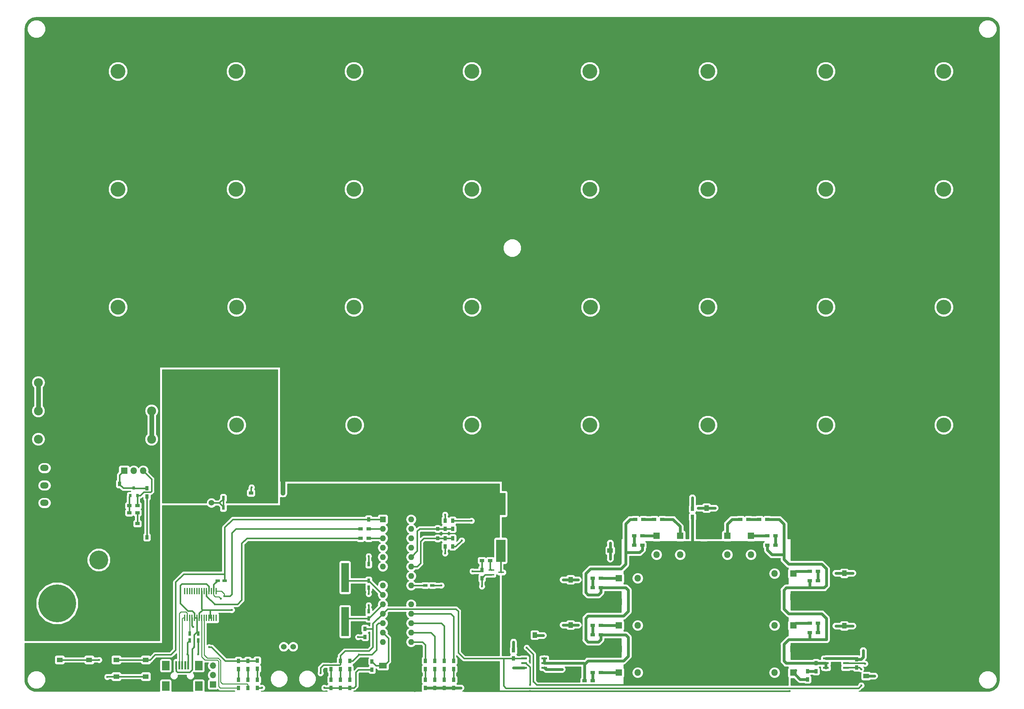
<source format=gbr>
G04 #@! TF.GenerationSoftware,KiCad,Pcbnew,(5.0.2)-1*
G04 #@! TF.CreationDate,2020-05-26T13:11:33-05:00*
G04 #@! TF.ProjectId,Spot_Welder_Hardware,53706f74-5f57-4656-9c64-65725f486172,rev?*
G04 #@! TF.SameCoordinates,Original*
G04 #@! TF.FileFunction,Copper,L1,Top*
G04 #@! TF.FilePolarity,Positive*
%FSLAX46Y46*%
G04 Gerber Fmt 4.6, Leading zero omitted, Abs format (unit mm)*
G04 Created by KiCad (PCBNEW (5.0.2)-1) date 5/26/2020 1:11:33 PM*
%MOMM*%
%LPD*%
G01*
G04 APERTURE LIST*
G04 #@! TA.AperFunction,SMDPad,CuDef*
%ADD10R,1.200000X0.900000*%
G04 #@! TD*
G04 #@! TA.AperFunction,ComponentPad*
%ADD11C,18.288000*%
G04 #@! TD*
G04 #@! TA.AperFunction,SMDPad,CuDef*
%ADD12R,2.500000X6.000000*%
G04 #@! TD*
G04 #@! TA.AperFunction,ComponentPad*
%ADD13R,4.000000X4.000000*%
G04 #@! TD*
G04 #@! TA.AperFunction,ComponentPad*
%ADD14C,4.000000*%
G04 #@! TD*
G04 #@! TA.AperFunction,SMDPad,CuDef*
%ADD15R,1.250000X1.500000*%
G04 #@! TD*
G04 #@! TA.AperFunction,SMDPad,CuDef*
%ADD16R,1.500000X1.250000*%
G04 #@! TD*
G04 #@! TA.AperFunction,SMDPad,CuDef*
%ADD17R,0.750000X1.200000*%
G04 #@! TD*
G04 #@! TA.AperFunction,SMDPad,CuDef*
%ADD18R,1.200000X0.750000*%
G04 #@! TD*
G04 #@! TA.AperFunction,ComponentPad*
%ADD19C,10.160000*%
G04 #@! TD*
G04 #@! TA.AperFunction,ComponentPad*
%ADD20C,5.080000*%
G04 #@! TD*
G04 #@! TA.AperFunction,ComponentPad*
%ADD21C,1.524000*%
G04 #@! TD*
G04 #@! TA.AperFunction,SMDPad,CuDef*
%ADD22R,0.900000X1.200000*%
G04 #@! TD*
G04 #@! TA.AperFunction,ComponentPad*
%ADD23R,1.800000X1.800000*%
G04 #@! TD*
G04 #@! TA.AperFunction,ComponentPad*
%ADD24O,1.800000X1.800000*%
G04 #@! TD*
G04 #@! TA.AperFunction,SMDPad,CuDef*
%ADD25R,0.500000X2.300000*%
G04 #@! TD*
G04 #@! TA.AperFunction,SMDPad,CuDef*
%ADD26R,2.000000X2.500000*%
G04 #@! TD*
G04 #@! TA.AperFunction,ComponentPad*
%ADD27R,1.700000X1.700000*%
G04 #@! TD*
G04 #@! TA.AperFunction,ComponentPad*
%ADD28O,1.700000X1.700000*%
G04 #@! TD*
G04 #@! TA.AperFunction,SMDPad,CuDef*
%ADD29R,1.500000X0.450000*%
G04 #@! TD*
G04 #@! TA.AperFunction,ComponentPad*
%ADD30C,2.400000*%
G04 #@! TD*
G04 #@! TA.AperFunction,ComponentPad*
%ADD31O,2.400000X2.400000*%
G04 #@! TD*
G04 #@! TA.AperFunction,SMDPad,CuDef*
%ADD32R,1.550000X1.300000*%
G04 #@! TD*
G04 #@! TA.AperFunction,ComponentPad*
%ADD33O,2.300000X1.700000*%
G04 #@! TD*
G04 #@! TA.AperFunction,SMDPad,CuDef*
%ADD34R,2.150000X1.500000*%
G04 #@! TD*
G04 #@! TA.AperFunction,ComponentPad*
%ADD35R,1.600000X1.600000*%
G04 #@! TD*
G04 #@! TA.AperFunction,ComponentPad*
%ADD36O,1.600000X1.600000*%
G04 #@! TD*
G04 #@! TA.AperFunction,SMDPad,CuDef*
%ADD37R,1.550000X0.600000*%
G04 #@! TD*
G04 #@! TA.AperFunction,SMDPad,CuDef*
%ADD38R,0.450000X1.750000*%
G04 #@! TD*
G04 #@! TA.AperFunction,SMDPad,CuDef*
%ADD39R,2.000000X7.875000*%
G04 #@! TD*
G04 #@! TA.AperFunction,SMDPad,CuDef*
%ADD40R,0.800000X0.900000*%
G04 #@! TD*
G04 #@! TA.AperFunction,Conductor*
%ADD41C,0.100000*%
G04 #@! TD*
G04 #@! TA.AperFunction,SMDPad,CuDef*
%ADD42C,0.950000*%
G04 #@! TD*
G04 #@! TA.AperFunction,ViaPad*
%ADD43C,0.600000*%
G04 #@! TD*
G04 #@! TA.AperFunction,Conductor*
%ADD44C,0.381000*%
G04 #@! TD*
G04 #@! TA.AperFunction,Conductor*
%ADD45C,1.270000*%
G04 #@! TD*
G04 #@! TA.AperFunction,Conductor*
%ADD46C,0.762000*%
G04 #@! TD*
G04 #@! TA.AperFunction,Conductor*
%ADD47C,0.254000*%
G04 #@! TD*
G04 APERTURE END LIST*
D10*
G04 #@! TO.P,R20,1*
G04 #@! TO.N,Net-(Q2-Pad1)*
X45552000Y-145923000D03*
G04 #@! TO.P,R20,2*
G04 #@! TO.N,Power_GND*
X47752000Y-145923000D03*
G04 #@! TD*
G04 #@! TO.P,R19,1*
G04 #@! TO.N,Net-(Q2-Pad1)*
X45552000Y-147828000D03*
G04 #@! TO.P,R19,2*
G04 #@! TO.N,Net-(D10-Pad2)*
X47752000Y-147828000D03*
G04 #@! TD*
D11*
G04 #@! TO.P,REF\002A\002A,1*
G04 #@! TO.N,V+*
X257302000Y-178816000D03*
G04 #@! TD*
D12*
G04 #@! TO.P,BZ1,1*
G04 #@! TO.N,+5V*
X145542000Y-145456000D03*
G04 #@! TO.P,BZ1,2*
G04 #@! TO.N,Net-(BZ1-Pad2)*
X145542000Y-158056000D03*
G04 #@! TD*
D13*
G04 #@! TO.P,C1,1*
G04 #@! TO.N,V+*
X223012000Y-60706000D03*
D14*
G04 #@! TO.P,C1,2*
G04 #@! TO.N,GND*
X233012000Y-60706000D03*
G04 #@! TD*
D13*
G04 #@! TO.P,C2,1*
G04 #@! TO.N,V+*
X254762000Y-28956000D03*
D14*
G04 #@! TO.P,C2,2*
G04 #@! TO.N,GND*
X264762000Y-28956000D03*
G04 #@! TD*
D13*
G04 #@! TO.P,C3,1*
G04 #@! TO.N,V+*
X223012000Y-92456000D03*
D14*
G04 #@! TO.P,C3,2*
G04 #@! TO.N,GND*
X233012000Y-92456000D03*
G04 #@! TD*
D13*
G04 #@! TO.P,C4,1*
G04 #@! TO.N,V+*
X191262000Y-124206000D03*
D14*
G04 #@! TO.P,C4,2*
G04 #@! TO.N,GND*
X201262000Y-124206000D03*
G04 #@! TD*
D13*
G04 #@! TO.P,C5,1*
G04 #@! TO.N,V+*
X223012000Y-124206000D03*
D14*
G04 #@! TO.P,C5,2*
G04 #@! TO.N,GND*
X233012000Y-124206000D03*
G04 #@! TD*
D13*
G04 #@! TO.P,C6,1*
G04 #@! TO.N,V+*
X254762000Y-60706000D03*
D14*
G04 #@! TO.P,C6,2*
G04 #@! TO.N,GND*
X264762000Y-60706000D03*
G04 #@! TD*
D15*
G04 #@! TO.P,C7,1*
G04 #@! TO.N,V+*
X237998000Y-166624000D03*
G04 #@! TO.P,C7,2*
G04 #@! TO.N,GND*
X237998000Y-164124000D03*
G04 #@! TD*
D13*
G04 #@! TO.P,C8,1*
G04 #@! TO.N,V+*
X254762000Y-92456000D03*
D14*
G04 #@! TO.P,C8,2*
G04 #@! TO.N,GND*
X264762000Y-92456000D03*
G04 #@! TD*
D13*
G04 #@! TO.P,C9,1*
G04 #@! TO.N,V+*
X191262000Y-60706000D03*
D14*
G04 #@! TO.P,C9,2*
G04 #@! TO.N,GND*
X201262000Y-60706000D03*
G04 #@! TD*
D13*
G04 #@! TO.P,C10,1*
G04 #@! TO.N,V+*
X96012000Y-92456000D03*
D14*
G04 #@! TO.P,C10,2*
G04 #@! TO.N,GND*
X106012000Y-92456000D03*
G04 #@! TD*
D15*
G04 #@! TO.P,C11,1*
G04 #@! TO.N,V+*
X154686000Y-183261000D03*
G04 #@! TO.P,C11,2*
G04 #@! TO.N,GND*
X154686000Y-180761000D03*
G04 #@! TD*
D13*
G04 #@! TO.P,C12,1*
G04 #@! TO.N,V+*
X96012000Y-60706000D03*
D14*
G04 #@! TO.P,C12,2*
G04 #@! TO.N,GND*
X106012000Y-60706000D03*
G04 #@! TD*
D13*
G04 #@! TO.P,C13,1*
G04 #@! TO.N,V+*
X64422000Y-92456000D03*
D14*
G04 #@! TO.P,C13,2*
G04 #@! TO.N,GND*
X74422000Y-92456000D03*
G04 #@! TD*
D13*
G04 #@! TO.P,C14,1*
G04 #@! TO.N,V+*
X64262000Y-28956000D03*
D14*
G04 #@! TO.P,C14,2*
G04 #@! TO.N,GND*
X74262000Y-28956000D03*
G04 #@! TD*
D16*
G04 #@! TO.P,C15,1*
G04 #@! TO.N,V+*
X241340000Y-191770000D03*
G04 #@! TO.P,C15,2*
G04 #@! TO.N,GND*
X243840000Y-191770000D03*
G04 #@! TD*
D13*
G04 #@! TO.P,C16,1*
G04 #@! TO.N,V+*
X64262000Y-60706000D03*
D14*
G04 #@! TO.P,C16,2*
G04 #@! TO.N,GND*
X74262000Y-60706000D03*
G04 #@! TD*
D13*
G04 #@! TO.P,C17,1*
G04 #@! TO.N,V+*
X32512000Y-28956000D03*
D14*
G04 #@! TO.P,C17,2*
G04 #@! TO.N,GND*
X42512000Y-28956000D03*
G04 #@! TD*
D13*
G04 #@! TO.P,C18,1*
G04 #@! TO.N,V+*
X127762000Y-60706000D03*
D14*
G04 #@! TO.P,C18,2*
G04 #@! TO.N,GND*
X137762000Y-60706000D03*
G04 #@! TD*
D15*
G04 #@! TO.P,C19,1*
G04 #@! TO.N,V+*
X200914000Y-149058000D03*
G04 #@! TO.P,C19,2*
G04 #@! TO.N,GND*
X200914000Y-146558000D03*
G04 #@! TD*
D13*
G04 #@! TO.P,C20,1*
G04 #@! TO.N,V+*
X32512000Y-60706000D03*
D14*
G04 #@! TO.P,C20,2*
G04 #@! TO.N,GND*
X42512000Y-60706000D03*
G04 #@! TD*
D13*
G04 #@! TO.P,C21,1*
G04 #@! TO.N,V+*
X96012000Y-28956000D03*
D14*
G04 #@! TO.P,C21,2*
G04 #@! TO.N,GND*
X106012000Y-28956000D03*
G04 #@! TD*
D13*
G04 #@! TO.P,C22,1*
G04 #@! TO.N,V+*
X127762000Y-28956000D03*
D14*
G04 #@! TO.P,C22,2*
G04 #@! TO.N,GND*
X137762000Y-28956000D03*
G04 #@! TD*
D16*
G04 #@! TO.P,C23,1*
G04 #@! TO.N,V+*
X172466000Y-157988000D03*
G04 #@! TO.P,C23,2*
G04 #@! TO.N,GND*
X174966000Y-157988000D03*
G04 #@! TD*
D15*
G04 #@! TO.P,C24,1*
G04 #@! TO.N,V+*
X164338000Y-180554000D03*
G04 #@! TO.P,C24,2*
G04 #@! TO.N,GND*
X164338000Y-178054000D03*
G04 #@! TD*
D13*
G04 #@! TO.P,C25,1*
G04 #@! TO.N,V+*
X159512000Y-28956000D03*
D14*
G04 #@! TO.P,C25,2*
G04 #@! TO.N,GND*
X169512000Y-28956000D03*
G04 #@! TD*
D13*
G04 #@! TO.P,C26,1*
G04 #@! TO.N,V+*
X127762000Y-92456000D03*
D14*
G04 #@! TO.P,C26,2*
G04 #@! TO.N,GND*
X137762000Y-92456000D03*
G04 #@! TD*
D13*
G04 #@! TO.P,C27,1*
G04 #@! TO.N,V+*
X96172000Y-124206000D03*
D14*
G04 #@! TO.P,C27,2*
G04 #@! TO.N,GND*
X106172000Y-124206000D03*
G04 #@! TD*
D15*
G04 #@! TO.P,C28,1*
G04 #@! TO.N,V+*
X237998000Y-175768000D03*
G04 #@! TO.P,C28,2*
G04 #@! TO.N,GND*
X237998000Y-178268000D03*
G04 #@! TD*
D13*
G04 #@! TO.P,C29,1*
G04 #@! TO.N,V+*
X32512000Y-92456000D03*
D14*
G04 #@! TO.P,C29,2*
G04 #@! TO.N,GND*
X42512000Y-92456000D03*
G04 #@! TD*
D13*
G04 #@! TO.P,C30,1*
G04 #@! TO.N,V+*
X159512000Y-60706000D03*
D14*
G04 #@! TO.P,C30,2*
G04 #@! TO.N,GND*
X169512000Y-60706000D03*
G04 #@! TD*
D13*
G04 #@! TO.P,C31,1*
G04 #@! TO.N,V+*
X127762000Y-124206000D03*
D14*
G04 #@! TO.P,C31,2*
G04 #@! TO.N,GND*
X137762000Y-124206000D03*
G04 #@! TD*
D15*
G04 #@! TO.P,C32,1*
G04 #@! TO.N,V+*
X164338000Y-168362000D03*
G04 #@! TO.P,C32,2*
G04 #@! TO.N,GND*
X164338000Y-165862000D03*
G04 #@! TD*
D13*
G04 #@! TO.P,C33,1*
G04 #@! TO.N,V+*
X191262000Y-28956000D03*
D14*
G04 #@! TO.P,C33,2*
G04 #@! TO.N,GND*
X201262000Y-28956000D03*
G04 #@! TD*
D13*
G04 #@! TO.P,C34,1*
G04 #@! TO.N,V+*
X159512000Y-124206000D03*
D14*
G04 #@! TO.P,C34,2*
G04 #@! TO.N,GND*
X169512000Y-124206000D03*
G04 #@! TD*
D13*
G04 #@! TO.P,C35,1*
G04 #@! TO.N,V+*
X191262000Y-92456000D03*
D14*
G04 #@! TO.P,C35,2*
G04 #@! TO.N,GND*
X201262000Y-92456000D03*
G04 #@! TD*
D13*
G04 #@! TO.P,C36,1*
G04 #@! TO.N,V+*
X223012000Y-28956000D03*
D14*
G04 #@! TO.P,C36,2*
G04 #@! TO.N,GND*
X233012000Y-28956000D03*
G04 #@! TD*
D13*
G04 #@! TO.P,C37,1*
G04 #@! TO.N,V+*
X159672000Y-92456000D03*
D14*
G04 #@! TO.P,C37,2*
G04 #@! TO.N,GND*
X169672000Y-92456000D03*
G04 #@! TD*
D13*
G04 #@! TO.P,C38,1*
G04 #@! TO.N,V+*
X254762000Y-124206000D03*
D14*
G04 #@! TO.P,C38,2*
G04 #@! TO.N,GND*
X264762000Y-124206000D03*
G04 #@! TD*
D17*
G04 #@! TO.P,C39,1*
G04 #@! TO.N,+5V*
X109982000Y-163576000D03*
G04 #@! TO.P,C39,2*
G04 #@! TO.N,GND*
X109982000Y-161676000D03*
G04 #@! TD*
D18*
G04 #@! TO.P,C40,1*
G04 #@! TO.N,Net-(C40-Pad1)*
X125222000Y-167386000D03*
G04 #@! TO.P,C40,2*
G04 #@! TO.N,GND*
X127122000Y-167386000D03*
G04 #@! TD*
D17*
G04 #@! TO.P,C41,1*
G04 #@! TO.N,Net-(C41-Pad1)*
X109982000Y-166116000D03*
G04 #@! TO.P,C41,2*
G04 #@! TO.N,GND*
X109982000Y-168016000D03*
G04 #@! TD*
G04 #@! TO.P,C42,1*
G04 #@! TO.N,Net-(C42-Pad1)*
X109982000Y-176276000D03*
G04 #@! TO.P,C42,2*
G04 #@! TO.N,GND*
X109982000Y-174376000D03*
G04 #@! TD*
G04 #@! TO.P,C43,1*
G04 #@! TO.N,/Vin*
X70866000Y-141986000D03*
G04 #@! TO.P,C43,2*
G04 #@! TO.N,GND*
X70866000Y-143886000D03*
G04 #@! TD*
G04 #@! TO.P,C44,1*
G04 #@! TO.N,GND*
X70866000Y-146436000D03*
G04 #@! TO.P,C44,2*
G04 #@! TO.N,+5V*
X70866000Y-148336000D03*
G04 #@! TD*
D13*
G04 #@! TO.P,C45,1*
G04 #@! TO.N,/Vin*
X64422000Y-124206000D03*
D14*
G04 #@! TO.P,C45,2*
G04 #@! TO.N,GND*
X74422000Y-124206000D03*
G04 #@! TD*
D17*
G04 #@! TO.P,C46,1*
G04 #@! TO.N,Net-(C46-Pad1)*
X61823600Y-180340000D03*
G04 #@! TO.P,C46,2*
G04 #@! TO.N,GND*
X61823600Y-182240000D03*
G04 #@! TD*
G04 #@! TO.P,C47,1*
G04 #@! TO.N,GND*
X64135000Y-182240000D03*
G04 #@! TO.P,C47,2*
G04 #@! TO.N,USB+5V*
X64135000Y-180340000D03*
G04 #@! TD*
D18*
G04 #@! TO.P,C48,1*
G04 #@! TO.N,DTR*
X69342000Y-166116000D03*
G04 #@! TO.P,C48,2*
G04 #@! TO.N,Reset*
X71242000Y-166116000D03*
G04 #@! TD*
D19*
G04 #@! TO.P,Conn1,1*
G04 #@! TO.N,V+*
X39624000Y-172085000D03*
G04 #@! TD*
G04 #@! TO.P,Conn2,1*
G04 #@! TO.N,Conn_GND*
X26162000Y-172212000D03*
G04 #@! TD*
D20*
G04 #@! TO.P,Conn3,1*
G04 #@! TO.N,Conn_GND*
X37363400Y-160529000D03*
G04 #@! TO.P,Conn3,2*
G04 #@! TO.N,V+*
X37363400Y-152528000D03*
G04 #@! TD*
D21*
G04 #@! TO.P,Conn4,3*
G04 #@! TO.N,GND*
X87122000Y-183896000D03*
G04 #@! TO.P,Conn4,2*
G04 #@! TO.N,Ext_Trigger*
X89662000Y-183896000D03*
G04 #@! TO.P,Conn4,1*
G04 #@! TO.N,+5V*
X92202000Y-183896000D03*
G04 #@! TD*
D22*
G04 #@! TO.P,D1,1*
G04 #@! TO.N,GND*
X125222000Y-194986000D03*
G04 #@! TO.P,D1,2*
G04 #@! TO.N,Net-(D1-Pad2)*
X125222000Y-192786000D03*
G04 #@! TD*
G04 #@! TO.P,D2,1*
G04 #@! TO.N,GND*
X102362000Y-194986000D03*
G04 #@! TO.P,D2,2*
G04 #@! TO.N,Net-(D2-Pad2)*
X102362000Y-192786000D03*
G04 #@! TD*
G04 #@! TO.P,D3,1*
G04 #@! TO.N,GND*
X127762000Y-194986000D03*
G04 #@! TO.P,D3,2*
G04 #@! TO.N,Net-(D3-Pad2)*
X127762000Y-192786000D03*
G04 #@! TD*
G04 #@! TO.P,D4,1*
G04 #@! TO.N,GND*
X104902000Y-194986000D03*
G04 #@! TO.P,D4,2*
G04 #@! TO.N,Net-(D4-Pad2)*
X104902000Y-192786000D03*
G04 #@! TD*
G04 #@! TO.P,D5,1*
G04 #@! TO.N,GND*
X130302000Y-194986000D03*
G04 #@! TO.P,D5,2*
G04 #@! TO.N,Net-(D5-Pad2)*
X130302000Y-192786000D03*
G04 #@! TD*
G04 #@! TO.P,D6,1*
G04 #@! TO.N,GND*
X99822000Y-194986000D03*
G04 #@! TO.P,D6,2*
G04 #@! TO.N,Net-(D6-Pad2)*
X99822000Y-192786000D03*
G04 #@! TD*
G04 #@! TO.P,D7,1*
G04 #@! TO.N,GND*
X132842000Y-194986000D03*
G04 #@! TO.P,D7,2*
G04 #@! TO.N,Net-(D7-Pad2)*
X132842000Y-192786000D03*
G04 #@! TD*
G04 #@! TO.P,D11,1*
G04 #@! TO.N,Net-(D11-Pad1)*
X50292000Y-154432000D03*
G04 #@! TO.P,D11,2*
G04 #@! TO.N,V+*
X50292000Y-156632000D03*
G04 #@! TD*
G04 #@! TO.P,D12,1*
G04 #@! TO.N,/Vin*
X83566000Y-142494000D03*
G04 #@! TO.P,D12,2*
G04 #@! TO.N,V+*
X86866000Y-142494000D03*
G04 #@! TD*
D23*
G04 #@! TO.P,D13,1*
G04 #@! TO.N,V+*
X224282000Y-184531000D03*
D24*
G04 #@! TO.P,D13,2*
G04 #@! TO.N,VS*
X219202000Y-184531000D03*
G04 #@! TD*
D23*
G04 #@! TO.P,D14,1*
G04 #@! TO.N,V+*
X224282000Y-170561000D03*
D24*
G04 #@! TO.P,D14,2*
G04 #@! TO.N,VS*
X219202000Y-170561000D03*
G04 #@! TD*
D23*
G04 #@! TO.P,D15,1*
G04 #@! TO.N,V+*
X200152000Y-154051000D03*
D24*
G04 #@! TO.P,D15,2*
G04 #@! TO.N,VS*
X200152000Y-159131000D03*
G04 #@! TD*
D23*
G04 #@! TO.P,D16,1*
G04 #@! TO.N,V+*
X177292000Y-171831000D03*
D24*
G04 #@! TO.P,D16,2*
G04 #@! TO.N,VS*
X182372000Y-171831000D03*
G04 #@! TD*
D22*
G04 #@! TO.P,D17,1*
G04 #@! TO.N,Net-(D17-Pad1)*
X74930000Y-194986000D03*
G04 #@! TO.P,D17,2*
G04 #@! TO.N,Net-(D17-Pad2)*
X74930000Y-192786000D03*
G04 #@! TD*
G04 #@! TO.P,D18,1*
G04 #@! TO.N,Net-(D18-Pad1)*
X77470000Y-194986000D03*
G04 #@! TO.P,D18,2*
G04 #@! TO.N,Net-(D18-Pad2)*
X77470000Y-192786000D03*
G04 #@! TD*
D23*
G04 #@! TO.P,D19,1*
G04 #@! TO.N,V+*
X177292000Y-184531000D03*
D24*
G04 #@! TO.P,D19,2*
G04 #@! TO.N,VS*
X182372000Y-184531000D03*
G04 #@! TD*
D22*
G04 #@! TO.P,D20,1*
G04 #@! TO.N,GND*
X80010000Y-194986000D03*
G04 #@! TO.P,D20,2*
G04 #@! TO.N,Net-(D20-Pad2)*
X80010000Y-192786000D03*
G04 #@! TD*
D25*
G04 #@! TO.P,J1,1*
G04 #@! TO.N,USB+5V*
X58212000Y-188876000D03*
D26*
G04 #@! TO.P,J1,*
G04 #@! TO.N,*
X55362000Y-188976000D03*
D25*
G04 #@! TO.P,J1,2*
G04 #@! TO.N,D-*
X59012000Y-188876000D03*
G04 #@! TO.P,J1,3*
G04 #@! TO.N,D+*
X59812000Y-188876000D03*
G04 #@! TO.P,J1,4*
G04 #@! TO.N,Net-(J1-Pad4)*
X60612000Y-188876000D03*
G04 #@! TO.P,J1,5*
G04 #@! TO.N,GND*
X61412000Y-188876000D03*
D26*
G04 #@! TO.P,J1,*
G04 #@! TO.N,*
X55362000Y-194476000D03*
X64262000Y-188976000D03*
X64262000Y-194476000D03*
G04 #@! TD*
D27*
G04 #@! TO.P,J2,1*
G04 #@! TO.N,IC_TX*
X68072000Y-194056000D03*
D28*
G04 #@! TO.P,J2,2*
G04 #@! TO.N,IC_RX*
X68072000Y-191516000D03*
G04 #@! TO.P,J2,3*
G04 #@! TO.N,DTR*
X68072000Y-188976000D03*
G04 #@! TD*
D10*
G04 #@! TO.P,L1,1*
G04 #@! TO.N,Net-(L1-Pad1)*
X228727000Y-177546000D03*
G04 #@! TO.P,L1,2*
G04 #@! TO.N,Net-(L1-Pad2)*
X230927000Y-177546000D03*
G04 #@! TD*
G04 #@! TO.P,L2,1*
G04 #@! TO.N,Net-(L2-Pad1)*
X228727000Y-163576000D03*
G04 #@! TO.P,L2,2*
G04 #@! TO.N,Net-(L2-Pad2)*
X230927000Y-163576000D03*
G04 #@! TD*
D22*
G04 #@! TO.P,L3,1*
G04 #@! TO.N,Net-(L3-Pad1)*
X228092000Y-192700000D03*
G04 #@! TO.P,L3,2*
G04 #@! TO.N,Net-(L3-Pad2)*
X228092000Y-190500000D03*
G04 #@! TD*
D10*
G04 #@! TO.P,L4,1*
G04 #@! TO.N,Net-(L4-Pad1)*
X217297000Y-154051000D03*
G04 #@! TO.P,L4,2*
G04 #@! TO.N,Net-(L4-Pad2)*
X219497000Y-154051000D03*
G04 #@! TD*
G04 #@! TO.P,L5,1*
G04 #@! TO.N,Net-(L5-Pad1)*
X210017000Y-149606000D03*
G04 #@! TO.P,L5,2*
G04 #@! TO.N,Net-(L5-Pad2)*
X212217000Y-149606000D03*
G04 #@! TD*
G04 #@! TO.P,L6,1*
G04 #@! TO.N,Net-(L6-Pad1)*
X189017000Y-149606000D03*
G04 #@! TO.P,L6,2*
G04 #@! TO.N,Net-(L6-Pad2)*
X186817000Y-149606000D03*
G04 #@! TD*
G04 #@! TO.P,L7,1*
G04 #@! TO.N,Net-(L7-Pad1)*
X183642000Y-154051000D03*
G04 #@! TO.P,L7,2*
G04 #@! TO.N,Net-(L7-Pad2)*
X181442000Y-154051000D03*
G04 #@! TD*
G04 #@! TO.P,L8,1*
G04 #@! TO.N,Net-(L8-Pad1)*
X172507000Y-190881000D03*
G04 #@! TO.P,L8,2*
G04 #@! TO.N,Net-(L8-Pad2)*
X170307000Y-190881000D03*
G04 #@! TD*
G04 #@! TO.P,L9,1*
G04 #@! TO.N,Net-(L9-Pad1)*
X172507000Y-165481000D03*
G04 #@! TO.P,L9,2*
G04 #@! TO.N,Net-(L9-Pad2)*
X170307000Y-165481000D03*
G04 #@! TD*
G04 #@! TO.P,L10,2*
G04 #@! TO.N,Net-(L10-Pad2)*
X170307000Y-178181000D03*
G04 #@! TO.P,L10,1*
G04 #@! TO.N,Net-(L10-Pad1)*
X172507000Y-178181000D03*
G04 #@! TD*
D29*
G04 #@! TO.P,Q1,1*
G04 #@! TO.N,Net-(Q1-Pad1)*
X143002000Y-163236000D03*
G04 #@! TO.P,Q1,2*
G04 #@! TO.N,GND*
X143002000Y-164536000D03*
G04 #@! TO.P,Q1,3*
G04 #@! TO.N,Net-(BZ1-Pad2)*
X145662000Y-163886000D03*
G04 #@! TD*
D23*
G04 #@! TO.P,Q3,1*
G04 #@! TO.N,Net-(Q2-Pad3)*
X44196000Y-136525000D03*
D24*
G04 #@! TO.P,Q3,2*
G04 #@! TO.N,GND*
X46736000Y-136525000D03*
G04 #@! TO.P,Q3,3*
G04 #@! TO.N,Power_GND*
X49276000Y-136525000D03*
G04 #@! TD*
D23*
G04 #@! TO.P,Q4,1*
G04 #@! TO.N,Net-(L1-Pad1)*
X224282000Y-178181000D03*
D24*
G04 #@! TO.P,Q4,2*
G04 #@! TO.N,VS*
X221742000Y-178181000D03*
G04 #@! TO.P,Q4,3*
G04 #@! TO.N,GND*
X219202000Y-178181000D03*
G04 #@! TD*
D23*
G04 #@! TO.P,Q5,1*
G04 #@! TO.N,Net-(L2-Pad1)*
X224282000Y-164211000D03*
D24*
G04 #@! TO.P,Q5,2*
G04 #@! TO.N,VS*
X221742000Y-164211000D03*
G04 #@! TO.P,Q5,3*
G04 #@! TO.N,GND*
X219202000Y-164211000D03*
G04 #@! TD*
D23*
G04 #@! TO.P,Q6,1*
G04 #@! TO.N,Net-(L3-Pad1)*
X224282000Y-190881000D03*
D24*
G04 #@! TO.P,Q6,2*
G04 #@! TO.N,VS*
X221742000Y-190881000D03*
G04 #@! TO.P,Q6,3*
G04 #@! TO.N,GND*
X219202000Y-190881000D03*
G04 #@! TD*
D23*
G04 #@! TO.P,Q7,1*
G04 #@! TO.N,Net-(L4-Pad1)*
X212852000Y-154051000D03*
D24*
G04 #@! TO.P,Q7,2*
G04 #@! TO.N,VS*
X212852000Y-156591000D03*
G04 #@! TO.P,Q7,3*
G04 #@! TO.N,GND*
X212852000Y-159131000D03*
G04 #@! TD*
D23*
G04 #@! TO.P,Q8,1*
G04 #@! TO.N,Net-(L5-Pad1)*
X206502000Y-154051000D03*
D24*
G04 #@! TO.P,Q8,2*
G04 #@! TO.N,VS*
X206502000Y-156591000D03*
G04 #@! TO.P,Q8,3*
G04 #@! TO.N,GND*
X206502000Y-159131000D03*
G04 #@! TD*
D23*
G04 #@! TO.P,Q9,1*
G04 #@! TO.N,Net-(L6-Pad1)*
X193802000Y-154051000D03*
D24*
G04 #@! TO.P,Q9,2*
G04 #@! TO.N,VS*
X193802000Y-156591000D03*
G04 #@! TO.P,Q9,3*
G04 #@! TO.N,GND*
X193802000Y-159131000D03*
G04 #@! TD*
D23*
G04 #@! TO.P,Q10,1*
G04 #@! TO.N,Net-(L7-Pad1)*
X187452000Y-154051000D03*
D24*
G04 #@! TO.P,Q10,2*
G04 #@! TO.N,VS*
X187452000Y-156591000D03*
G04 #@! TO.P,Q10,3*
G04 #@! TO.N,GND*
X187452000Y-159131000D03*
G04 #@! TD*
D23*
G04 #@! TO.P,Q11,1*
G04 #@! TO.N,Net-(L8-Pad1)*
X177292000Y-190881000D03*
D24*
G04 #@! TO.P,Q11,2*
G04 #@! TO.N,VS*
X179832000Y-190881000D03*
G04 #@! TO.P,Q11,3*
G04 #@! TO.N,GND*
X182372000Y-190881000D03*
G04 #@! TD*
D23*
G04 #@! TO.P,Q12,1*
G04 #@! TO.N,Net-(L9-Pad1)*
X177292000Y-165481000D03*
D24*
G04 #@! TO.P,Q12,2*
G04 #@! TO.N,VS*
X179832000Y-165481000D03*
G04 #@! TO.P,Q12,3*
G04 #@! TO.N,GND*
X182372000Y-165481000D03*
G04 #@! TD*
D23*
G04 #@! TO.P,Q13,1*
G04 #@! TO.N,Net-(L10-Pad1)*
X177292000Y-178181000D03*
D24*
G04 #@! TO.P,Q13,2*
G04 #@! TO.N,VS*
X179832000Y-178181000D03*
G04 #@! TO.P,Q13,3*
G04 #@! TO.N,GND*
X182372000Y-178181000D03*
G04 #@! TD*
D22*
G04 #@! TO.P,R1,1*
G04 #@! TO.N,Net-(D1-Pad2)*
X125222000Y-189906000D03*
G04 #@! TO.P,R1,2*
G04 #@! TO.N,5V_Ind*
X125222000Y-187706000D03*
G04 #@! TD*
G04 #@! TO.P,R2,1*
G04 #@! TO.N,Buzzer*
X140462000Y-163236000D03*
G04 #@! TO.P,R2,2*
G04 #@! TO.N,GND*
X140462000Y-165436000D03*
G04 #@! TD*
G04 #@! TO.P,R3,1*
G04 #@! TO.N,Net-(D2-Pad2)*
X102362000Y-189906000D03*
G04 #@! TO.P,R3,2*
G04 #@! TO.N,Pulse_Out*
X102362000Y-187706000D03*
G04 #@! TD*
D10*
G04 #@! TO.P,R4,1*
G04 #@! TO.N,Buzzer*
X140462000Y-160696000D03*
G04 #@! TO.P,R4,2*
G04 #@! TO.N,Net-(Q1-Pad1)*
X142662000Y-160696000D03*
G04 #@! TD*
D22*
G04 #@! TO.P,R5,1*
G04 #@! TO.N,Net-(D3-Pad2)*
X127762000Y-189906000D03*
G04 #@! TO.P,R5,2*
G04 #@! TO.N,7.5V_Ind*
X127762000Y-187706000D03*
G04 #@! TD*
G04 #@! TO.P,R6,1*
G04 #@! TO.N,Net-(D4-Pad2)*
X104902000Y-189906000D03*
G04 #@! TO.P,R6,2*
G04 #@! TO.N,Ext_Trigger*
X104902000Y-187706000D03*
G04 #@! TD*
G04 #@! TO.P,R7,1*
G04 #@! TO.N,Net-(D5-Pad2)*
X130302000Y-189906000D03*
G04 #@! TO.P,R7,2*
G04 #@! TO.N,10V_Ind*
X130302000Y-187706000D03*
G04 #@! TD*
G04 #@! TO.P,R8,1*
G04 #@! TO.N,Net-(D6-Pad2)*
X99822000Y-189906000D03*
G04 #@! TO.P,R8,2*
G04 #@! TO.N,+5V*
X99822000Y-187706000D03*
G04 #@! TD*
G04 #@! TO.P,R9,1*
G04 #@! TO.N,Net-(D7-Pad2)*
X132842000Y-189906000D03*
G04 #@! TO.P,R9,2*
G04 #@! TO.N,12.5V_Ind*
X132842000Y-187706000D03*
G04 #@! TD*
G04 #@! TO.P,R10,1*
G04 #@! TO.N,Lead_Sense*
X132588000Y-152146000D03*
G04 #@! TO.P,R10,2*
G04 #@! TO.N,VS*
X132588000Y-149946000D03*
G04 #@! TD*
G04 #@! TO.P,R11,1*
G04 #@! TO.N,Lead_Sense*
X130556000Y-152146000D03*
G04 #@! TO.P,R11,2*
G04 #@! TO.N,GND*
X130556000Y-149946000D03*
G04 #@! TD*
D30*
G04 #@! TO.P,R12,1*
G04 #@! TO.N,Net-(R12-Pad1)*
X51562000Y-128016000D03*
D31*
G04 #@! TO.P,R12,2*
G04 #@! TO.N,Net-(R12-Pad2)*
X21082000Y-128016000D03*
G04 #@! TD*
D30*
G04 #@! TO.P,R13,1*
G04 #@! TO.N,Net-(R13-Pad1)*
X21082000Y-120396000D03*
D31*
G04 #@! TO.P,R13,2*
G04 #@! TO.N,Net-(R12-Pad1)*
X51562000Y-120396000D03*
G04 #@! TD*
D30*
G04 #@! TO.P,R14,1*
G04 #@! TO.N,V+*
X51562000Y-112776000D03*
D31*
G04 #@! TO.P,R14,2*
G04 #@! TO.N,Net-(R13-Pad1)*
X21082000Y-112776000D03*
G04 #@! TD*
D22*
G04 #@! TO.P,R15,1*
G04 #@! TO.N,V_Sense*
X132588000Y-154686000D03*
G04 #@! TO.P,R15,2*
G04 #@! TO.N,V+*
X132588000Y-156886000D03*
G04 #@! TD*
G04 #@! TO.P,R16,1*
G04 #@! TO.N,V_Sense*
X130556000Y-154686000D03*
G04 #@! TO.P,R16,2*
G04 #@! TO.N,GND*
X130556000Y-156886000D03*
G04 #@! TD*
G04 #@! TO.P,R17,1*
G04 #@! TO.N,+5V*
X109982000Y-147406000D03*
G04 #@! TO.P,R17,2*
G04 #@! TO.N,Reset*
X109982000Y-149606000D03*
G04 #@! TD*
G04 #@! TO.P,R18,1*
G04 #@! TO.N,Net-(Q2-Pad3)*
X42926000Y-140040000D03*
G04 #@! TO.P,R18,2*
G04 #@! TO.N,V+*
X42926000Y-142240000D03*
G04 #@! TD*
D10*
G04 #@! TO.P,R21,1*
G04 #@! TO.N,/Vin*
X80518000Y-142494000D03*
G04 #@! TO.P,R21,2*
G04 #@! TO.N,GND*
X78318000Y-142494000D03*
G04 #@! TD*
D22*
G04 #@! TO.P,R22,1*
G04 #@! TO.N,VS*
X197104000Y-148971000D03*
G04 #@! TO.P,R22,2*
G04 #@! TO.N,GND*
X197104000Y-146771000D03*
G04 #@! TD*
D10*
G04 #@! TO.P,R23,1*
G04 #@! TO.N,Net-(L1-Pad2)*
X230927000Y-180086000D03*
G04 #@! TO.P,R23,2*
G04 #@! TO.N,Net-(R23-Pad2)*
X228727000Y-180086000D03*
G04 #@! TD*
G04 #@! TO.P,R24,1*
G04 #@! TO.N,IC_RX*
X107782000Y-152146000D03*
G04 #@! TO.P,R24,2*
G04 #@! TO.N,Net-(R24-Pad2)*
X109982000Y-152146000D03*
G04 #@! TD*
G04 #@! TO.P,R25,1*
G04 #@! TO.N,IC_TX*
X107782000Y-154686000D03*
G04 #@! TO.P,R25,2*
G04 #@! TO.N,Net-(R25-Pad2)*
X109982000Y-154686000D03*
G04 #@! TD*
G04 #@! TO.P,R26,1*
G04 #@! TO.N,Net-(L2-Pad2)*
X230927000Y-166116000D03*
G04 #@! TO.P,R26,2*
G04 #@! TO.N,Net-(R23-Pad2)*
X228727000Y-166116000D03*
G04 #@! TD*
D22*
G04 #@! TO.P,R27,1*
G04 #@! TO.N,Pulse_Out*
X148971000Y-187071000D03*
G04 #@! TO.P,R27,2*
G04 #@! TO.N,GND*
X148971000Y-184871000D03*
G04 #@! TD*
G04 #@! TO.P,R28,1*
G04 #@! TO.N,Net-(L3-Pad2)*
X230378000Y-190500000D03*
G04 #@! TO.P,R28,2*
G04 #@! TO.N,Net-(R23-Pad2)*
X230378000Y-188300000D03*
G04 #@! TD*
D10*
G04 #@! TO.P,R29,1*
G04 #@! TO.N,Net-(L4-Pad2)*
X219497000Y-156591000D03*
G04 #@! TO.P,R29,2*
G04 #@! TO.N,Net-(R23-Pad2)*
X217297000Y-156591000D03*
G04 #@! TD*
G04 #@! TO.P,R30,1*
G04 #@! TO.N,Net-(L5-Pad2)*
X215097000Y-149606000D03*
G04 #@! TO.P,R30,2*
G04 #@! TO.N,Net-(R23-Pad2)*
X217297000Y-149606000D03*
G04 #@! TD*
G04 #@! TO.P,R31,1*
G04 #@! TO.N,Net-(L6-Pad2)*
X183937000Y-149606000D03*
G04 #@! TO.P,R31,2*
G04 #@! TO.N,Net-(R31-Pad2)*
X181737000Y-149606000D03*
G04 #@! TD*
G04 #@! TO.P,R32,2*
G04 #@! TO.N,Net-(R31-Pad2)*
X183642000Y-156591000D03*
G04 #@! TO.P,R32,1*
G04 #@! TO.N,Net-(L7-Pad2)*
X181442000Y-156591000D03*
G04 #@! TD*
D22*
G04 #@! TO.P,R33,1*
G04 #@! TO.N,Pulse_Out*
X241300000Y-189484000D03*
G04 #@! TO.P,R33,2*
G04 #@! TO.N,GND*
X241300000Y-187284000D03*
G04 #@! TD*
D10*
G04 #@! TO.P,R34,1*
G04 #@! TO.N,Net-(L8-Pad2)*
X170307000Y-193040000D03*
G04 #@! TO.P,R34,2*
G04 #@! TO.N,Net-(R31-Pad2)*
X168107000Y-193040000D03*
G04 #@! TD*
D22*
G04 #@! TO.P,R35,1*
G04 #@! TO.N,USB+5V*
X74930000Y-187706000D03*
G04 #@! TO.P,R35,2*
G04 #@! TO.N,Net-(D17-Pad2)*
X74930000Y-189906000D03*
G04 #@! TD*
D10*
G04 #@! TO.P,R36,1*
G04 #@! TO.N,Net-(L9-Pad2)*
X170307000Y-168021000D03*
G04 #@! TO.P,R36,2*
G04 #@! TO.N,Net-(R31-Pad2)*
X172507000Y-168021000D03*
G04 #@! TD*
D22*
G04 #@! TO.P,R37,1*
G04 #@! TO.N,USB+5V*
X77470000Y-187706000D03*
G04 #@! TO.P,R37,2*
G04 #@! TO.N,Net-(D18-Pad2)*
X77470000Y-189906000D03*
G04 #@! TD*
D10*
G04 #@! TO.P,R38,2*
G04 #@! TO.N,Net-(R31-Pad2)*
X172507000Y-180721000D03*
G04 #@! TO.P,R38,1*
G04 #@! TO.N,Net-(L10-Pad2)*
X170307000Y-180721000D03*
G04 #@! TD*
D22*
G04 #@! TO.P,R39,1*
G04 #@! TO.N,USB+5V*
X80010000Y-187622000D03*
G04 #@! TO.P,R39,2*
G04 #@! TO.N,Net-(D20-Pad2)*
X80010000Y-189822000D03*
G04 #@! TD*
D32*
G04 #@! TO.P,SW1,1*
G04 #@! TO.N,+5V*
X34782000Y-191936000D03*
X26832000Y-191936000D03*
G04 #@! TO.P,SW1,2*
G04 #@! TO.N,Pulse_Out*
X34782000Y-187436000D03*
X26832000Y-187436000D03*
G04 #@! TD*
D33*
G04 #@! TO.P,SW2,3*
G04 #@! TO.N,Conn_GND*
X22733000Y-135762000D03*
G04 #@! TO.P,SW2,2*
G04 #@! TO.N,Power_GND*
X22733000Y-140462000D03*
G04 #@! TO.P,SW2,1*
G04 #@! TO.N,Net-(R12-Pad2)*
X22733000Y-145162000D03*
G04 #@! TD*
D34*
G04 #@! TO.P,SW3,1*
G04 #@! TO.N,+5V*
X122042000Y-188976000D03*
G04 #@! TO.P,SW3,2*
G04 #@! TO.N,Lead_Voltage_Trigger*
X113792000Y-188976000D03*
G04 #@! TD*
D32*
G04 #@! TO.P,SW4,1*
G04 #@! TO.N,GND*
X50022000Y-191936000D03*
X42072000Y-191936000D03*
G04 #@! TO.P,SW4,2*
G04 #@! TO.N,Reset*
X50022000Y-187436000D03*
X42072000Y-187436000D03*
G04 #@! TD*
D21*
G04 #@! TO.P,U1,1*
G04 #@! TO.N,/Vin*
X67691000Y-142621000D03*
G04 #@! TO.P,U1,2*
G04 #@! TO.N,GND*
X67691000Y-145161000D03*
G04 #@! TO.P,U1,3*
G04 #@! TO.N,+5V*
X67691000Y-147701000D03*
G04 #@! TD*
D35*
G04 #@! TO.P,U2,1*
G04 #@! TO.N,Reset*
X113792000Y-149606000D03*
D36*
G04 #@! TO.P,U2,15*
G04 #@! TO.N,5V_Ind*
X121412000Y-182626000D03*
G04 #@! TO.P,U2,2*
G04 #@! TO.N,Net-(R24-Pad2)*
X113792000Y-152146000D03*
G04 #@! TO.P,U2,16*
G04 #@! TO.N,7.5V_Ind*
X121412000Y-180086000D03*
G04 #@! TO.P,U2,3*
G04 #@! TO.N,Net-(R25-Pad2)*
X113792000Y-154686000D03*
G04 #@! TO.P,U2,17*
G04 #@! TO.N,10V_Ind*
X121412000Y-177546000D03*
G04 #@! TO.P,U2,4*
G04 #@! TO.N,Net-(U2-Pad4)*
X113792000Y-157226000D03*
G04 #@! TO.P,U2,18*
G04 #@! TO.N,12.5V_Ind*
X121412000Y-175006000D03*
G04 #@! TO.P,U2,5*
G04 #@! TO.N,Net-(U2-Pad5)*
X113792000Y-159766000D03*
G04 #@! TO.P,U2,19*
G04 #@! TO.N,Net-(U2-Pad19)*
X121412000Y-172466000D03*
G04 #@! TO.P,U2,6*
G04 #@! TO.N,Buzzer*
X113792000Y-162306000D03*
G04 #@! TO.P,U2,20*
G04 #@! TO.N,+5V*
X121412000Y-169926000D03*
G04 #@! TO.P,U2,7*
X113792000Y-164846000D03*
G04 #@! TO.P,U2,21*
G04 #@! TO.N,Net-(C40-Pad1)*
X121412000Y-167386000D03*
G04 #@! TO.P,U2,8*
G04 #@! TO.N,GND*
X113792000Y-167386000D03*
G04 #@! TO.P,U2,22*
X121412000Y-164846000D03*
G04 #@! TO.P,U2,9*
G04 #@! TO.N,Net-(C41-Pad1)*
X113792000Y-169926000D03*
G04 #@! TO.P,U2,23*
G04 #@! TO.N,V_Sense*
X121412000Y-162306000D03*
G04 #@! TO.P,U2,10*
G04 #@! TO.N,Net-(C42-Pad1)*
X113792000Y-172466000D03*
G04 #@! TO.P,U2,24*
G04 #@! TO.N,Lead_Sense*
X121412000Y-159766000D03*
G04 #@! TO.P,U2,11*
G04 #@! TO.N,Pulse_Out*
X113792000Y-175006000D03*
G04 #@! TO.P,U2,25*
G04 #@! TO.N,Net-(U2-Pad25)*
X121412000Y-157226000D03*
G04 #@! TO.P,U2,12*
G04 #@! TO.N,Ext_Trigger*
X113792000Y-177546000D03*
G04 #@! TO.P,U2,26*
G04 #@! TO.N,Net-(U2-Pad26)*
X121412000Y-154686000D03*
G04 #@! TO.P,U2,13*
G04 #@! TO.N,Lead_Voltage_Trigger*
X113792000Y-180086000D03*
G04 #@! TO.P,U2,27*
G04 #@! TO.N,Net-(U2-Pad27)*
X121412000Y-152146000D03*
G04 #@! TO.P,U2,14*
G04 #@! TO.N,Net-(U2-Pad14)*
X113792000Y-182626000D03*
G04 #@! TO.P,U2,28*
G04 #@! TO.N,Net-(U2-Pad28)*
X121412000Y-149606000D03*
G04 #@! TD*
D37*
G04 #@! TO.P,U3,1*
G04 #@! TO.N,V+*
X238445000Y-190881000D03*
G04 #@! TO.P,U3,2*
G04 #@! TO.N,Pulse_Out*
X238445000Y-189611000D03*
G04 #@! TO.P,U3,3*
G04 #@! TO.N,+5V*
X238445000Y-188341000D03*
G04 #@! TO.P,U3,4*
G04 #@! TO.N,GND*
X238445000Y-187071000D03*
G04 #@! TO.P,U3,5*
X233045000Y-187071000D03*
G04 #@! TO.P,U3,6*
G04 #@! TO.N,Net-(R23-Pad2)*
X233045000Y-188341000D03*
G04 #@! TO.P,U3,7*
X233045000Y-189611000D03*
G04 #@! TO.P,U3,8*
G04 #@! TO.N,V+*
X233045000Y-190881000D03*
G04 #@! TD*
D38*
G04 #@! TO.P,U4,1*
G04 #@! TO.N,IC_RX*
X68961000Y-168910000D03*
G04 #@! TO.P,U4,2*
G04 #@! TO.N,DTR*
X68311000Y-168910000D03*
G04 #@! TO.P,U4,3*
G04 #@! TO.N,Net-(U4-Pad3)*
X67661000Y-168910000D03*
G04 #@! TO.P,U4,4*
G04 #@! TO.N,USB+5V*
X67011000Y-168910000D03*
G04 #@! TO.P,U4,5*
G04 #@! TO.N,IC_TX*
X66361000Y-168910000D03*
G04 #@! TO.P,U4,6*
G04 #@! TO.N,Net-(U4-Pad6)*
X65711000Y-168910000D03*
G04 #@! TO.P,U4,7*
G04 #@! TO.N,GND*
X65061000Y-168910000D03*
G04 #@! TO.P,U4,8*
G04 #@! TO.N,Net-(U4-Pad8)*
X64411000Y-168910000D03*
G04 #@! TO.P,U4,9*
G04 #@! TO.N,Net-(U4-Pad9)*
X63761000Y-168910000D03*
G04 #@! TO.P,U4,10*
G04 #@! TO.N,Net-(U4-Pad10)*
X63111000Y-168910000D03*
G04 #@! TO.P,U4,11*
G04 #@! TO.N,Net-(U4-Pad11)*
X62461000Y-168910000D03*
G04 #@! TO.P,U4,12*
G04 #@! TO.N,Net-(U4-Pad12)*
X61811000Y-168910000D03*
G04 #@! TO.P,U4,13*
G04 #@! TO.N,Net-(U4-Pad13)*
X61161000Y-168910000D03*
G04 #@! TO.P,U4,14*
G04 #@! TO.N,Net-(U4-Pad14)*
X60511000Y-168910000D03*
G04 #@! TO.P,U4,15*
G04 #@! TO.N,D+*
X60511000Y-176110000D03*
G04 #@! TO.P,U4,16*
G04 #@! TO.N,D-*
X61161000Y-176110000D03*
G04 #@! TO.P,U4,17*
G04 #@! TO.N,Net-(C46-Pad1)*
X61811000Y-176110000D03*
G04 #@! TO.P,U4,18*
G04 #@! TO.N,GND*
X62461000Y-176110000D03*
G04 #@! TO.P,U4,19*
G04 #@! TO.N,USB+5V*
X63111000Y-176110000D03*
G04 #@! TO.P,U4,20*
X63761000Y-176110000D03*
G04 #@! TO.P,U4,21*
G04 #@! TO.N,GND*
X64411000Y-176110000D03*
G04 #@! TO.P,U4,22*
G04 #@! TO.N,Net-(D17-Pad1)*
X65061000Y-176110000D03*
G04 #@! TO.P,U4,23*
G04 #@! TO.N,Net-(D18-Pad1)*
X65711000Y-176110000D03*
G04 #@! TO.P,U4,24*
G04 #@! TO.N,Net-(U4-Pad24)*
X66361000Y-176110000D03*
G04 #@! TO.P,U4,25*
G04 #@! TO.N,GND*
X67011000Y-176110000D03*
G04 #@! TO.P,U4,26*
X67661000Y-176110000D03*
G04 #@! TO.P,U4,27*
G04 #@! TO.N,Net-(U4-Pad27)*
X68311000Y-176110000D03*
G04 #@! TO.P,U4,28*
G04 #@! TO.N,Net-(U4-Pad28)*
X68961000Y-176110000D03*
G04 #@! TD*
D37*
G04 #@! TO.P,U5,1*
G04 #@! TO.N,V+*
X151826000Y-185801000D03*
G04 #@! TO.P,U5,2*
G04 #@! TO.N,Pulse_Out*
X151826000Y-187071000D03*
G04 #@! TO.P,U5,3*
G04 #@! TO.N,+5V*
X151826000Y-188341000D03*
G04 #@! TO.P,U5,4*
G04 #@! TO.N,GND*
X151826000Y-189611000D03*
G04 #@! TO.P,U5,5*
X157226000Y-189611000D03*
G04 #@! TO.P,U5,6*
G04 #@! TO.N,Net-(R31-Pad2)*
X157226000Y-188341000D03*
G04 #@! TO.P,U5,7*
X157226000Y-187071000D03*
G04 #@! TO.P,U5,8*
G04 #@! TO.N,V+*
X157226000Y-185801000D03*
G04 #@! TD*
D39*
G04 #@! TO.P,Y1,1*
G04 #@! TO.N,Net-(C41-Pad1)*
X103632000Y-165258500D03*
G04 #@! TO.P,Y1,2*
G04 #@! TO.N,Net-(C42-Pad1)*
X103632000Y-177133500D03*
G04 #@! TD*
D11*
G04 #@! TO.P,REF\002A\002A,1*
G04 #@! TO.N,VS*
X200152000Y-178841400D03*
G04 #@! TD*
D22*
G04 #@! TO.P,R40,1*
G04 #@! TO.N,Net-(Q2-Pad3)*
X50292000Y-141224000D03*
G04 #@! TO.P,R40,2*
G04 #@! TO.N,Net-(D11-Pad1)*
X50292000Y-143424000D03*
G04 #@! TD*
D40*
G04 #@! TO.P,Q2,1*
G04 #@! TO.N,Net-(Q2-Pad1)*
X45842388Y-143198804D03*
G04 #@! TO.P,Q2,2*
G04 #@! TO.N,Power_GND*
X47742388Y-143198804D03*
G04 #@! TO.P,Q2,3*
G04 #@! TO.N,Net-(Q2-Pad3)*
X46792388Y-141198804D03*
G04 #@! TD*
D10*
G04 #@! TO.P,D10,1*
G04 #@! TO.N,V+*
X47752000Y-154050000D03*
G04 #@! TO.P,D10,2*
G04 #@! TO.N,Net-(D10-Pad2)*
X47752000Y-150750000D03*
G04 #@! TD*
D41*
G04 #@! TO.N,Lead_Sense*
G04 #@! TO.C,D8*
G36*
X128839780Y-151622144D02*
X128862835Y-151625563D01*
X128885444Y-151631227D01*
X128907388Y-151639079D01*
X128928458Y-151649044D01*
X128948449Y-151661026D01*
X128967169Y-151674910D01*
X128984439Y-151690562D01*
X129000091Y-151707832D01*
X129013975Y-151726552D01*
X129025957Y-151746543D01*
X129035922Y-151767613D01*
X129043774Y-151789557D01*
X129049438Y-151812166D01*
X129052857Y-151835221D01*
X129054001Y-151858500D01*
X129054001Y-152433500D01*
X129052857Y-152456779D01*
X129049438Y-152479834D01*
X129043774Y-152502443D01*
X129035922Y-152524387D01*
X129025957Y-152545457D01*
X129013975Y-152565448D01*
X129000091Y-152584168D01*
X128984439Y-152601438D01*
X128967169Y-152617090D01*
X128948449Y-152630974D01*
X128928458Y-152642956D01*
X128907388Y-152652921D01*
X128885444Y-152660773D01*
X128862835Y-152666437D01*
X128839780Y-152669856D01*
X128816501Y-152671000D01*
X128341501Y-152671000D01*
X128318222Y-152669856D01*
X128295167Y-152666437D01*
X128272558Y-152660773D01*
X128250614Y-152652921D01*
X128229544Y-152642956D01*
X128209553Y-152630974D01*
X128190833Y-152617090D01*
X128173563Y-152601438D01*
X128157911Y-152584168D01*
X128144027Y-152565448D01*
X128132045Y-152545457D01*
X128122080Y-152524387D01*
X128114228Y-152502443D01*
X128108564Y-152479834D01*
X128105145Y-152456779D01*
X128104001Y-152433500D01*
X128104001Y-151858500D01*
X128105145Y-151835221D01*
X128108564Y-151812166D01*
X128114228Y-151789557D01*
X128122080Y-151767613D01*
X128132045Y-151746543D01*
X128144027Y-151726552D01*
X128157911Y-151707832D01*
X128173563Y-151690562D01*
X128190833Y-151674910D01*
X128209553Y-151661026D01*
X128229544Y-151649044D01*
X128250614Y-151639079D01*
X128272558Y-151631227D01*
X128295167Y-151625563D01*
X128318222Y-151622144D01*
X128341501Y-151621000D01*
X128816501Y-151621000D01*
X128839780Y-151622144D01*
X128839780Y-151622144D01*
G37*
D42*
G04 #@! TD*
G04 #@! TO.P,D8,2*
G04 #@! TO.N,Lead_Sense*
X128579001Y-152146000D03*
D41*
G04 #@! TO.N,+5V*
G04 #@! TO.C,D8*
G36*
X128839780Y-149872144D02*
X128862835Y-149875563D01*
X128885444Y-149881227D01*
X128907388Y-149889079D01*
X128928458Y-149899044D01*
X128948449Y-149911026D01*
X128967169Y-149924910D01*
X128984439Y-149940562D01*
X129000091Y-149957832D01*
X129013975Y-149976552D01*
X129025957Y-149996543D01*
X129035922Y-150017613D01*
X129043774Y-150039557D01*
X129049438Y-150062166D01*
X129052857Y-150085221D01*
X129054001Y-150108500D01*
X129054001Y-150683500D01*
X129052857Y-150706779D01*
X129049438Y-150729834D01*
X129043774Y-150752443D01*
X129035922Y-150774387D01*
X129025957Y-150795457D01*
X129013975Y-150815448D01*
X129000091Y-150834168D01*
X128984439Y-150851438D01*
X128967169Y-150867090D01*
X128948449Y-150880974D01*
X128928458Y-150892956D01*
X128907388Y-150902921D01*
X128885444Y-150910773D01*
X128862835Y-150916437D01*
X128839780Y-150919856D01*
X128816501Y-150921000D01*
X128341501Y-150921000D01*
X128318222Y-150919856D01*
X128295167Y-150916437D01*
X128272558Y-150910773D01*
X128250614Y-150902921D01*
X128229544Y-150892956D01*
X128209553Y-150880974D01*
X128190833Y-150867090D01*
X128173563Y-150851438D01*
X128157911Y-150834168D01*
X128144027Y-150815448D01*
X128132045Y-150795457D01*
X128122080Y-150774387D01*
X128114228Y-150752443D01*
X128108564Y-150729834D01*
X128105145Y-150706779D01*
X128104001Y-150683500D01*
X128104001Y-150108500D01*
X128105145Y-150085221D01*
X128108564Y-150062166D01*
X128114228Y-150039557D01*
X128122080Y-150017613D01*
X128132045Y-149996543D01*
X128144027Y-149976552D01*
X128157911Y-149957832D01*
X128173563Y-149940562D01*
X128190833Y-149924910D01*
X128209553Y-149911026D01*
X128229544Y-149899044D01*
X128250614Y-149889079D01*
X128272558Y-149881227D01*
X128295167Y-149875563D01*
X128318222Y-149872144D01*
X128341501Y-149871000D01*
X128816501Y-149871000D01*
X128839780Y-149872144D01*
X128839780Y-149872144D01*
G37*
D42*
G04 #@! TD*
G04 #@! TO.P,D8,1*
G04 #@! TO.N,+5V*
X128579001Y-150396000D03*
D41*
G04 #@! TO.N,+5V*
G04 #@! TO.C,D9*
G36*
X128839780Y-155912144D02*
X128862835Y-155915563D01*
X128885444Y-155921227D01*
X128907388Y-155929079D01*
X128928458Y-155939044D01*
X128948449Y-155951026D01*
X128967169Y-155964910D01*
X128984439Y-155980562D01*
X129000091Y-155997832D01*
X129013975Y-156016552D01*
X129025957Y-156036543D01*
X129035922Y-156057613D01*
X129043774Y-156079557D01*
X129049438Y-156102166D01*
X129052857Y-156125221D01*
X129054001Y-156148500D01*
X129054001Y-156723500D01*
X129052857Y-156746779D01*
X129049438Y-156769834D01*
X129043774Y-156792443D01*
X129035922Y-156814387D01*
X129025957Y-156835457D01*
X129013975Y-156855448D01*
X129000091Y-156874168D01*
X128984439Y-156891438D01*
X128967169Y-156907090D01*
X128948449Y-156920974D01*
X128928458Y-156932956D01*
X128907388Y-156942921D01*
X128885444Y-156950773D01*
X128862835Y-156956437D01*
X128839780Y-156959856D01*
X128816501Y-156961000D01*
X128341501Y-156961000D01*
X128318222Y-156959856D01*
X128295167Y-156956437D01*
X128272558Y-156950773D01*
X128250614Y-156942921D01*
X128229544Y-156932956D01*
X128209553Y-156920974D01*
X128190833Y-156907090D01*
X128173563Y-156891438D01*
X128157911Y-156874168D01*
X128144027Y-156855448D01*
X128132045Y-156835457D01*
X128122080Y-156814387D01*
X128114228Y-156792443D01*
X128108564Y-156769834D01*
X128105145Y-156746779D01*
X128104001Y-156723500D01*
X128104001Y-156148500D01*
X128105145Y-156125221D01*
X128108564Y-156102166D01*
X128114228Y-156079557D01*
X128122080Y-156057613D01*
X128132045Y-156036543D01*
X128144027Y-156016552D01*
X128157911Y-155997832D01*
X128173563Y-155980562D01*
X128190833Y-155964910D01*
X128209553Y-155951026D01*
X128229544Y-155939044D01*
X128250614Y-155929079D01*
X128272558Y-155921227D01*
X128295167Y-155915563D01*
X128318222Y-155912144D01*
X128341501Y-155911000D01*
X128816501Y-155911000D01*
X128839780Y-155912144D01*
X128839780Y-155912144D01*
G37*
D42*
G04 #@! TD*
G04 #@! TO.P,D9,1*
G04 #@! TO.N,+5V*
X128579001Y-156436000D03*
D41*
G04 #@! TO.N,V_Sense*
G04 #@! TO.C,D9*
G36*
X128839780Y-154162144D02*
X128862835Y-154165563D01*
X128885444Y-154171227D01*
X128907388Y-154179079D01*
X128928458Y-154189044D01*
X128948449Y-154201026D01*
X128967169Y-154214910D01*
X128984439Y-154230562D01*
X129000091Y-154247832D01*
X129013975Y-154266552D01*
X129025957Y-154286543D01*
X129035922Y-154307613D01*
X129043774Y-154329557D01*
X129049438Y-154352166D01*
X129052857Y-154375221D01*
X129054001Y-154398500D01*
X129054001Y-154973500D01*
X129052857Y-154996779D01*
X129049438Y-155019834D01*
X129043774Y-155042443D01*
X129035922Y-155064387D01*
X129025957Y-155085457D01*
X129013975Y-155105448D01*
X129000091Y-155124168D01*
X128984439Y-155141438D01*
X128967169Y-155157090D01*
X128948449Y-155170974D01*
X128928458Y-155182956D01*
X128907388Y-155192921D01*
X128885444Y-155200773D01*
X128862835Y-155206437D01*
X128839780Y-155209856D01*
X128816501Y-155211000D01*
X128341501Y-155211000D01*
X128318222Y-155209856D01*
X128295167Y-155206437D01*
X128272558Y-155200773D01*
X128250614Y-155192921D01*
X128229544Y-155182956D01*
X128209553Y-155170974D01*
X128190833Y-155157090D01*
X128173563Y-155141438D01*
X128157911Y-155124168D01*
X128144027Y-155105448D01*
X128132045Y-155085457D01*
X128122080Y-155064387D01*
X128114228Y-155042443D01*
X128108564Y-155019834D01*
X128105145Y-154996779D01*
X128104001Y-154973500D01*
X128104001Y-154398500D01*
X128105145Y-154375221D01*
X128108564Y-154352166D01*
X128114228Y-154329557D01*
X128122080Y-154307613D01*
X128132045Y-154286543D01*
X128144027Y-154266552D01*
X128157911Y-154247832D01*
X128173563Y-154230562D01*
X128190833Y-154214910D01*
X128209553Y-154201026D01*
X128229544Y-154189044D01*
X128250614Y-154179079D01*
X128272558Y-154171227D01*
X128295167Y-154165563D01*
X128318222Y-154162144D01*
X128341501Y-154161000D01*
X128816501Y-154161000D01*
X128839780Y-154162144D01*
X128839780Y-154162144D01*
G37*
D42*
G04 #@! TD*
G04 #@! TO.P,D9,2*
G04 #@! TO.N,V_Sense*
X128579001Y-154686000D03*
D22*
G04 #@! TO.P,R41,1*
G04 #@! TO.N,GND*
X109016800Y-181270000D03*
G04 #@! TO.P,R41,2*
G04 #@! TO.N,Pulse_Out*
X109016800Y-179070000D03*
G04 #@! TD*
G04 #@! TO.P,R42,2*
G04 #@! TO.N,Lead_Voltage_Trigger*
X110896400Y-187876000D03*
G04 #@! TO.P,R42,1*
G04 #@! TO.N,GND*
X110896400Y-190076000D03*
G04 #@! TD*
D43*
G04 #@! TO.N,+5V*
X223266000Y-195834000D03*
X243586000Y-188468000D03*
X153416000Y-195834000D03*
X153416000Y-194183000D03*
X108966000Y-183388000D03*
X108966000Y-188468000D03*
X135890000Y-195834000D03*
X122428000Y-195834000D03*
X117906800Y-172364400D03*
X117906800Y-174752000D03*
G04 #@! TO.N,V+*
X135042000Y-155263000D03*
X135042000Y-138684000D03*
G04 #@! TO.N,GND*
X156972000Y-180848000D03*
X240284000Y-178308000D03*
X235712000Y-178308000D03*
X235712000Y-164084000D03*
X61214000Y-185928000D03*
X129540000Y-167386000D03*
X140462000Y-167640000D03*
X197104000Y-143764000D03*
X166370000Y-178054000D03*
X162306000Y-178054000D03*
X166370000Y-165862000D03*
X162306000Y-165862000D03*
X175006000Y-160274000D03*
X175006000Y-155956000D03*
X240284000Y-164084000D03*
X203200000Y-146558000D03*
X198628000Y-146558000D03*
X162052000Y-189992000D03*
X161036000Y-189992000D03*
X159766000Y-189992000D03*
X134788000Y-194986000D03*
X148971000Y-182626000D03*
X98044000Y-194945000D03*
X81280000Y-194945000D03*
X64135000Y-185928000D03*
X73152000Y-173990000D03*
X109982000Y-159512000D03*
X39624000Y-192024000D03*
X109982000Y-169672000D03*
X109982000Y-172720000D03*
X148971000Y-189611000D03*
X150289000Y-189611000D03*
X246126000Y-191770000D03*
X243078000Y-184912000D03*
X243078000Y-185928000D03*
X242852000Y-186944000D03*
X240030000Y-187071000D03*
X236728000Y-187071000D03*
X234950000Y-187071000D03*
X130556000Y-148336000D03*
X130556000Y-158750000D03*
X62738000Y-178562000D03*
X78486000Y-140970000D03*
X107137200Y-181305200D03*
G04 #@! TO.N,USB+5V*
X67056000Y-184023000D03*
X62992000Y-184023000D03*
G04 #@! TO.N,DTR*
X70231000Y-170942000D03*
G04 #@! TO.N,Ext_Trigger*
X107384000Y-186055000D03*
G04 #@! TO.N,VS*
X152527000Y-184150000D03*
X137668000Y-149987000D03*
G04 #@! TO.N,IC_TX*
X68580000Y-172466000D03*
G04 #@! TO.N,IC_RX*
X71120000Y-170307000D03*
G04 #@! TO.N,Buzzer*
X137922000Y-163576000D03*
G04 #@! TO.N,Pulse_Out*
X97028000Y-191008000D03*
X37465000Y-187452000D03*
X242570000Y-194310000D03*
X242480501Y-189902501D03*
G04 #@! TD*
D44*
G04 #@! TO.N,+5V*
X68326000Y-148336000D02*
X67691000Y-147701000D01*
X70866000Y-148336000D02*
X68326000Y-148336000D01*
X109982000Y-163801000D02*
X109982000Y-163576000D01*
X111027000Y-164846000D02*
X109982000Y-163801000D01*
X113792000Y-164846000D02*
X111027000Y-164846000D01*
X238445000Y-188341000D02*
X241808000Y-188341000D01*
X241808000Y-188341000D02*
X243459000Y-188341000D01*
X243459000Y-188341000D02*
X243586000Y-188468000D01*
X146879328Y-195834000D02*
X145542000Y-195834000D01*
X153416000Y-189456000D02*
X153416000Y-192532000D01*
X151826000Y-188341000D02*
X152301000Y-188341000D01*
X152301000Y-188341000D02*
X153416000Y-189456000D01*
X223266000Y-195834000D02*
X153416000Y-195834000D01*
X153416000Y-195834000D02*
X146879328Y-195834000D01*
X145542000Y-195834000D02*
X144272000Y-195834000D01*
X153416000Y-192532000D02*
X153416000Y-194183000D01*
X144272000Y-195834000D02*
X135890000Y-195834000D01*
X145542000Y-145456000D02*
X144440000Y-145456000D01*
X120280630Y-169926000D02*
X119671030Y-170535600D01*
X121412000Y-169926000D02*
X120280630Y-169926000D01*
X119671030Y-170535600D02*
X119671030Y-170600170D01*
X119671030Y-170600170D02*
X117906800Y-172364400D01*
G04 #@! TO.N,Net-(BZ1-Pad2)*
X145542000Y-163766000D02*
X145662000Y-163886000D01*
X145542000Y-158056000D02*
X145542000Y-163766000D01*
D45*
G04 #@! TO.N,V+*
X86866000Y-142494000D02*
X86866000Y-138178000D01*
D44*
X133419000Y-156886000D02*
X135042000Y-155263000D01*
X132588000Y-156886000D02*
X133419000Y-156886000D01*
X135042000Y-155263000D02*
X135042000Y-155263000D01*
D46*
G04 #@! TO.N,GND*
X154686000Y-180848000D02*
X156972000Y-180848000D01*
X237998000Y-178308000D02*
X240284000Y-178308000D01*
X237998000Y-178308000D02*
X235712000Y-178308000D01*
X237998000Y-164084000D02*
X235712000Y-164084000D01*
D44*
X61412000Y-188876000D02*
X61412000Y-186126000D01*
X61412000Y-186126000D02*
X61214000Y-185928000D01*
X127122000Y-167386000D02*
X129540000Y-167386000D01*
X141362000Y-164536000D02*
X140462000Y-165436000D01*
X143002000Y-164536000D02*
X141362000Y-164536000D01*
X140462000Y-165436000D02*
X140462000Y-167640000D01*
D46*
X197104000Y-146771000D02*
X197104000Y-143764000D01*
X164338000Y-178054000D02*
X166370000Y-178054000D01*
X166370000Y-178054000D02*
X166370000Y-178054000D01*
X164338000Y-178054000D02*
X162306000Y-178054000D01*
X164338000Y-165862000D02*
X166370000Y-165862000D01*
X166370000Y-165862000D02*
X166370000Y-165862000D01*
X164338000Y-165862000D02*
X162306000Y-165862000D01*
X162306000Y-165862000D02*
X162306000Y-165862000D01*
X175006000Y-158242000D02*
X175006000Y-160274000D01*
X175006000Y-160274000D02*
X175006000Y-160274000D01*
X175006000Y-155956000D02*
X175006000Y-155956000D01*
X175006000Y-157988000D02*
X175006000Y-155956000D01*
X237998000Y-164084000D02*
X240284000Y-164084000D01*
X200914000Y-146558000D02*
X203200000Y-146558000D01*
X200914000Y-146558000D02*
X198628000Y-146558000D01*
X157226000Y-189611000D02*
X157353000Y-189611000D01*
X157353000Y-189611000D02*
X157734000Y-189992000D01*
X157734000Y-189992000D02*
X158750000Y-189992000D01*
X162052000Y-189992000D02*
X162052000Y-189992000D01*
X161036000Y-189992000D02*
X162052000Y-189992000D01*
X159766000Y-189992000D02*
X161036000Y-189992000D01*
X158750000Y-189992000D02*
X159766000Y-189992000D01*
X132842000Y-194986000D02*
X125222000Y-194986000D01*
X132842000Y-194986000D02*
X134788000Y-194986000D01*
X134788000Y-194986000D02*
X134788000Y-194986000D01*
X148971000Y-184871000D02*
X148971000Y-182626000D01*
D44*
X99822000Y-194986000D02*
X102362000Y-194986000D01*
X102362000Y-194986000D02*
X104902000Y-194986000D01*
X99822000Y-194986000D02*
X98085000Y-194986000D01*
X98085000Y-194986000D02*
X98044000Y-194945000D01*
X80010000Y-194986000D02*
X81239000Y-194986000D01*
X81239000Y-194986000D02*
X81280000Y-194945000D01*
X61214000Y-182849600D02*
X61823600Y-182240000D01*
X61214000Y-185928000D02*
X61214000Y-182849600D01*
X64135000Y-182240000D02*
X64135000Y-185928000D01*
X64411000Y-176110000D02*
X64411000Y-174854000D01*
X64411000Y-174854000D02*
X65275000Y-173990000D01*
X65061000Y-173776000D02*
X65275000Y-173990000D01*
X65061000Y-168910000D02*
X65061000Y-173776000D01*
X70866000Y-144111000D02*
X70866000Y-143886000D01*
X69816000Y-145161000D02*
X70866000Y-144111000D01*
X70866000Y-146211000D02*
X70866000Y-146436000D01*
X69816000Y-145161000D02*
X70866000Y-146211000D01*
X67691000Y-145161000D02*
X69816000Y-145161000D01*
X70866000Y-145288000D02*
X70866000Y-146436000D01*
X70866000Y-143886000D02*
X70866000Y-145288000D01*
X109982000Y-161676000D02*
X109982000Y-159512000D01*
X42072000Y-191936000D02*
X50022000Y-191936000D01*
X42072000Y-191936000D02*
X39712000Y-191936000D01*
X39712000Y-191936000D02*
X39624000Y-192024000D01*
X109982000Y-168016000D02*
X109982000Y-169672000D01*
X109982000Y-174376000D02*
X109982000Y-172720000D01*
D46*
X151826000Y-189611000D02*
X150289000Y-189611000D01*
X150289000Y-189611000D02*
X148971000Y-189611000D01*
X148971000Y-189611000D02*
X148971000Y-189611000D01*
X150289000Y-189611000D02*
X150289000Y-189611000D01*
X246126000Y-191770000D02*
X246126000Y-191770000D01*
X243840000Y-191770000D02*
X246126000Y-191770000D01*
X233045000Y-187071000D02*
X234950000Y-187071000D01*
X241087000Y-187071000D02*
X241300000Y-187284000D01*
X238445000Y-187071000D02*
X240030000Y-187071000D01*
X242512000Y-187284000D02*
X242852000Y-186944000D01*
X241300000Y-187284000D02*
X242512000Y-187284000D01*
X243078000Y-186718000D02*
X243078000Y-185928000D01*
X243078000Y-184912000D02*
X243078000Y-184912000D01*
X243078000Y-185928000D02*
X243078000Y-184912000D01*
X242852000Y-186944000D02*
X243078000Y-186718000D01*
X240030000Y-187071000D02*
X241087000Y-187071000D01*
X236728000Y-187071000D02*
X238445000Y-187071000D01*
X234950000Y-187071000D02*
X236728000Y-187071000D01*
D44*
X130556000Y-149946000D02*
X130556000Y-148336000D01*
X130556000Y-156886000D02*
X130556000Y-158750000D01*
X67310000Y-176110000D02*
X67310000Y-173990000D01*
X67310000Y-173990000D02*
X73152000Y-173990000D01*
X65275000Y-173990000D02*
X67310000Y-173990000D01*
X67310000Y-176110000D02*
X67661000Y-176110000D01*
X67011000Y-176110000D02*
X67310000Y-176110000D01*
X62461000Y-176110000D02*
X62461000Y-178285000D01*
X62461000Y-178285000D02*
X62738000Y-178562000D01*
X78318000Y-142494000D02*
X78318000Y-141138000D01*
X78318000Y-141138000D02*
X78486000Y-140970000D01*
X110065400Y-190076000D02*
X110047800Y-190093600D01*
X110896400Y-190076000D02*
X110065400Y-190076000D01*
X110047800Y-190093600D02*
X107238800Y-190093600D01*
X107238800Y-190093600D02*
X106527600Y-190804800D01*
X106527600Y-190804800D02*
X106527600Y-194462400D01*
X106004000Y-194986000D02*
X104902000Y-194986000D01*
X106527600Y-194462400D02*
X106004000Y-194986000D01*
X109016800Y-181270000D02*
X107172400Y-181270000D01*
X107172400Y-181270000D02*
X107137200Y-181305200D01*
G04 #@! TO.N,Net-(C40-Pad1)*
X121412000Y-167386000D02*
X125222000Y-167386000D01*
G04 #@! TO.N,Net-(C41-Pad1)*
X109982000Y-166116000D02*
X113792000Y-169926000D01*
X108712000Y-166116000D02*
X109982000Y-166116000D01*
X104489500Y-166116000D02*
X103632000Y-165258500D01*
X108712000Y-166116000D02*
X104489500Y-166116000D01*
G04 #@! TO.N,Net-(C42-Pad1)*
X109982000Y-176276000D02*
X113792000Y-172466000D01*
X108712000Y-176276000D02*
X109982000Y-176276000D01*
X104489500Y-176276000D02*
X103632000Y-177133500D01*
X108712000Y-176276000D02*
X104489500Y-176276000D01*
D47*
G04 #@! TO.N,Net-(C46-Pad1)*
X61811000Y-180327400D02*
X61823600Y-180340000D01*
X61811000Y-176110000D02*
X61811000Y-180327400D01*
D44*
G04 #@! TO.N,USB+5V*
X63761000Y-179966000D02*
X64135000Y-180340000D01*
X63761000Y-176110000D02*
X63761000Y-179966000D01*
X63111000Y-176110000D02*
X63761000Y-176110000D01*
X67011000Y-167654000D02*
X66362000Y-167005000D01*
X67011000Y-168910000D02*
X67011000Y-167654000D01*
X66362000Y-167005000D02*
X59690000Y-167005000D01*
X59690000Y-167005000D02*
X59309000Y-167386000D01*
X59309000Y-167386000D02*
X59309000Y-172212000D01*
X59309000Y-172212000D02*
X61341000Y-174244000D01*
X63111000Y-174854000D02*
X63111000Y-176110000D01*
X62501000Y-174244000D02*
X63111000Y-174854000D01*
X61341000Y-174244000D02*
X62501000Y-174244000D01*
X58212000Y-190407000D02*
X58547000Y-190742000D01*
X58212000Y-188876000D02*
X58212000Y-190407000D01*
X58547000Y-190742000D02*
X61861000Y-190742000D01*
X61861000Y-190742000D02*
X62484000Y-190119000D01*
X62484000Y-190119000D02*
X62484000Y-184531000D01*
X62484000Y-184531000D02*
X62992000Y-184023000D01*
X62992000Y-180735000D02*
X63761000Y-179966000D01*
X62992000Y-184023000D02*
X62992000Y-180735000D01*
X80010000Y-187706000D02*
X77470000Y-187706000D01*
X77470000Y-187706000D02*
X74930000Y-187706000D01*
X73152000Y-187706000D02*
X74930000Y-187706000D01*
X67056000Y-184023000D02*
X67691000Y-184023000D01*
X67691000Y-184023000D02*
X71374000Y-187706000D01*
X71374000Y-187706000D02*
X73152000Y-187706000D01*
G04 #@! TO.N,DTR*
X68311000Y-167147000D02*
X69342000Y-166116000D01*
X68311000Y-168910000D02*
X68311000Y-167147000D01*
D47*
X68311000Y-170039000D02*
X68706000Y-170434000D01*
X68311000Y-168910000D02*
X68311000Y-170039000D01*
X68706000Y-170434000D02*
X69723000Y-170434000D01*
X69723000Y-170434000D02*
X70231000Y-170942000D01*
D44*
G04 #@! TO.N,Reset*
X42072000Y-187436000D02*
X50022000Y-187436000D01*
X113792000Y-149606000D02*
X109982000Y-149606000D01*
X109982000Y-149606000D02*
X73406000Y-149606000D01*
X73406000Y-149606000D02*
X71242000Y-151770000D01*
X71242000Y-151770000D02*
X71242000Y-163576000D01*
X51178000Y-187436000D02*
X52559000Y-186055000D01*
X50022000Y-187436000D02*
X51178000Y-187436000D01*
X52559000Y-186055000D02*
X56769000Y-186055000D01*
X56769000Y-186055000D02*
X58039000Y-184785000D01*
X58039000Y-184785000D02*
X58039000Y-166497000D01*
X60198000Y-164338000D02*
X71242000Y-164338000D01*
X58039000Y-166497000D02*
X60198000Y-164338000D01*
X71242000Y-163576000D02*
X71242000Y-164338000D01*
X71242000Y-164338000D02*
X71242000Y-166116000D01*
G04 #@! TO.N,Ext_Trigger*
X112660630Y-177546000D02*
X112152630Y-178054000D01*
X113792000Y-177546000D02*
X112660630Y-177546000D01*
X112152630Y-178054000D02*
X112152630Y-184773370D01*
X112152630Y-184773370D02*
X110871000Y-186055000D01*
X107384000Y-186055000D02*
X110871000Y-186055000D01*
X105733000Y-187706000D02*
X107384000Y-186055000D01*
X104902000Y-187706000D02*
X105733000Y-187706000D01*
G04 #@! TO.N,Net-(D1-Pad2)*
X125222000Y-189906000D02*
X125222000Y-192786000D01*
G04 #@! TO.N,Net-(D2-Pad2)*
X102362000Y-189906000D02*
X102362000Y-192786000D01*
G04 #@! TO.N,Net-(D3-Pad2)*
X127762000Y-189906000D02*
X127762000Y-192786000D01*
G04 #@! TO.N,Net-(D4-Pad2)*
X104902000Y-189906000D02*
X104902000Y-192786000D01*
G04 #@! TO.N,Net-(D5-Pad2)*
X130302000Y-189906000D02*
X130302000Y-192786000D01*
G04 #@! TO.N,Net-(D6-Pad2)*
X99822000Y-189906000D02*
X99822000Y-192786000D01*
G04 #@! TO.N,Net-(D7-Pad2)*
X132842000Y-189906000D02*
X132842000Y-192786000D01*
G04 #@! TO.N,Lead_Sense*
X123063000Y-158115000D02*
X121412000Y-159766000D01*
X132588000Y-152146000D02*
X130556000Y-152146000D01*
X130556000Y-152146000D02*
X128016000Y-152146000D01*
X128016000Y-152146000D02*
X123698000Y-152146000D01*
X123063000Y-152781000D02*
X123063000Y-158115000D01*
X123698000Y-152146000D02*
X123063000Y-152781000D01*
G04 #@! TO.N,V_Sense*
X129863000Y-154686000D02*
X124841000Y-154686000D01*
X124841000Y-154686000D02*
X123952000Y-155575000D01*
X123952000Y-155575000D02*
X123952000Y-161417000D01*
X123063000Y-162306000D02*
X121412000Y-162306000D01*
X123952000Y-161417000D02*
X123063000Y-162306000D01*
X129863000Y-154686000D02*
X132588000Y-154686000D01*
G04 #@! TO.N,Net-(D10-Pad2)*
X47752000Y-147828000D02*
X47752000Y-150750000D01*
D46*
G04 #@! TO.N,VS*
X196342000Y-156591000D02*
X193802000Y-156591000D01*
X197104000Y-148971000D02*
X197104000Y-155829000D01*
X197104000Y-155829000D02*
X196342000Y-156591000D01*
D44*
X179832000Y-190881000D02*
X179832000Y-192153792D01*
X179832000Y-192153792D02*
X179832000Y-193548000D01*
X179832000Y-193548000D02*
X179197000Y-194183000D01*
X179197000Y-194183000D02*
X174879000Y-194183000D01*
X155194000Y-194183000D02*
X154432000Y-193421000D01*
X174879000Y-194183000D02*
X155194000Y-194183000D01*
X154432000Y-193421000D02*
X154305000Y-193294000D01*
X154305000Y-193294000D02*
X154305000Y-186055000D01*
X154305000Y-186055000D02*
X154305000Y-185928000D01*
X154305000Y-185928000D02*
X152527000Y-184150000D01*
X132629000Y-149987000D02*
X132588000Y-149946000D01*
X136398000Y-149987000D02*
X132629000Y-149987000D01*
X136398000Y-149987000D02*
X137668000Y-149987000D01*
D47*
G04 #@! TO.N,Net-(D17-Pad1)*
X65061000Y-176110000D02*
X65061000Y-186600000D01*
X65061000Y-186600000D02*
X65913000Y-187452000D01*
X65913000Y-187452000D02*
X69215000Y-187452000D01*
X69215000Y-187452000D02*
X69596000Y-187833000D01*
X70018000Y-194986000D02*
X69596000Y-194564000D01*
X74930000Y-194986000D02*
X71796000Y-194986000D01*
X69596000Y-187833000D02*
X69596000Y-194564000D01*
X70018000Y-194986000D02*
X71796000Y-194986000D01*
D44*
G04 #@! TO.N,Net-(D17-Pad2)*
X74930000Y-189906000D02*
X74930000Y-192786000D01*
G04 #@! TO.N,Net-(D18-Pad1)*
X77470000Y-194986000D02*
X77470000Y-194945000D01*
D47*
X65711000Y-186107000D02*
X65711000Y-176110000D01*
X69469000Y-186944000D02*
X66548000Y-186944000D01*
X77470000Y-194986000D02*
X77470000Y-194132000D01*
X77267000Y-193929000D02*
X70612000Y-193929000D01*
X66548000Y-186944000D02*
X65711000Y-186107000D01*
X70612000Y-193929000D02*
X70104000Y-193421000D01*
X77470000Y-194132000D02*
X77267000Y-193929000D01*
X70104000Y-193421000D02*
X70104000Y-187579000D01*
X70104000Y-187579000D02*
X69469000Y-186944000D01*
D44*
G04 #@! TO.N,Net-(D18-Pad2)*
X77470000Y-189906000D02*
X77470000Y-192786000D01*
G04 #@! TO.N,Net-(D20-Pad2)*
X80010000Y-189906000D02*
X80010000Y-192786000D01*
D47*
G04 #@! TO.N,D-*
X59012000Y-188876000D02*
X59012000Y-174922000D01*
X59012000Y-174922000D02*
X59436000Y-174498000D01*
X59436000Y-174498000D02*
X60833000Y-174498000D01*
X61161000Y-174826000D02*
X61161000Y-176110000D01*
X60833000Y-174498000D02*
X61161000Y-174826000D01*
G04 #@! TO.N,D+*
X60032000Y-176110000D02*
X60511000Y-176110000D01*
X59812000Y-176330000D02*
X60032000Y-176110000D01*
X59812000Y-188876000D02*
X59812000Y-176330000D01*
D44*
G04 #@! TO.N,IC_TX*
X77216000Y-154686000D02*
X107782000Y-154686000D01*
X75819000Y-156083000D02*
X77216000Y-154686000D01*
X75819000Y-171323000D02*
X75819000Y-156083000D01*
X74676000Y-172466000D02*
X75819000Y-171323000D01*
X68580000Y-172466000D02*
X74676000Y-172466000D01*
X66361000Y-170247000D02*
X66361000Y-170053000D01*
X68580000Y-172466000D02*
X66361000Y-170247000D01*
X66361000Y-168910000D02*
X66361000Y-170053000D01*
D47*
G04 #@! TO.N,IC_RX*
X71120000Y-169672000D02*
X71120000Y-170307000D01*
X68961000Y-168910000D02*
X70358000Y-168910000D01*
X70358000Y-168910000D02*
X71120000Y-169672000D01*
D44*
X72644000Y-170307000D02*
X73152000Y-169799000D01*
X71120000Y-170307000D02*
X72644000Y-170307000D01*
X74295000Y-152146000D02*
X73152000Y-153289000D01*
X73152000Y-169799000D02*
X73152000Y-153289000D01*
X107782000Y-152146000D02*
X74295000Y-152146000D01*
D46*
G04 #@! TO.N,Net-(L1-Pad1)*
X224917000Y-177546000D02*
X224282000Y-178181000D01*
X228727000Y-177546000D02*
X224917000Y-177546000D01*
G04 #@! TO.N,Net-(L1-Pad2)*
X230927000Y-177546000D02*
X230927000Y-180086000D01*
G04 #@! TO.N,Net-(L2-Pad1)*
X224917000Y-163576000D02*
X224282000Y-164211000D01*
X228727000Y-163576000D02*
X224917000Y-163576000D01*
G04 #@! TO.N,Net-(L2-Pad2)*
X230927000Y-163576000D02*
X230927000Y-166116000D01*
G04 #@! TO.N,Net-(L3-Pad1)*
X224917000Y-190246000D02*
X224282000Y-190881000D01*
X226101000Y-192700000D02*
X224282000Y-190881000D01*
X228092000Y-192700000D02*
X226101000Y-192700000D01*
G04 #@! TO.N,Net-(L3-Pad2)*
X230378000Y-190500000D02*
X228092000Y-190500000D01*
G04 #@! TO.N,Net-(L4-Pad1)*
X217297000Y-154051000D02*
X212852000Y-154051000D01*
G04 #@! TO.N,Net-(L4-Pad2)*
X219497000Y-156591000D02*
X219497000Y-154051000D01*
G04 #@! TO.N,Net-(L5-Pad1)*
X206502000Y-150876000D02*
X206502000Y-154051000D01*
X210017000Y-149606000D02*
X207772000Y-149606000D01*
X207772000Y-149606000D02*
X206502000Y-150876000D01*
G04 #@! TO.N,Net-(L5-Pad2)*
X212217000Y-149606000D02*
X215097000Y-149606000D01*
G04 #@! TO.N,Net-(L6-Pad1)*
X193802000Y-154051000D02*
X193802000Y-151511000D01*
X191897000Y-149606000D02*
X189017000Y-149606000D01*
X193802000Y-151511000D02*
X191897000Y-149606000D01*
G04 #@! TO.N,Net-(L6-Pad2)*
X186817000Y-149606000D02*
X183937000Y-149606000D01*
G04 #@! TO.N,Net-(L7-Pad1)*
X183642000Y-154051000D02*
X187452000Y-154051000D01*
G04 #@! TO.N,Net-(L7-Pad2)*
X181442000Y-156591000D02*
X181442000Y-154051000D01*
G04 #@! TO.N,Net-(L8-Pad1)*
X172507000Y-190881000D02*
X177292000Y-190881000D01*
G04 #@! TO.N,Net-(L8-Pad2)*
X170307000Y-190881000D02*
X170307000Y-193040000D01*
G04 #@! TO.N,Net-(L9-Pad1)*
X172507000Y-165481000D02*
X177292000Y-165481000D01*
G04 #@! TO.N,Net-(L9-Pad2)*
X170307000Y-165481000D02*
X170307000Y-168021000D01*
G04 #@! TO.N,Net-(L10-Pad1)*
X172507000Y-178181000D02*
X177292000Y-178181000D01*
G04 #@! TO.N,Net-(L10-Pad2)*
X170307000Y-178181000D02*
X170307000Y-180721000D01*
D44*
G04 #@! TO.N,Net-(Q1-Pad1)*
X142662000Y-160696000D02*
X142662000Y-162896000D01*
X143002000Y-163236000D02*
X142662000Y-162896000D01*
G04 #@! TO.N,Power_GND*
X49482192Y-142240000D02*
X51308000Y-142240000D01*
X47742388Y-143198804D02*
X48523388Y-143198804D01*
X48523388Y-143198804D02*
X49482192Y-142240000D01*
X51308000Y-142240000D02*
X51562000Y-141986000D01*
X51562000Y-138811000D02*
X51562000Y-141986000D01*
X51562000Y-138811000D02*
X49276000Y-136525000D01*
X47742388Y-145913388D02*
X47752000Y-145923000D01*
X47742388Y-143198804D02*
X47742388Y-145913388D01*
G04 #@! TO.N,Net-(Q2-Pad3)*
X46817584Y-141224000D02*
X46792388Y-141198804D01*
X50292000Y-141224000D02*
X46817584Y-141224000D01*
X44196000Y-136525000D02*
X44069000Y-136525000D01*
X44069000Y-136525000D02*
X42926000Y-137668000D01*
X42926000Y-140190000D02*
X42926000Y-140040000D01*
X43934804Y-141198804D02*
X42926000Y-140190000D01*
X46792388Y-141198804D02*
X43934804Y-141198804D01*
X42926000Y-137668000D02*
X42926000Y-140040000D01*
G04 #@! TO.N,5V_Ind*
X121412000Y-182626000D02*
X124460000Y-182626000D01*
X125222000Y-183388000D02*
X125222000Y-187706000D01*
X124460000Y-182626000D02*
X125222000Y-183388000D01*
G04 #@! TO.N,Buzzer*
X140462000Y-160696000D02*
X140462000Y-163236000D01*
X140462000Y-163236000D02*
X140294000Y-163236000D01*
X140294000Y-163236000D02*
X139954000Y-163576000D01*
X139954000Y-163576000D02*
X137922000Y-163576000D01*
G04 #@! TO.N,Pulse_Out*
X151826000Y-187071000D02*
X148971000Y-187071000D01*
X26832000Y-187436000D02*
X34782000Y-187436000D01*
X34782000Y-187436000D02*
X37449000Y-187436000D01*
X37449000Y-187436000D02*
X37465000Y-187452000D01*
X102362000Y-188687000D02*
X102200000Y-188849000D01*
X102362000Y-187706000D02*
X102362000Y-188687000D01*
X102200000Y-188849000D02*
X97790000Y-188849000D01*
X97028000Y-189611000D02*
X97028000Y-191008000D01*
X97790000Y-188849000D02*
X97028000Y-189611000D01*
X113792000Y-175006000D02*
X111125000Y-177673000D01*
X111125000Y-184023000D02*
X110109000Y-185039000D01*
X110109000Y-185039000D02*
X103632000Y-185039000D01*
X102362000Y-186309000D02*
X102362000Y-187706000D01*
X103632000Y-185039000D02*
X102362000Y-186309000D01*
X238572000Y-189484000D02*
X238445000Y-189611000D01*
X240665000Y-189484000D02*
X238572000Y-189484000D01*
X240665000Y-189484000D02*
X241300000Y-189484000D01*
X148971000Y-187071000D02*
X146304000Y-187071000D01*
X115062000Y-173736000D02*
X113792000Y-175006000D01*
X133477000Y-173736000D02*
X115062000Y-173736000D01*
X134112000Y-174371000D02*
X133477000Y-173736000D01*
X134112000Y-185547000D02*
X134112000Y-174371000D01*
X146304000Y-187071000D02*
X135636000Y-187071000D01*
X135636000Y-187071000D02*
X134112000Y-185547000D01*
X241300000Y-189484000D02*
X242062000Y-189484000D01*
X242189000Y-189611000D02*
X242062000Y-189484000D01*
X242480501Y-189902501D02*
X242189000Y-189611000D01*
X242570000Y-189992000D02*
X242189000Y-189611000D01*
X146939000Y-195072000D02*
X241681000Y-195072000D01*
X146304000Y-187071000D02*
X146304000Y-194437000D01*
X146304000Y-194437000D02*
X146939000Y-195072000D01*
X241681000Y-195072000D02*
X241808000Y-195072000D01*
X241808000Y-195072000D02*
X242570000Y-194310000D01*
X109847800Y-179070000D02*
X111125000Y-179070000D01*
X109016800Y-179070000D02*
X109847800Y-179070000D01*
X111125000Y-177673000D02*
X111125000Y-179070000D01*
X111125000Y-179070000D02*
X111125000Y-184023000D01*
G04 #@! TO.N,7.5V_Ind*
X121412000Y-180086000D02*
X126746000Y-180086000D01*
X127762000Y-181102000D02*
X127762000Y-187706000D01*
X126746000Y-180086000D02*
X127762000Y-181102000D01*
G04 #@! TO.N,10V_Ind*
X121412000Y-177546000D02*
X129540000Y-177546000D01*
X130302000Y-178308000D02*
X130302000Y-187706000D01*
X129540000Y-177546000D02*
X130302000Y-178308000D01*
G04 #@! TO.N,12.5V_Ind*
X121412000Y-175006000D02*
X132080000Y-175006000D01*
X132080000Y-175006000D02*
X132842000Y-175768000D01*
X132842000Y-175768000D02*
X132842000Y-187706000D01*
D45*
G04 #@! TO.N,Net-(R12-Pad1)*
X51562000Y-128016000D02*
X51562000Y-120396000D01*
G04 #@! TO.N,Net-(R13-Pad1)*
X21082000Y-120396000D02*
X21082000Y-112776000D01*
D46*
G04 #@! TO.N,Net-(R23-Pad2)*
X217297000Y-149606000D02*
X220472000Y-149606000D01*
X220472000Y-149606000D02*
X221107000Y-150241000D01*
X221107000Y-150241000D02*
X221742000Y-150876000D01*
X221742000Y-150876000D02*
X221742000Y-158496000D01*
X217297000Y-156591000D02*
X217297000Y-157861000D01*
X217297000Y-157861000D02*
X218567000Y-159131000D01*
X218567000Y-159131000D02*
X221742000Y-159131000D01*
X221742000Y-158496000D02*
X221742000Y-159131000D01*
X221742000Y-173736000D02*
X221742000Y-168656000D01*
X231902000Y-175006000D02*
X223012000Y-175006000D01*
X221742000Y-168656000D02*
X222377000Y-168021000D01*
X223012000Y-175006000D02*
X221742000Y-173736000D01*
X233172000Y-181356000D02*
X233172000Y-176276000D01*
X233172000Y-176276000D02*
X231902000Y-175006000D01*
X226187000Y-168021000D02*
X227457000Y-168021000D01*
X222377000Y-168021000D02*
X226187000Y-168021000D01*
X221742000Y-159131000D02*
X221742000Y-160401000D01*
X221742000Y-160401000D02*
X223012000Y-161671000D01*
X223012000Y-161671000D02*
X231902000Y-161671000D01*
X231902000Y-161671000D02*
X233172000Y-162941000D01*
X233172000Y-167386000D02*
X232537000Y-168021000D01*
X233172000Y-162941000D02*
X233172000Y-167386000D01*
X228727000Y-166116000D02*
X228727000Y-168021000D01*
X232537000Y-168021000D02*
X228727000Y-168021000D01*
X228727000Y-168021000D02*
X226187000Y-168021000D01*
X228727000Y-180086000D02*
X228727000Y-181991000D01*
X228727000Y-181991000D02*
X232537000Y-181991000D01*
X233045000Y-189611000D02*
X233045000Y-188976000D01*
X233045000Y-188976000D02*
X233045000Y-188341000D01*
X223012000Y-181991000D02*
X228727000Y-181991000D01*
X221742000Y-183261000D02*
X223012000Y-181991000D01*
X221742000Y-187706000D02*
X221742000Y-183261000D01*
X222377000Y-188341000D02*
X221742000Y-187706000D01*
X233172000Y-181356000D02*
X233172000Y-181991000D01*
X232537000Y-181991000D02*
X233172000Y-181991000D01*
X222418000Y-188300000D02*
X230378000Y-188300000D01*
X222377000Y-188341000D02*
X222418000Y-188300000D01*
X230419000Y-188341000D02*
X230378000Y-188300000D01*
X233045000Y-188341000D02*
X230419000Y-188341000D01*
D44*
G04 #@! TO.N,Net-(R24-Pad2)*
X113792000Y-152146000D02*
X109982000Y-152146000D01*
G04 #@! TO.N,Net-(R25-Pad2)*
X109982000Y-154686000D02*
X113792000Y-154686000D01*
D46*
G04 #@! TO.N,Net-(R31-Pad2)*
X172507000Y-181933000D02*
X172507000Y-180721000D01*
X169037000Y-182626000D02*
X171814000Y-182626000D01*
X168402000Y-181991000D02*
X169037000Y-182626000D01*
X168402000Y-176276000D02*
X168402000Y-181991000D01*
X172507000Y-168021000D02*
X179197000Y-168021000D01*
X179197000Y-168021000D02*
X179832000Y-168656000D01*
X171814000Y-182626000D02*
X172507000Y-181933000D01*
X179832000Y-168656000D02*
X179832000Y-174371000D01*
X179832000Y-174371000D02*
X178562000Y-175641000D01*
X178562000Y-175641000D02*
X169037000Y-175641000D01*
X169037000Y-175641000D02*
X168402000Y-176276000D01*
X172507000Y-180721000D02*
X179197000Y-180721000D01*
X179197000Y-180721000D02*
X179832000Y-181356000D01*
X179832000Y-181356000D02*
X179832000Y-186436000D01*
X179832000Y-186436000D02*
X178562000Y-187706000D01*
X178562000Y-187706000D02*
X169037000Y-187706000D01*
X172507000Y-169233000D02*
X171814000Y-169926000D01*
X172507000Y-168021000D02*
X172507000Y-169233000D01*
X171814000Y-169926000D02*
X169037000Y-169926000D01*
X169037000Y-169926000D02*
X168402000Y-169291000D01*
X169672000Y-162941000D02*
X168402000Y-164211000D01*
X168402000Y-169291000D02*
X168402000Y-164211000D01*
X179197000Y-161671000D02*
X177927000Y-162941000D01*
X177927000Y-162941000D02*
X169672000Y-162941000D01*
X183642000Y-157803000D02*
X182949000Y-158496000D01*
X183642000Y-156591000D02*
X183642000Y-157803000D01*
X182949000Y-158496000D02*
X179197000Y-158496000D01*
X179197000Y-150876000D02*
X179197000Y-158496000D01*
X179197000Y-158496000D02*
X179197000Y-161671000D01*
X179197000Y-150784000D02*
X179197000Y-150876000D01*
X180375000Y-149606000D02*
X179197000Y-150784000D01*
X181737000Y-149606000D02*
X180375000Y-149606000D01*
X157226000Y-187071000D02*
X157226000Y-188341000D01*
X169037000Y-187706000D02*
X168107000Y-188636000D01*
X167812000Y-188341000D02*
X164084000Y-188341000D01*
X168107000Y-188636000D02*
X167812000Y-188341000D01*
X168107000Y-193040000D02*
X168107000Y-188636000D01*
X164084000Y-188341000D02*
X157226000Y-188341000D01*
D44*
G04 #@! TO.N,Lead_Voltage_Trigger*
X114117000Y-188976000D02*
X113792000Y-188976000D01*
X115316000Y-187777000D02*
X114117000Y-188976000D01*
X115316000Y-181610000D02*
X115316000Y-187777000D01*
X113792000Y-180086000D02*
X115316000Y-181610000D01*
X111996400Y-188976000D02*
X110896400Y-187876000D01*
X113792000Y-188976000D02*
X111996400Y-188976000D01*
G04 #@! TO.N,/Vin*
X70231000Y-142621000D02*
X70866000Y-141986000D01*
X67691000Y-142621000D02*
X70231000Y-142621000D01*
D45*
X83566000Y-142494000D02*
X80518000Y-142494000D01*
D44*
G04 #@! TO.N,Net-(D11-Pad1)*
X50292000Y-144405000D02*
X50292000Y-154432000D01*
X50292000Y-143424000D02*
X50292000Y-144405000D01*
G04 #@! TO.N,Net-(Q2-Pad1)*
X45552000Y-145923000D02*
X45552000Y-147828000D01*
X45552000Y-143489192D02*
X45842388Y-143198804D01*
X45552000Y-145923000D02*
X45552000Y-143489192D01*
G04 #@! TD*
D47*
G04 #@! TO.N,VS*
G36*
X186552000Y-155598440D02*
X188352000Y-155598440D01*
X188469842Y-155575000D01*
X192784158Y-155575000D01*
X192902000Y-155598440D01*
X194702000Y-155598440D01*
X194819842Y-155575000D01*
X199134158Y-155575000D01*
X199252000Y-155598440D01*
X201052000Y-155598440D01*
X201169842Y-155575000D01*
X205484158Y-155575000D01*
X205602000Y-155598440D01*
X207402000Y-155598440D01*
X207519842Y-155575000D01*
X211834158Y-155575000D01*
X211952000Y-155598440D01*
X213752000Y-155598440D01*
X213869842Y-155575000D01*
X216401109Y-155575000D01*
X216239191Y-155683191D01*
X216098843Y-155893235D01*
X216049560Y-156141000D01*
X216049560Y-157041000D01*
X216098843Y-157288765D01*
X216239191Y-157498809D01*
X216281001Y-157526746D01*
X216281001Y-157760932D01*
X216261096Y-157861000D01*
X216311620Y-158115000D01*
X216339950Y-158257423D01*
X216564506Y-158593495D01*
X216649337Y-158650177D01*
X217777822Y-159778663D01*
X217834505Y-159863495D01*
X218045649Y-160004577D01*
X218170575Y-160088050D01*
X218170576Y-160088050D01*
X218170577Y-160088051D01*
X218466935Y-160147000D01*
X218566999Y-160166904D01*
X218667063Y-160147000D01*
X220726001Y-160147000D01*
X220726001Y-160300932D01*
X220706096Y-160401000D01*
X220752661Y-160635096D01*
X220784950Y-160797423D01*
X221009506Y-161133495D01*
X221094337Y-161190177D01*
X222222822Y-162318663D01*
X222279505Y-162403495D01*
X222490649Y-162544577D01*
X222615575Y-162628050D01*
X222615576Y-162628050D01*
X222615577Y-162628051D01*
X222885000Y-162681642D01*
X222885000Y-162911844D01*
X222783843Y-163063235D01*
X222734560Y-163311000D01*
X222734560Y-165111000D01*
X222783843Y-165358765D01*
X222885000Y-165510156D01*
X222885000Y-167005000D01*
X222477064Y-167005000D01*
X222377000Y-166985096D01*
X222276936Y-167005000D01*
X222276935Y-167005000D01*
X221980577Y-167063949D01*
X221644505Y-167288505D01*
X221587820Y-167373340D01*
X221094338Y-167866822D01*
X221009506Y-167923505D01*
X220952823Y-168008337D01*
X220784950Y-168259577D01*
X220706096Y-168656000D01*
X220726001Y-168756068D01*
X220726000Y-173635936D01*
X220706096Y-173736000D01*
X220726000Y-173836063D01*
X220726000Y-173836064D01*
X220784949Y-174132422D01*
X221009505Y-174468495D01*
X221094339Y-174525180D01*
X222222822Y-175653663D01*
X222279505Y-175738495D01*
X222521375Y-175900107D01*
X222615575Y-175963050D01*
X222615576Y-175963050D01*
X222615577Y-175963051D01*
X222885000Y-176016642D01*
X222885000Y-176881844D01*
X222783843Y-177033235D01*
X222734560Y-177281000D01*
X222734560Y-179081000D01*
X222783843Y-179328765D01*
X222885000Y-179480156D01*
X222885000Y-180980358D01*
X222615577Y-181033949D01*
X222615576Y-181033950D01*
X222615575Y-181033950D01*
X222521375Y-181096893D01*
X222279505Y-181258505D01*
X222222822Y-181343337D01*
X221094337Y-182471823D01*
X221009506Y-182528505D01*
X220952823Y-182613337D01*
X220784950Y-182864577D01*
X220706096Y-183261000D01*
X220726001Y-183361068D01*
X220726000Y-187605936D01*
X220706096Y-187706000D01*
X220726000Y-187806063D01*
X220726000Y-187806064D01*
X220784949Y-188102422D01*
X221009505Y-188438495D01*
X221094340Y-188495180D01*
X221587825Y-188988665D01*
X221644506Y-189073494D01*
X221729335Y-189130175D01*
X221729337Y-189130177D01*
X221980576Y-189298050D01*
X222377000Y-189376904D01*
X222683184Y-189316000D01*
X222885000Y-189316000D01*
X222885000Y-189581844D01*
X222783843Y-189733235D01*
X222734560Y-189981000D01*
X222734560Y-191781000D01*
X222783843Y-192028765D01*
X222885000Y-192180156D01*
X222885000Y-194246500D01*
X178689000Y-194246500D01*
X178689000Y-192180156D01*
X178790157Y-192028765D01*
X178839440Y-191781000D01*
X178839440Y-190881000D01*
X180806928Y-190881000D01*
X180926062Y-191479927D01*
X181265327Y-191987673D01*
X181773073Y-192326938D01*
X182220818Y-192416000D01*
X182523182Y-192416000D01*
X182970927Y-192326938D01*
X183478673Y-191987673D01*
X183817938Y-191479927D01*
X183937072Y-190881000D01*
X217636928Y-190881000D01*
X217756062Y-191479927D01*
X218095327Y-191987673D01*
X218603073Y-192326938D01*
X219050818Y-192416000D01*
X219353182Y-192416000D01*
X219800927Y-192326938D01*
X220308673Y-191987673D01*
X220647938Y-191479927D01*
X220767072Y-190881000D01*
X220647938Y-190282073D01*
X220308673Y-189774327D01*
X219800927Y-189435062D01*
X219353182Y-189346000D01*
X219050818Y-189346000D01*
X218603073Y-189435062D01*
X218095327Y-189774327D01*
X217756062Y-190282073D01*
X217636928Y-190881000D01*
X183937072Y-190881000D01*
X183817938Y-190282073D01*
X183478673Y-189774327D01*
X182970927Y-189435062D01*
X182523182Y-189346000D01*
X182220818Y-189346000D01*
X181773073Y-189435062D01*
X181265327Y-189774327D01*
X180926062Y-190282073D01*
X180806928Y-190881000D01*
X178839440Y-190881000D01*
X178839440Y-189981000D01*
X178790157Y-189733235D01*
X178689000Y-189581844D01*
X178689000Y-188716642D01*
X178958423Y-188663051D01*
X179294495Y-188438495D01*
X179351180Y-188353661D01*
X180479663Y-187225178D01*
X180564495Y-187168495D01*
X180789051Y-186832423D01*
X180848000Y-186536065D01*
X180867904Y-186436001D01*
X180848000Y-186335937D01*
X180848000Y-181456064D01*
X180867904Y-181356000D01*
X180848000Y-181255935D01*
X180789051Y-180959577D01*
X180564495Y-180623505D01*
X180479661Y-180566821D01*
X179986180Y-180073340D01*
X179929495Y-179988505D01*
X179593423Y-179763949D01*
X179297065Y-179705000D01*
X179297063Y-179705000D01*
X179197000Y-179685096D01*
X179096937Y-179705000D01*
X178689000Y-179705000D01*
X178689000Y-179480156D01*
X178790157Y-179328765D01*
X178839440Y-179081000D01*
X178839440Y-178181000D01*
X180806928Y-178181000D01*
X180926062Y-178779927D01*
X181265327Y-179287673D01*
X181773073Y-179626938D01*
X182220818Y-179716000D01*
X182523182Y-179716000D01*
X182970927Y-179626938D01*
X183478673Y-179287673D01*
X183817938Y-178779927D01*
X183937072Y-178181000D01*
X217636928Y-178181000D01*
X217756062Y-178779927D01*
X218095327Y-179287673D01*
X218603073Y-179626938D01*
X219050818Y-179716000D01*
X219353182Y-179716000D01*
X219800927Y-179626938D01*
X220308673Y-179287673D01*
X220647938Y-178779927D01*
X220767072Y-178181000D01*
X220647938Y-177582073D01*
X220308673Y-177074327D01*
X219800927Y-176735062D01*
X219353182Y-176646000D01*
X219050818Y-176646000D01*
X218603073Y-176735062D01*
X218095327Y-177074327D01*
X217756062Y-177582073D01*
X217636928Y-178181000D01*
X183937072Y-178181000D01*
X183817938Y-177582073D01*
X183478673Y-177074327D01*
X182970927Y-176735062D01*
X182523182Y-176646000D01*
X182220818Y-176646000D01*
X181773073Y-176735062D01*
X181265327Y-177074327D01*
X180926062Y-177582073D01*
X180806928Y-178181000D01*
X178839440Y-178181000D01*
X178839440Y-177281000D01*
X178790157Y-177033235D01*
X178689000Y-176881844D01*
X178689000Y-176651642D01*
X178958423Y-176598051D01*
X179294495Y-176373495D01*
X179351180Y-176288661D01*
X180479663Y-175160178D01*
X180564495Y-175103495D01*
X180789051Y-174767423D01*
X180848000Y-174471065D01*
X180867904Y-174371001D01*
X180848000Y-174270937D01*
X180848000Y-168756064D01*
X180867904Y-168656000D01*
X180848000Y-168555935D01*
X180789051Y-168259577D01*
X180564495Y-167923505D01*
X180479661Y-167866821D01*
X179986180Y-167373340D01*
X179929495Y-167288505D01*
X179593423Y-167063949D01*
X179297065Y-167005000D01*
X179297063Y-167005000D01*
X179197000Y-166985096D01*
X179096937Y-167005000D01*
X178689000Y-167005000D01*
X178689000Y-166780156D01*
X178790157Y-166628765D01*
X178839440Y-166381000D01*
X178839440Y-165481000D01*
X180806928Y-165481000D01*
X180926062Y-166079927D01*
X181265327Y-166587673D01*
X181773073Y-166926938D01*
X182220818Y-167016000D01*
X182523182Y-167016000D01*
X182970927Y-166926938D01*
X183478673Y-166587673D01*
X183817938Y-166079927D01*
X183937072Y-165481000D01*
X183817938Y-164882073D01*
X183478673Y-164374327D01*
X183234237Y-164211000D01*
X217636928Y-164211000D01*
X217756062Y-164809927D01*
X218095327Y-165317673D01*
X218603073Y-165656938D01*
X219050818Y-165746000D01*
X219353182Y-165746000D01*
X219800927Y-165656938D01*
X220308673Y-165317673D01*
X220647938Y-164809927D01*
X220767072Y-164211000D01*
X220647938Y-163612073D01*
X220308673Y-163104327D01*
X219800927Y-162765062D01*
X219353182Y-162676000D01*
X219050818Y-162676000D01*
X218603073Y-162765062D01*
X218095327Y-163104327D01*
X217756062Y-163612073D01*
X217636928Y-164211000D01*
X183234237Y-164211000D01*
X182970927Y-164035062D01*
X182523182Y-163946000D01*
X182220818Y-163946000D01*
X181773073Y-164035062D01*
X181265327Y-164374327D01*
X180926062Y-164882073D01*
X180806928Y-165481000D01*
X178839440Y-165481000D01*
X178839440Y-164581000D01*
X178790157Y-164333235D01*
X178689000Y-164181844D01*
X178689000Y-163629338D01*
X178716180Y-163588661D01*
X179844663Y-162460178D01*
X179929495Y-162403495D01*
X180154051Y-162067423D01*
X180213000Y-161771065D01*
X180232904Y-161671001D01*
X180213000Y-161570937D01*
X180213000Y-159512000D01*
X182848937Y-159512000D01*
X182949000Y-159531904D01*
X183049063Y-159512000D01*
X183049065Y-159512000D01*
X183345423Y-159453051D01*
X183681495Y-159228495D01*
X183738179Y-159143661D01*
X183750840Y-159131000D01*
X185886928Y-159131000D01*
X186006062Y-159729927D01*
X186345327Y-160237673D01*
X186853073Y-160576938D01*
X187300818Y-160666000D01*
X187603182Y-160666000D01*
X188050927Y-160576938D01*
X188558673Y-160237673D01*
X188897938Y-159729927D01*
X189017072Y-159131000D01*
X192236928Y-159131000D01*
X192356062Y-159729927D01*
X192695327Y-160237673D01*
X193203073Y-160576938D01*
X193650818Y-160666000D01*
X193953182Y-160666000D01*
X194400927Y-160576938D01*
X194908673Y-160237673D01*
X195247938Y-159729927D01*
X195367072Y-159131000D01*
X204936928Y-159131000D01*
X205056062Y-159729927D01*
X205395327Y-160237673D01*
X205903073Y-160576938D01*
X206350818Y-160666000D01*
X206653182Y-160666000D01*
X207100927Y-160576938D01*
X207608673Y-160237673D01*
X207947938Y-159729927D01*
X208067072Y-159131000D01*
X211286928Y-159131000D01*
X211406062Y-159729927D01*
X211745327Y-160237673D01*
X212253073Y-160576938D01*
X212700818Y-160666000D01*
X213003182Y-160666000D01*
X213450927Y-160576938D01*
X213958673Y-160237673D01*
X214297938Y-159729927D01*
X214417072Y-159131000D01*
X214297938Y-158532073D01*
X213958673Y-158024327D01*
X213450927Y-157685062D01*
X213003182Y-157596000D01*
X212700818Y-157596000D01*
X212253073Y-157685062D01*
X211745327Y-158024327D01*
X211406062Y-158532073D01*
X211286928Y-159131000D01*
X208067072Y-159131000D01*
X207947938Y-158532073D01*
X207608673Y-158024327D01*
X207100927Y-157685062D01*
X206653182Y-157596000D01*
X206350818Y-157596000D01*
X205903073Y-157685062D01*
X205395327Y-158024327D01*
X205056062Y-158532073D01*
X204936928Y-159131000D01*
X195367072Y-159131000D01*
X195247938Y-158532073D01*
X194908673Y-158024327D01*
X194400927Y-157685062D01*
X193953182Y-157596000D01*
X193650818Y-157596000D01*
X193203073Y-157685062D01*
X192695327Y-158024327D01*
X192356062Y-158532073D01*
X192236928Y-159131000D01*
X189017072Y-159131000D01*
X188897938Y-158532073D01*
X188558673Y-158024327D01*
X188050927Y-157685062D01*
X187603182Y-157596000D01*
X187300818Y-157596000D01*
X186853073Y-157685062D01*
X186345327Y-158024327D01*
X186006062Y-158532073D01*
X185886928Y-159131000D01*
X183750840Y-159131000D01*
X184289663Y-158592178D01*
X184374495Y-158535495D01*
X184599051Y-158199423D01*
X184658000Y-157903065D01*
X184658000Y-157903064D01*
X184677904Y-157803000D01*
X184658000Y-157702937D01*
X184658000Y-157526745D01*
X184699809Y-157498809D01*
X184840157Y-157288765D01*
X184889440Y-157041000D01*
X184889440Y-156141000D01*
X184840157Y-155893235D01*
X184699809Y-155683191D01*
X184537891Y-155575000D01*
X186434158Y-155575000D01*
X186552000Y-155598440D01*
X186552000Y-155598440D01*
G37*
X186552000Y-155598440D02*
X188352000Y-155598440D01*
X188469842Y-155575000D01*
X192784158Y-155575000D01*
X192902000Y-155598440D01*
X194702000Y-155598440D01*
X194819842Y-155575000D01*
X199134158Y-155575000D01*
X199252000Y-155598440D01*
X201052000Y-155598440D01*
X201169842Y-155575000D01*
X205484158Y-155575000D01*
X205602000Y-155598440D01*
X207402000Y-155598440D01*
X207519842Y-155575000D01*
X211834158Y-155575000D01*
X211952000Y-155598440D01*
X213752000Y-155598440D01*
X213869842Y-155575000D01*
X216401109Y-155575000D01*
X216239191Y-155683191D01*
X216098843Y-155893235D01*
X216049560Y-156141000D01*
X216049560Y-157041000D01*
X216098843Y-157288765D01*
X216239191Y-157498809D01*
X216281001Y-157526746D01*
X216281001Y-157760932D01*
X216261096Y-157861000D01*
X216311620Y-158115000D01*
X216339950Y-158257423D01*
X216564506Y-158593495D01*
X216649337Y-158650177D01*
X217777822Y-159778663D01*
X217834505Y-159863495D01*
X218045649Y-160004577D01*
X218170575Y-160088050D01*
X218170576Y-160088050D01*
X218170577Y-160088051D01*
X218466935Y-160147000D01*
X218566999Y-160166904D01*
X218667063Y-160147000D01*
X220726001Y-160147000D01*
X220726001Y-160300932D01*
X220706096Y-160401000D01*
X220752661Y-160635096D01*
X220784950Y-160797423D01*
X221009506Y-161133495D01*
X221094337Y-161190177D01*
X222222822Y-162318663D01*
X222279505Y-162403495D01*
X222490649Y-162544577D01*
X222615575Y-162628050D01*
X222615576Y-162628050D01*
X222615577Y-162628051D01*
X222885000Y-162681642D01*
X222885000Y-162911844D01*
X222783843Y-163063235D01*
X222734560Y-163311000D01*
X222734560Y-165111000D01*
X222783843Y-165358765D01*
X222885000Y-165510156D01*
X222885000Y-167005000D01*
X222477064Y-167005000D01*
X222377000Y-166985096D01*
X222276936Y-167005000D01*
X222276935Y-167005000D01*
X221980577Y-167063949D01*
X221644505Y-167288505D01*
X221587820Y-167373340D01*
X221094338Y-167866822D01*
X221009506Y-167923505D01*
X220952823Y-168008337D01*
X220784950Y-168259577D01*
X220706096Y-168656000D01*
X220726001Y-168756068D01*
X220726000Y-173635936D01*
X220706096Y-173736000D01*
X220726000Y-173836063D01*
X220726000Y-173836064D01*
X220784949Y-174132422D01*
X221009505Y-174468495D01*
X221094339Y-174525180D01*
X222222822Y-175653663D01*
X222279505Y-175738495D01*
X222521375Y-175900107D01*
X222615575Y-175963050D01*
X222615576Y-175963050D01*
X222615577Y-175963051D01*
X222885000Y-176016642D01*
X222885000Y-176881844D01*
X222783843Y-177033235D01*
X222734560Y-177281000D01*
X222734560Y-179081000D01*
X222783843Y-179328765D01*
X222885000Y-179480156D01*
X222885000Y-180980358D01*
X222615577Y-181033949D01*
X222615576Y-181033950D01*
X222615575Y-181033950D01*
X222521375Y-181096893D01*
X222279505Y-181258505D01*
X222222822Y-181343337D01*
X221094337Y-182471823D01*
X221009506Y-182528505D01*
X220952823Y-182613337D01*
X220784950Y-182864577D01*
X220706096Y-183261000D01*
X220726001Y-183361068D01*
X220726000Y-187605936D01*
X220706096Y-187706000D01*
X220726000Y-187806063D01*
X220726000Y-187806064D01*
X220784949Y-188102422D01*
X221009505Y-188438495D01*
X221094340Y-188495180D01*
X221587825Y-188988665D01*
X221644506Y-189073494D01*
X221729335Y-189130175D01*
X221729337Y-189130177D01*
X221980576Y-189298050D01*
X222377000Y-189376904D01*
X222683184Y-189316000D01*
X222885000Y-189316000D01*
X222885000Y-189581844D01*
X222783843Y-189733235D01*
X222734560Y-189981000D01*
X222734560Y-191781000D01*
X222783843Y-192028765D01*
X222885000Y-192180156D01*
X222885000Y-194246500D01*
X178689000Y-194246500D01*
X178689000Y-192180156D01*
X178790157Y-192028765D01*
X178839440Y-191781000D01*
X178839440Y-190881000D01*
X180806928Y-190881000D01*
X180926062Y-191479927D01*
X181265327Y-191987673D01*
X181773073Y-192326938D01*
X182220818Y-192416000D01*
X182523182Y-192416000D01*
X182970927Y-192326938D01*
X183478673Y-191987673D01*
X183817938Y-191479927D01*
X183937072Y-190881000D01*
X217636928Y-190881000D01*
X217756062Y-191479927D01*
X218095327Y-191987673D01*
X218603073Y-192326938D01*
X219050818Y-192416000D01*
X219353182Y-192416000D01*
X219800927Y-192326938D01*
X220308673Y-191987673D01*
X220647938Y-191479927D01*
X220767072Y-190881000D01*
X220647938Y-190282073D01*
X220308673Y-189774327D01*
X219800927Y-189435062D01*
X219353182Y-189346000D01*
X219050818Y-189346000D01*
X218603073Y-189435062D01*
X218095327Y-189774327D01*
X217756062Y-190282073D01*
X217636928Y-190881000D01*
X183937072Y-190881000D01*
X183817938Y-190282073D01*
X183478673Y-189774327D01*
X182970927Y-189435062D01*
X182523182Y-189346000D01*
X182220818Y-189346000D01*
X181773073Y-189435062D01*
X181265327Y-189774327D01*
X180926062Y-190282073D01*
X180806928Y-190881000D01*
X178839440Y-190881000D01*
X178839440Y-189981000D01*
X178790157Y-189733235D01*
X178689000Y-189581844D01*
X178689000Y-188716642D01*
X178958423Y-188663051D01*
X179294495Y-188438495D01*
X179351180Y-188353661D01*
X180479663Y-187225178D01*
X180564495Y-187168495D01*
X180789051Y-186832423D01*
X180848000Y-186536065D01*
X180867904Y-186436001D01*
X180848000Y-186335937D01*
X180848000Y-181456064D01*
X180867904Y-181356000D01*
X180848000Y-181255935D01*
X180789051Y-180959577D01*
X180564495Y-180623505D01*
X180479661Y-180566821D01*
X179986180Y-180073340D01*
X179929495Y-179988505D01*
X179593423Y-179763949D01*
X179297065Y-179705000D01*
X179297063Y-179705000D01*
X179197000Y-179685096D01*
X179096937Y-179705000D01*
X178689000Y-179705000D01*
X178689000Y-179480156D01*
X178790157Y-179328765D01*
X178839440Y-179081000D01*
X178839440Y-178181000D01*
X180806928Y-178181000D01*
X180926062Y-178779927D01*
X181265327Y-179287673D01*
X181773073Y-179626938D01*
X182220818Y-179716000D01*
X182523182Y-179716000D01*
X182970927Y-179626938D01*
X183478673Y-179287673D01*
X183817938Y-178779927D01*
X183937072Y-178181000D01*
X217636928Y-178181000D01*
X217756062Y-178779927D01*
X218095327Y-179287673D01*
X218603073Y-179626938D01*
X219050818Y-179716000D01*
X219353182Y-179716000D01*
X219800927Y-179626938D01*
X220308673Y-179287673D01*
X220647938Y-178779927D01*
X220767072Y-178181000D01*
X220647938Y-177582073D01*
X220308673Y-177074327D01*
X219800927Y-176735062D01*
X219353182Y-176646000D01*
X219050818Y-176646000D01*
X218603073Y-176735062D01*
X218095327Y-177074327D01*
X217756062Y-177582073D01*
X217636928Y-178181000D01*
X183937072Y-178181000D01*
X183817938Y-177582073D01*
X183478673Y-177074327D01*
X182970927Y-176735062D01*
X182523182Y-176646000D01*
X182220818Y-176646000D01*
X181773073Y-176735062D01*
X181265327Y-177074327D01*
X180926062Y-177582073D01*
X180806928Y-178181000D01*
X178839440Y-178181000D01*
X178839440Y-177281000D01*
X178790157Y-177033235D01*
X178689000Y-176881844D01*
X178689000Y-176651642D01*
X178958423Y-176598051D01*
X179294495Y-176373495D01*
X179351180Y-176288661D01*
X180479663Y-175160178D01*
X180564495Y-175103495D01*
X180789051Y-174767423D01*
X180848000Y-174471065D01*
X180867904Y-174371001D01*
X180848000Y-174270937D01*
X180848000Y-168756064D01*
X180867904Y-168656000D01*
X180848000Y-168555935D01*
X180789051Y-168259577D01*
X180564495Y-167923505D01*
X180479661Y-167866821D01*
X179986180Y-167373340D01*
X179929495Y-167288505D01*
X179593423Y-167063949D01*
X179297065Y-167005000D01*
X179297063Y-167005000D01*
X179197000Y-166985096D01*
X179096937Y-167005000D01*
X178689000Y-167005000D01*
X178689000Y-166780156D01*
X178790157Y-166628765D01*
X178839440Y-166381000D01*
X178839440Y-165481000D01*
X180806928Y-165481000D01*
X180926062Y-166079927D01*
X181265327Y-166587673D01*
X181773073Y-166926938D01*
X182220818Y-167016000D01*
X182523182Y-167016000D01*
X182970927Y-166926938D01*
X183478673Y-166587673D01*
X183817938Y-166079927D01*
X183937072Y-165481000D01*
X183817938Y-164882073D01*
X183478673Y-164374327D01*
X183234237Y-164211000D01*
X217636928Y-164211000D01*
X217756062Y-164809927D01*
X218095327Y-165317673D01*
X218603073Y-165656938D01*
X219050818Y-165746000D01*
X219353182Y-165746000D01*
X219800927Y-165656938D01*
X220308673Y-165317673D01*
X220647938Y-164809927D01*
X220767072Y-164211000D01*
X220647938Y-163612073D01*
X220308673Y-163104327D01*
X219800927Y-162765062D01*
X219353182Y-162676000D01*
X219050818Y-162676000D01*
X218603073Y-162765062D01*
X218095327Y-163104327D01*
X217756062Y-163612073D01*
X217636928Y-164211000D01*
X183234237Y-164211000D01*
X182970927Y-164035062D01*
X182523182Y-163946000D01*
X182220818Y-163946000D01*
X181773073Y-164035062D01*
X181265327Y-164374327D01*
X180926062Y-164882073D01*
X180806928Y-165481000D01*
X178839440Y-165481000D01*
X178839440Y-164581000D01*
X178790157Y-164333235D01*
X178689000Y-164181844D01*
X178689000Y-163629338D01*
X178716180Y-163588661D01*
X179844663Y-162460178D01*
X179929495Y-162403495D01*
X180154051Y-162067423D01*
X180213000Y-161771065D01*
X180232904Y-161671001D01*
X180213000Y-161570937D01*
X180213000Y-159512000D01*
X182848937Y-159512000D01*
X182949000Y-159531904D01*
X183049063Y-159512000D01*
X183049065Y-159512000D01*
X183345423Y-159453051D01*
X183681495Y-159228495D01*
X183738179Y-159143661D01*
X183750840Y-159131000D01*
X185886928Y-159131000D01*
X186006062Y-159729927D01*
X186345327Y-160237673D01*
X186853073Y-160576938D01*
X187300818Y-160666000D01*
X187603182Y-160666000D01*
X188050927Y-160576938D01*
X188558673Y-160237673D01*
X188897938Y-159729927D01*
X189017072Y-159131000D01*
X192236928Y-159131000D01*
X192356062Y-159729927D01*
X192695327Y-160237673D01*
X193203073Y-160576938D01*
X193650818Y-160666000D01*
X193953182Y-160666000D01*
X194400927Y-160576938D01*
X194908673Y-160237673D01*
X195247938Y-159729927D01*
X195367072Y-159131000D01*
X204936928Y-159131000D01*
X205056062Y-159729927D01*
X205395327Y-160237673D01*
X205903073Y-160576938D01*
X206350818Y-160666000D01*
X206653182Y-160666000D01*
X207100927Y-160576938D01*
X207608673Y-160237673D01*
X207947938Y-159729927D01*
X208067072Y-159131000D01*
X211286928Y-159131000D01*
X211406062Y-159729927D01*
X211745327Y-160237673D01*
X212253073Y-160576938D01*
X212700818Y-160666000D01*
X213003182Y-160666000D01*
X213450927Y-160576938D01*
X213958673Y-160237673D01*
X214297938Y-159729927D01*
X214417072Y-159131000D01*
X214297938Y-158532073D01*
X213958673Y-158024327D01*
X213450927Y-157685062D01*
X213003182Y-157596000D01*
X212700818Y-157596000D01*
X212253073Y-157685062D01*
X211745327Y-158024327D01*
X211406062Y-158532073D01*
X211286928Y-159131000D01*
X208067072Y-159131000D01*
X207947938Y-158532073D01*
X207608673Y-158024327D01*
X207100927Y-157685062D01*
X206653182Y-157596000D01*
X206350818Y-157596000D01*
X205903073Y-157685062D01*
X205395327Y-158024327D01*
X205056062Y-158532073D01*
X204936928Y-159131000D01*
X195367072Y-159131000D01*
X195247938Y-158532073D01*
X194908673Y-158024327D01*
X194400927Y-157685062D01*
X193953182Y-157596000D01*
X193650818Y-157596000D01*
X193203073Y-157685062D01*
X192695327Y-158024327D01*
X192356062Y-158532073D01*
X192236928Y-159131000D01*
X189017072Y-159131000D01*
X188897938Y-158532073D01*
X188558673Y-158024327D01*
X188050927Y-157685062D01*
X187603182Y-157596000D01*
X187300818Y-157596000D01*
X186853073Y-157685062D01*
X186345327Y-158024327D01*
X186006062Y-158532073D01*
X185886928Y-159131000D01*
X183750840Y-159131000D01*
X184289663Y-158592178D01*
X184374495Y-158535495D01*
X184599051Y-158199423D01*
X184658000Y-157903065D01*
X184658000Y-157903064D01*
X184677904Y-157803000D01*
X184658000Y-157702937D01*
X184658000Y-157526745D01*
X184699809Y-157498809D01*
X184840157Y-157288765D01*
X184889440Y-157041000D01*
X184889440Y-156141000D01*
X184840157Y-155893235D01*
X184699809Y-155683191D01*
X184537891Y-155575000D01*
X186434158Y-155575000D01*
X186552000Y-155598440D01*
G04 #@! TO.N,+5V*
G36*
X134994795Y-187597229D02*
X135040848Y-187666152D01*
X135109771Y-187712205D01*
X135109772Y-187712206D01*
X135193560Y-187768191D01*
X135313906Y-187848604D01*
X135554697Y-187896500D01*
X135554701Y-187896500D01*
X135635999Y-187912671D01*
X135717297Y-187896500D01*
X145161000Y-187896500D01*
X145161000Y-195886000D01*
X135269806Y-195886000D01*
X135520495Y-195718495D01*
X135745051Y-195382423D01*
X135823904Y-194986000D01*
X135745051Y-194589577D01*
X135520495Y-194253505D01*
X135184423Y-194028949D01*
X134888065Y-193970000D01*
X133777745Y-193970000D01*
X133749809Y-193928191D01*
X133686666Y-193886000D01*
X133749809Y-193843809D01*
X133890157Y-193633765D01*
X133939440Y-193386000D01*
X133939440Y-192186000D01*
X133890157Y-191938235D01*
X133749809Y-191728191D01*
X133667500Y-191673193D01*
X133667500Y-191018807D01*
X133749809Y-190963809D01*
X133890157Y-190753765D01*
X133939440Y-190506000D01*
X133939440Y-189306000D01*
X133890157Y-189058235D01*
X133749809Y-188848191D01*
X133686666Y-188806000D01*
X133749809Y-188763809D01*
X133890157Y-188553765D01*
X133939440Y-188306000D01*
X133939440Y-187106000D01*
X133890157Y-186858235D01*
X133749809Y-186648191D01*
X133667500Y-186593193D01*
X133667500Y-186269932D01*
X134994795Y-187597229D01*
X134994795Y-187597229D01*
G37*
X134994795Y-187597229D02*
X135040848Y-187666152D01*
X135109771Y-187712205D01*
X135109772Y-187712206D01*
X135193560Y-187768191D01*
X135313906Y-187848604D01*
X135554697Y-187896500D01*
X135554701Y-187896500D01*
X135635999Y-187912671D01*
X135717297Y-187896500D01*
X145161000Y-187896500D01*
X145161000Y-195886000D01*
X135269806Y-195886000D01*
X135520495Y-195718495D01*
X135745051Y-195382423D01*
X135823904Y-194986000D01*
X135745051Y-194589577D01*
X135520495Y-194253505D01*
X135184423Y-194028949D01*
X134888065Y-193970000D01*
X133777745Y-193970000D01*
X133749809Y-193928191D01*
X133686666Y-193886000D01*
X133749809Y-193843809D01*
X133890157Y-193633765D01*
X133939440Y-193386000D01*
X133939440Y-192186000D01*
X133890157Y-191938235D01*
X133749809Y-191728191D01*
X133667500Y-191673193D01*
X133667500Y-191018807D01*
X133749809Y-190963809D01*
X133890157Y-190753765D01*
X133939440Y-190506000D01*
X133939440Y-189306000D01*
X133890157Y-189058235D01*
X133749809Y-188848191D01*
X133686666Y-188806000D01*
X133749809Y-188763809D01*
X133890157Y-188553765D01*
X133939440Y-188306000D01*
X133939440Y-187106000D01*
X133890157Y-186858235D01*
X133749809Y-186648191D01*
X133667500Y-186593193D01*
X133667500Y-186269932D01*
X134994795Y-187597229D01*
G36*
X145161000Y-154408560D02*
X144292000Y-154408560D01*
X144044235Y-154457843D01*
X143834191Y-154598191D01*
X143693843Y-154808235D01*
X143644560Y-155056000D01*
X143644560Y-159737911D01*
X143509765Y-159647843D01*
X143262000Y-159598560D01*
X142062000Y-159598560D01*
X141814235Y-159647843D01*
X141604191Y-159788191D01*
X141562000Y-159851334D01*
X141519809Y-159788191D01*
X141309765Y-159647843D01*
X141062000Y-159598560D01*
X139862000Y-159598560D01*
X139614235Y-159647843D01*
X139404191Y-159788191D01*
X139263843Y-159998235D01*
X139214560Y-160246000D01*
X139214560Y-161146000D01*
X139263843Y-161393765D01*
X139404191Y-161603809D01*
X139614235Y-161744157D01*
X139636500Y-161748586D01*
X139636501Y-162123193D01*
X139554191Y-162178191D01*
X139413843Y-162388235D01*
X139364560Y-162636000D01*
X139364560Y-162750500D01*
X138372340Y-162750500D01*
X138107983Y-162641000D01*
X137736017Y-162641000D01*
X137392365Y-162783345D01*
X137129345Y-163046365D01*
X136987000Y-163390017D01*
X136987000Y-163761983D01*
X137129345Y-164105635D01*
X137392365Y-164368655D01*
X137736017Y-164511000D01*
X138107983Y-164511000D01*
X138372340Y-164401500D01*
X139538616Y-164401500D01*
X139413843Y-164588235D01*
X139364560Y-164836000D01*
X139364560Y-166036000D01*
X139413843Y-166283765D01*
X139554191Y-166493809D01*
X139636501Y-166548807D01*
X139636501Y-167189658D01*
X139527000Y-167454017D01*
X139527000Y-167825983D01*
X139669345Y-168169635D01*
X139932365Y-168432655D01*
X140276017Y-168575000D01*
X140647983Y-168575000D01*
X140991635Y-168432655D01*
X141254655Y-168169635D01*
X141397000Y-167825983D01*
X141397000Y-167454017D01*
X141287500Y-167189660D01*
X141287500Y-166548807D01*
X141369809Y-166493809D01*
X141510157Y-166283765D01*
X141559440Y-166036000D01*
X141559440Y-165505993D01*
X141703933Y-165361500D01*
X142016014Y-165361500D01*
X142252000Y-165408440D01*
X143752000Y-165408440D01*
X143999765Y-165359157D01*
X144209809Y-165218809D01*
X144350157Y-165008765D01*
X144399440Y-164761000D01*
X144399440Y-164486869D01*
X144454191Y-164568809D01*
X144664235Y-164709157D01*
X144912000Y-164758440D01*
X145161000Y-164758440D01*
X145161000Y-186245500D01*
X135977934Y-186245500D01*
X134937500Y-185205068D01*
X134937500Y-174452303D01*
X134953672Y-174371000D01*
X134915780Y-174180500D01*
X134889604Y-174048906D01*
X134707152Y-173775848D01*
X134638226Y-173729793D01*
X134118209Y-173209777D01*
X134072152Y-173140848D01*
X133799094Y-172958396D01*
X133558303Y-172910500D01*
X133558301Y-172910500D01*
X133477000Y-172894328D01*
X133395699Y-172910500D01*
X122786696Y-172910500D01*
X122875113Y-172466000D01*
X122763740Y-171906091D01*
X122446577Y-171431423D01*
X121971909Y-171114260D01*
X121553333Y-171031000D01*
X121270667Y-171031000D01*
X120852091Y-171114260D01*
X120377423Y-171431423D01*
X120060260Y-171906091D01*
X119948887Y-172466000D01*
X120037304Y-172910500D01*
X115166696Y-172910500D01*
X115255113Y-172466000D01*
X115143740Y-171906091D01*
X114826577Y-171431423D01*
X114474242Y-171196000D01*
X114826577Y-170960577D01*
X115143740Y-170485909D01*
X115255113Y-169926000D01*
X115143740Y-169366091D01*
X114826577Y-168891423D01*
X114474242Y-168656000D01*
X114826577Y-168420577D01*
X115143740Y-167945909D01*
X115255113Y-167386000D01*
X115143740Y-166826091D01*
X114826577Y-166351423D01*
X114351909Y-166034260D01*
X113933333Y-165951000D01*
X113650667Y-165951000D01*
X113232091Y-166034260D01*
X112757423Y-166351423D01*
X112440260Y-166826091D01*
X112343909Y-167310477D01*
X111004440Y-165971008D01*
X111004440Y-165516000D01*
X110955157Y-165268235D01*
X110814809Y-165058191D01*
X110604765Y-164917843D01*
X110357000Y-164868560D01*
X109607000Y-164868560D01*
X109359235Y-164917843D01*
X109149191Y-165058191D01*
X109008843Y-165268235D01*
X109004414Y-165290500D01*
X105279440Y-165290500D01*
X105279440Y-161321000D01*
X105230707Y-161076000D01*
X108959560Y-161076000D01*
X108959560Y-162276000D01*
X109008843Y-162523765D01*
X109149191Y-162733809D01*
X109359235Y-162874157D01*
X109607000Y-162923440D01*
X110357000Y-162923440D01*
X110604765Y-162874157D01*
X110814809Y-162733809D01*
X110955157Y-162523765D01*
X111004440Y-162276000D01*
X111004440Y-161076000D01*
X110955157Y-160828235D01*
X110814809Y-160618191D01*
X110807500Y-160613307D01*
X110807500Y-159962340D01*
X110917000Y-159697983D01*
X110917000Y-159326017D01*
X110774655Y-158982365D01*
X110511635Y-158719345D01*
X110167983Y-158577000D01*
X109796017Y-158577000D01*
X109452365Y-158719345D01*
X109189345Y-158982365D01*
X109047000Y-159326017D01*
X109047000Y-159697983D01*
X109156501Y-159962342D01*
X109156500Y-160613307D01*
X109149191Y-160618191D01*
X109008843Y-160828235D01*
X108959560Y-161076000D01*
X105230707Y-161076000D01*
X105230157Y-161073235D01*
X105089809Y-160863191D01*
X104879765Y-160722843D01*
X104632000Y-160673560D01*
X102632000Y-160673560D01*
X102384235Y-160722843D01*
X102174191Y-160863191D01*
X102033843Y-161073235D01*
X101984560Y-161321000D01*
X101984560Y-169196000D01*
X102033843Y-169443765D01*
X102174191Y-169653809D01*
X102384235Y-169794157D01*
X102632000Y-169843440D01*
X104632000Y-169843440D01*
X104879765Y-169794157D01*
X105089809Y-169653809D01*
X105230157Y-169443765D01*
X105279440Y-169196000D01*
X105279440Y-166941500D01*
X109004414Y-166941500D01*
X109008843Y-166963765D01*
X109077155Y-167066000D01*
X109008843Y-167168235D01*
X108959560Y-167416000D01*
X108959560Y-168616000D01*
X109008843Y-168863765D01*
X109149191Y-169073809D01*
X109156501Y-169078693D01*
X109156501Y-169221658D01*
X109047000Y-169486017D01*
X109047000Y-169857983D01*
X109189345Y-170201635D01*
X109452365Y-170464655D01*
X109796017Y-170607000D01*
X110167983Y-170607000D01*
X110511635Y-170464655D01*
X110774655Y-170201635D01*
X110917000Y-169857983D01*
X110917000Y-169486017D01*
X110807500Y-169221660D01*
X110807500Y-169078693D01*
X110814809Y-169073809D01*
X110955157Y-168863765D01*
X111004440Y-168616000D01*
X111004440Y-168305872D01*
X112377944Y-169679376D01*
X112328887Y-169926000D01*
X112440260Y-170485909D01*
X112757423Y-170960577D01*
X113109758Y-171196000D01*
X112757423Y-171431423D01*
X112440260Y-171906091D01*
X112328887Y-172466000D01*
X112377944Y-172712624D01*
X111004440Y-174086128D01*
X111004440Y-173776000D01*
X110955157Y-173528235D01*
X110814809Y-173318191D01*
X110807500Y-173313307D01*
X110807500Y-173170340D01*
X110917000Y-172905983D01*
X110917000Y-172534017D01*
X110774655Y-172190365D01*
X110511635Y-171927345D01*
X110167983Y-171785000D01*
X109796017Y-171785000D01*
X109452365Y-171927345D01*
X109189345Y-172190365D01*
X109047000Y-172534017D01*
X109047000Y-172905983D01*
X109156501Y-173170342D01*
X109156501Y-173313307D01*
X109149191Y-173318191D01*
X109008843Y-173528235D01*
X108959560Y-173776000D01*
X108959560Y-174976000D01*
X109008843Y-175223765D01*
X109077155Y-175326000D01*
X109008843Y-175428235D01*
X109004414Y-175450500D01*
X105279440Y-175450500D01*
X105279440Y-173196000D01*
X105230157Y-172948235D01*
X105089809Y-172738191D01*
X104879765Y-172597843D01*
X104632000Y-172548560D01*
X102632000Y-172548560D01*
X102384235Y-172597843D01*
X102174191Y-172738191D01*
X102033843Y-172948235D01*
X101984560Y-173196000D01*
X101984560Y-181071000D01*
X102033843Y-181318765D01*
X102174191Y-181528809D01*
X102384235Y-181669157D01*
X102632000Y-181718440D01*
X104632000Y-181718440D01*
X104879765Y-181669157D01*
X105089809Y-181528809D01*
X105230157Y-181318765D01*
X105279440Y-181071000D01*
X105279440Y-177101500D01*
X109004414Y-177101500D01*
X109008843Y-177123765D01*
X109149191Y-177333809D01*
X109359235Y-177474157D01*
X109607000Y-177523440D01*
X110313077Y-177523440D01*
X110312215Y-177527774D01*
X110283328Y-177673000D01*
X110299500Y-177754302D01*
X110299500Y-178244500D01*
X110069386Y-178244500D01*
X110064957Y-178222235D01*
X109924609Y-178012191D01*
X109714565Y-177871843D01*
X109466800Y-177822560D01*
X108566800Y-177822560D01*
X108319035Y-177871843D01*
X108108991Y-178012191D01*
X107968643Y-178222235D01*
X107919360Y-178470000D01*
X107919360Y-179670000D01*
X107968643Y-179917765D01*
X108108991Y-180127809D01*
X108172134Y-180170000D01*
X108108991Y-180212191D01*
X107968643Y-180422235D01*
X107964214Y-180444500D01*
X107502559Y-180444500D01*
X107323183Y-180370200D01*
X106951217Y-180370200D01*
X106607565Y-180512545D01*
X106344545Y-180775565D01*
X106202200Y-181119217D01*
X106202200Y-181491183D01*
X106344545Y-181834835D01*
X106607565Y-182097855D01*
X106951217Y-182240200D01*
X107323183Y-182240200D01*
X107666835Y-182097855D01*
X107669190Y-182095500D01*
X107964214Y-182095500D01*
X107968643Y-182117765D01*
X108108991Y-182327809D01*
X108319035Y-182468157D01*
X108566800Y-182517440D01*
X109466800Y-182517440D01*
X109714565Y-182468157D01*
X109924609Y-182327809D01*
X110064957Y-182117765D01*
X110114240Y-181870000D01*
X110114240Y-180670000D01*
X110064957Y-180422235D01*
X109924609Y-180212191D01*
X109861466Y-180170000D01*
X109924609Y-180127809D01*
X110064957Y-179917765D01*
X110069386Y-179895500D01*
X110299500Y-179895500D01*
X110299501Y-183681066D01*
X109767068Y-184213500D01*
X103713297Y-184213500D01*
X103631999Y-184197329D01*
X103550701Y-184213500D01*
X103550697Y-184213500D01*
X103309906Y-184261396D01*
X103036848Y-184443848D01*
X102990793Y-184512774D01*
X101835777Y-185667791D01*
X101766848Y-185713848D01*
X101584396Y-185986907D01*
X101544428Y-186187843D01*
X101520328Y-186309000D01*
X101536500Y-186390302D01*
X101536500Y-186593193D01*
X101454191Y-186648191D01*
X101313843Y-186858235D01*
X101264560Y-187106000D01*
X101264560Y-188023500D01*
X97871303Y-188023500D01*
X97790000Y-188007328D01*
X97467905Y-188071396D01*
X97349519Y-188150500D01*
X97194848Y-188253848D01*
X97148793Y-188322774D01*
X96501777Y-188969791D01*
X96432848Y-189015848D01*
X96250396Y-189288907D01*
X96202704Y-189528672D01*
X96186328Y-189611000D01*
X96202500Y-189692302D01*
X96202501Y-190557658D01*
X96093000Y-190822017D01*
X96093000Y-191193983D01*
X96235345Y-191537635D01*
X96498365Y-191800655D01*
X96842017Y-191943000D01*
X97213983Y-191943000D01*
X97557635Y-191800655D01*
X97820655Y-191537635D01*
X97963000Y-191193983D01*
X97963000Y-190822017D01*
X97853500Y-190557660D01*
X97853500Y-189952932D01*
X98131933Y-189674500D01*
X98724560Y-189674500D01*
X98724560Y-190506000D01*
X98773843Y-190753765D01*
X98914191Y-190963809D01*
X98996500Y-191018807D01*
X98996501Y-191673193D01*
X98914191Y-191728191D01*
X98773843Y-191938235D01*
X98724560Y-192186000D01*
X98724560Y-193386000D01*
X98773843Y-193633765D01*
X98914191Y-193843809D01*
X98977334Y-193886000D01*
X98914191Y-193928191D01*
X98773843Y-194138235D01*
X98769414Y-194160500D01*
X98581790Y-194160500D01*
X98573635Y-194152345D01*
X98229983Y-194010000D01*
X97858017Y-194010000D01*
X97514365Y-194152345D01*
X97251345Y-194415365D01*
X97109000Y-194759017D01*
X97109000Y-195130983D01*
X97251345Y-195474635D01*
X97514365Y-195737655D01*
X97858017Y-195880000D01*
X98229983Y-195880000D01*
X98395357Y-195811500D01*
X98769414Y-195811500D01*
X98773843Y-195833765D01*
X98808746Y-195886000D01*
X81023254Y-195886000D01*
X81041734Y-195858344D01*
X81094017Y-195880000D01*
X81465983Y-195880000D01*
X81809635Y-195737655D01*
X82072655Y-195474635D01*
X82215000Y-195130983D01*
X82215000Y-194759017D01*
X82072655Y-194415365D01*
X81809635Y-194152345D01*
X81465983Y-194010000D01*
X81094017Y-194010000D01*
X80998820Y-194049432D01*
X80917809Y-193928191D01*
X80854666Y-193886000D01*
X80917809Y-193843809D01*
X81058157Y-193633765D01*
X81107440Y-193386000D01*
X81107440Y-192186000D01*
X81082888Y-192062567D01*
X83492000Y-192062567D01*
X83492000Y-193001433D01*
X83851289Y-193868833D01*
X84515167Y-194532711D01*
X85382567Y-194892000D01*
X86321433Y-194892000D01*
X87188833Y-194532711D01*
X87852711Y-193868833D01*
X88212000Y-193001433D01*
X88212000Y-192062567D01*
X91112000Y-192062567D01*
X91112000Y-193001433D01*
X91471289Y-193868833D01*
X92135167Y-194532711D01*
X93002567Y-194892000D01*
X93941433Y-194892000D01*
X94808833Y-194532711D01*
X95472711Y-193868833D01*
X95832000Y-193001433D01*
X95832000Y-192062567D01*
X95472711Y-191195167D01*
X94808833Y-190531289D01*
X93941433Y-190172000D01*
X93002567Y-190172000D01*
X92135167Y-190531289D01*
X91471289Y-191195167D01*
X91112000Y-192062567D01*
X88212000Y-192062567D01*
X87852711Y-191195167D01*
X87188833Y-190531289D01*
X86321433Y-190172000D01*
X85382567Y-190172000D01*
X84515167Y-190531289D01*
X83851289Y-191195167D01*
X83492000Y-192062567D01*
X81082888Y-192062567D01*
X81058157Y-191938235D01*
X80917809Y-191728191D01*
X80835500Y-191673193D01*
X80835500Y-190934807D01*
X80917809Y-190879809D01*
X81058157Y-190669765D01*
X81107440Y-190422000D01*
X81107440Y-189222000D01*
X81058157Y-188974235D01*
X80917809Y-188764191D01*
X80854666Y-188722000D01*
X80917809Y-188679809D01*
X81058157Y-188469765D01*
X81107440Y-188222000D01*
X81107440Y-187022000D01*
X81058157Y-186774235D01*
X80917809Y-186564191D01*
X80707765Y-186423843D01*
X80460000Y-186374560D01*
X79560000Y-186374560D01*
X79312235Y-186423843D01*
X79102191Y-186564191D01*
X78961843Y-186774235D01*
X78940706Y-186880500D01*
X78522586Y-186880500D01*
X78518157Y-186858235D01*
X78377809Y-186648191D01*
X78167765Y-186507843D01*
X77920000Y-186458560D01*
X77020000Y-186458560D01*
X76772235Y-186507843D01*
X76562191Y-186648191D01*
X76421843Y-186858235D01*
X76417414Y-186880500D01*
X75982586Y-186880500D01*
X75978157Y-186858235D01*
X75837809Y-186648191D01*
X75627765Y-186507843D01*
X75380000Y-186458560D01*
X74480000Y-186458560D01*
X74232235Y-186507843D01*
X74022191Y-186648191D01*
X73881843Y-186858235D01*
X73877414Y-186880500D01*
X71715933Y-186880500D01*
X68453552Y-183618119D01*
X85725000Y-183618119D01*
X85725000Y-184173881D01*
X85937680Y-184687337D01*
X86330663Y-185080320D01*
X86844119Y-185293000D01*
X87399881Y-185293000D01*
X87913337Y-185080320D01*
X88306320Y-184687337D01*
X88392000Y-184480487D01*
X88477680Y-184687337D01*
X88870663Y-185080320D01*
X89384119Y-185293000D01*
X89939881Y-185293000D01*
X90453337Y-185080320D01*
X90846320Y-184687337D01*
X91059000Y-184173881D01*
X91059000Y-183618119D01*
X90846320Y-183104663D01*
X90453337Y-182711680D01*
X89939881Y-182499000D01*
X89384119Y-182499000D01*
X88870663Y-182711680D01*
X88477680Y-183104663D01*
X88392000Y-183311513D01*
X88306320Y-183104663D01*
X87913337Y-182711680D01*
X87399881Y-182499000D01*
X86844119Y-182499000D01*
X86330663Y-182711680D01*
X85937680Y-183104663D01*
X85725000Y-183618119D01*
X68453552Y-183618119D01*
X68332209Y-183496777D01*
X68286152Y-183427848D01*
X68013094Y-183245396D01*
X67772303Y-183197500D01*
X67772301Y-183197500D01*
X67691000Y-183181328D01*
X67609699Y-183197500D01*
X67506340Y-183197500D01*
X67241983Y-183088000D01*
X66870017Y-183088000D01*
X66526365Y-183230345D01*
X66473000Y-183283710D01*
X66473000Y-177632440D01*
X66586000Y-177632440D01*
X66686000Y-177612549D01*
X66786000Y-177632440D01*
X67236000Y-177632440D01*
X67336000Y-177612549D01*
X67436000Y-177632440D01*
X67886000Y-177632440D01*
X67986000Y-177612549D01*
X68086000Y-177632440D01*
X68536000Y-177632440D01*
X68636000Y-177612549D01*
X68736000Y-177632440D01*
X69186000Y-177632440D01*
X69433765Y-177583157D01*
X69643809Y-177442809D01*
X69784157Y-177232765D01*
X69833440Y-176985000D01*
X69833440Y-175235000D01*
X69784157Y-174987235D01*
X69669406Y-174815500D01*
X72701660Y-174815500D01*
X72966017Y-174925000D01*
X73337983Y-174925000D01*
X73681635Y-174782655D01*
X73944655Y-174519635D01*
X74087000Y-174175983D01*
X74087000Y-173804017D01*
X73944655Y-173460365D01*
X73775790Y-173291500D01*
X74594699Y-173291500D01*
X74676000Y-173307672D01*
X74757301Y-173291500D01*
X74757303Y-173291500D01*
X74998094Y-173243604D01*
X75271152Y-173061152D01*
X75317209Y-172992223D01*
X76345226Y-171964207D01*
X76414152Y-171918152D01*
X76596604Y-171645094D01*
X76644500Y-171404303D01*
X76644500Y-171404299D01*
X76660671Y-171323001D01*
X76644500Y-171241703D01*
X76644500Y-156424932D01*
X77557933Y-155511500D01*
X106669193Y-155511500D01*
X106724191Y-155593809D01*
X106934235Y-155734157D01*
X107182000Y-155783440D01*
X108382000Y-155783440D01*
X108629765Y-155734157D01*
X108839809Y-155593809D01*
X108882000Y-155530666D01*
X108924191Y-155593809D01*
X109134235Y-155734157D01*
X109382000Y-155783440D01*
X110582000Y-155783440D01*
X110829765Y-155734157D01*
X111039809Y-155593809D01*
X111094807Y-155511500D01*
X112617722Y-155511500D01*
X112757423Y-155720577D01*
X113109758Y-155956000D01*
X112757423Y-156191423D01*
X112440260Y-156666091D01*
X112328887Y-157226000D01*
X112440260Y-157785909D01*
X112757423Y-158260577D01*
X113109758Y-158496000D01*
X112757423Y-158731423D01*
X112440260Y-159206091D01*
X112328887Y-159766000D01*
X112440260Y-160325909D01*
X112757423Y-160800577D01*
X113109758Y-161036000D01*
X112757423Y-161271423D01*
X112440260Y-161746091D01*
X112328887Y-162306000D01*
X112440260Y-162865909D01*
X112757423Y-163340577D01*
X113232091Y-163657740D01*
X113650667Y-163741000D01*
X113933333Y-163741000D01*
X114351909Y-163657740D01*
X114826577Y-163340577D01*
X115143740Y-162865909D01*
X115255113Y-162306000D01*
X115143740Y-161746091D01*
X114826577Y-161271423D01*
X114474242Y-161036000D01*
X114826577Y-160800577D01*
X115143740Y-160325909D01*
X115255113Y-159766000D01*
X115143740Y-159206091D01*
X114826577Y-158731423D01*
X114474242Y-158496000D01*
X114826577Y-158260577D01*
X115143740Y-157785909D01*
X115255113Y-157226000D01*
X115143740Y-156666091D01*
X114826577Y-156191423D01*
X114474242Y-155956000D01*
X114826577Y-155720577D01*
X115143740Y-155245909D01*
X115255113Y-154686000D01*
X115143740Y-154126091D01*
X114826577Y-153651423D01*
X114474242Y-153416000D01*
X114826577Y-153180577D01*
X115143740Y-152705909D01*
X115255113Y-152146000D01*
X115143740Y-151586091D01*
X114826577Y-151111423D01*
X114705894Y-151030785D01*
X114839765Y-151004157D01*
X115049809Y-150863809D01*
X115190157Y-150653765D01*
X115239440Y-150406000D01*
X115239440Y-149606000D01*
X119948887Y-149606000D01*
X120060260Y-150165909D01*
X120377423Y-150640577D01*
X120729758Y-150876000D01*
X120377423Y-151111423D01*
X120060260Y-151586091D01*
X119948887Y-152146000D01*
X120060260Y-152705909D01*
X120377423Y-153180577D01*
X120729758Y-153416000D01*
X120377423Y-153651423D01*
X120060260Y-154126091D01*
X119948887Y-154686000D01*
X120060260Y-155245909D01*
X120377423Y-155720577D01*
X120729758Y-155956000D01*
X120377423Y-156191423D01*
X120060260Y-156666091D01*
X119948887Y-157226000D01*
X120060260Y-157785909D01*
X120377423Y-158260577D01*
X120729758Y-158496000D01*
X120377423Y-158731423D01*
X120060260Y-159206091D01*
X119948887Y-159766000D01*
X120060260Y-160325909D01*
X120377423Y-160800577D01*
X120729758Y-161036000D01*
X120377423Y-161271423D01*
X120060260Y-161746091D01*
X119948887Y-162306000D01*
X120060260Y-162865909D01*
X120377423Y-163340577D01*
X120729758Y-163576000D01*
X120377423Y-163811423D01*
X120060260Y-164286091D01*
X119948887Y-164846000D01*
X120060260Y-165405909D01*
X120377423Y-165880577D01*
X120729758Y-166116000D01*
X120377423Y-166351423D01*
X120060260Y-166826091D01*
X119948887Y-167386000D01*
X120060260Y-167945909D01*
X120377423Y-168420577D01*
X120852091Y-168737740D01*
X121270667Y-168821000D01*
X121553333Y-168821000D01*
X121971909Y-168737740D01*
X122446577Y-168420577D01*
X122586278Y-168211500D01*
X124159307Y-168211500D01*
X124164191Y-168218809D01*
X124374235Y-168359157D01*
X124622000Y-168408440D01*
X125822000Y-168408440D01*
X126069765Y-168359157D01*
X126172000Y-168290845D01*
X126274235Y-168359157D01*
X126522000Y-168408440D01*
X127722000Y-168408440D01*
X127969765Y-168359157D01*
X128179809Y-168218809D01*
X128184693Y-168211500D01*
X129089660Y-168211500D01*
X129354017Y-168321000D01*
X129725983Y-168321000D01*
X130069635Y-168178655D01*
X130332655Y-167915635D01*
X130475000Y-167571983D01*
X130475000Y-167200017D01*
X130332655Y-166856365D01*
X130069635Y-166593345D01*
X129725983Y-166451000D01*
X129354017Y-166451000D01*
X129089660Y-166560500D01*
X128184693Y-166560500D01*
X128179809Y-166553191D01*
X127969765Y-166412843D01*
X127722000Y-166363560D01*
X126522000Y-166363560D01*
X126274235Y-166412843D01*
X126172000Y-166481155D01*
X126069765Y-166412843D01*
X125822000Y-166363560D01*
X124622000Y-166363560D01*
X124374235Y-166412843D01*
X124164191Y-166553191D01*
X124159307Y-166560500D01*
X122586278Y-166560500D01*
X122446577Y-166351423D01*
X122094242Y-166116000D01*
X122446577Y-165880577D01*
X122763740Y-165405909D01*
X122875113Y-164846000D01*
X122763740Y-164286091D01*
X122446577Y-163811423D01*
X122094242Y-163576000D01*
X122446577Y-163340577D01*
X122586278Y-163131500D01*
X122981699Y-163131500D01*
X123063000Y-163147672D01*
X123144301Y-163131500D01*
X123144303Y-163131500D01*
X123385094Y-163083604D01*
X123658152Y-162901152D01*
X123704209Y-162832223D01*
X124478226Y-162058207D01*
X124547152Y-162012152D01*
X124693291Y-161793440D01*
X124729604Y-161739095D01*
X124793672Y-161417000D01*
X124777500Y-161335697D01*
X124777500Y-155916932D01*
X125182933Y-155511500D01*
X127657123Y-155511500D01*
X127715754Y-155599247D01*
X128002849Y-155791078D01*
X128341501Y-155858440D01*
X128816501Y-155858440D01*
X129155153Y-155791078D01*
X129442248Y-155599247D01*
X129500879Y-155511500D01*
X129503414Y-155511500D01*
X129507843Y-155533765D01*
X129648191Y-155743809D01*
X129711334Y-155786000D01*
X129648191Y-155828191D01*
X129507843Y-156038235D01*
X129458560Y-156286000D01*
X129458560Y-157486000D01*
X129507843Y-157733765D01*
X129648191Y-157943809D01*
X129730501Y-157998807D01*
X129730501Y-158299658D01*
X129621000Y-158564017D01*
X129621000Y-158935983D01*
X129763345Y-159279635D01*
X130026365Y-159542655D01*
X130370017Y-159685000D01*
X130741983Y-159685000D01*
X131085635Y-159542655D01*
X131348655Y-159279635D01*
X131491000Y-158935983D01*
X131491000Y-158564017D01*
X131381500Y-158299660D01*
X131381500Y-157998807D01*
X131463809Y-157943809D01*
X131572000Y-157781891D01*
X131680191Y-157943809D01*
X131890235Y-158084157D01*
X132138000Y-158133440D01*
X133038000Y-158133440D01*
X133285765Y-158084157D01*
X133495809Y-157943809D01*
X133636157Y-157733765D01*
X133646365Y-157682447D01*
X133741094Y-157663604D01*
X134014152Y-157481152D01*
X134060209Y-157412223D01*
X135307278Y-156165155D01*
X135571635Y-156055655D01*
X135834655Y-155792635D01*
X135977000Y-155448983D01*
X135977000Y-155077017D01*
X135834655Y-154733365D01*
X135571635Y-154470345D01*
X135227983Y-154328000D01*
X134856017Y-154328000D01*
X134512365Y-154470345D01*
X134249345Y-154733365D01*
X134139845Y-154997722D01*
X133644191Y-155493377D01*
X133685440Y-155286000D01*
X133685440Y-154086000D01*
X133636157Y-153838235D01*
X133495809Y-153628191D01*
X133285765Y-153487843D01*
X133038000Y-153438560D01*
X132138000Y-153438560D01*
X131890235Y-153487843D01*
X131680191Y-153628191D01*
X131572000Y-153790109D01*
X131463809Y-153628191D01*
X131253765Y-153487843D01*
X131006000Y-153438560D01*
X130106000Y-153438560D01*
X129858235Y-153487843D01*
X129648191Y-153628191D01*
X129507843Y-153838235D01*
X129503414Y-153860500D01*
X129500879Y-153860500D01*
X129442248Y-153772753D01*
X129155153Y-153580922D01*
X128816501Y-153513560D01*
X128341501Y-153513560D01*
X128002849Y-153580922D01*
X127715754Y-153772753D01*
X127657123Y-153860500D01*
X124922303Y-153860500D01*
X124841000Y-153844328D01*
X124518905Y-153908396D01*
X124399419Y-153988235D01*
X124245848Y-154090848D01*
X124199793Y-154159774D01*
X123888500Y-154471067D01*
X123888500Y-153122932D01*
X124039933Y-152971500D01*
X127657123Y-152971500D01*
X127715754Y-153059247D01*
X128002849Y-153251078D01*
X128341501Y-153318440D01*
X128816501Y-153318440D01*
X129155153Y-153251078D01*
X129442248Y-153059247D01*
X129500879Y-152971500D01*
X129503414Y-152971500D01*
X129507843Y-152993765D01*
X129648191Y-153203809D01*
X129858235Y-153344157D01*
X130106000Y-153393440D01*
X131006000Y-153393440D01*
X131253765Y-153344157D01*
X131463809Y-153203809D01*
X131572000Y-153041891D01*
X131680191Y-153203809D01*
X131890235Y-153344157D01*
X132138000Y-153393440D01*
X133038000Y-153393440D01*
X133285765Y-153344157D01*
X133495809Y-153203809D01*
X133636157Y-152993765D01*
X133685440Y-152746000D01*
X133685440Y-151546000D01*
X133636157Y-151298235D01*
X133495809Y-151088191D01*
X133432666Y-151046000D01*
X133495809Y-151003809D01*
X133623639Y-150812500D01*
X137217660Y-150812500D01*
X137482017Y-150922000D01*
X137853983Y-150922000D01*
X138197635Y-150779655D01*
X138460655Y-150516635D01*
X138603000Y-150172983D01*
X138603000Y-149801017D01*
X138460655Y-149457365D01*
X138197635Y-149194345D01*
X137853983Y-149052000D01*
X137482017Y-149052000D01*
X137217660Y-149161500D01*
X133648741Y-149161500D01*
X133636157Y-149098235D01*
X133495809Y-148888191D01*
X133285765Y-148747843D01*
X133038000Y-148698560D01*
X132138000Y-148698560D01*
X131890235Y-148747843D01*
X131680191Y-148888191D01*
X131572000Y-149050109D01*
X131463809Y-148888191D01*
X131381500Y-148833193D01*
X131381500Y-148786340D01*
X131491000Y-148521983D01*
X131491000Y-148150017D01*
X131348655Y-147806365D01*
X131085635Y-147543345D01*
X130741983Y-147401000D01*
X130370017Y-147401000D01*
X130026365Y-147543345D01*
X129763345Y-147806365D01*
X129621000Y-148150017D01*
X129621000Y-148521983D01*
X129730501Y-148786342D01*
X129730501Y-148833193D01*
X129648191Y-148888191D01*
X129507843Y-149098235D01*
X129458560Y-149346000D01*
X129458560Y-150546000D01*
X129507843Y-150793765D01*
X129648191Y-151003809D01*
X129711334Y-151046000D01*
X129648191Y-151088191D01*
X129507843Y-151298235D01*
X129503414Y-151320500D01*
X129500879Y-151320500D01*
X129442248Y-151232753D01*
X129155153Y-151040922D01*
X128816501Y-150973560D01*
X128341501Y-150973560D01*
X128002849Y-151040922D01*
X127715754Y-151232753D01*
X127657123Y-151320500D01*
X123779303Y-151320500D01*
X123698000Y-151304328D01*
X123616697Y-151320500D01*
X123375906Y-151368396D01*
X123102848Y-151550848D01*
X123056793Y-151619774D01*
X122817949Y-151858618D01*
X122763740Y-151586091D01*
X122446577Y-151111423D01*
X122094242Y-150876000D01*
X122446577Y-150640577D01*
X122763740Y-150165909D01*
X122875113Y-149606000D01*
X122763740Y-149046091D01*
X122446577Y-148571423D01*
X121971909Y-148254260D01*
X121553333Y-148171000D01*
X121270667Y-148171000D01*
X120852091Y-148254260D01*
X120377423Y-148571423D01*
X120060260Y-149046091D01*
X119948887Y-149606000D01*
X115239440Y-149606000D01*
X115239440Y-148806000D01*
X115190157Y-148558235D01*
X115049809Y-148348191D01*
X114839765Y-148207843D01*
X114592000Y-148158560D01*
X112992000Y-148158560D01*
X112744235Y-148207843D01*
X112534191Y-148348191D01*
X112393843Y-148558235D01*
X112349632Y-148780500D01*
X111034586Y-148780500D01*
X111030157Y-148758235D01*
X110889809Y-148548191D01*
X110679765Y-148407843D01*
X110432000Y-148358560D01*
X109532000Y-148358560D01*
X109284235Y-148407843D01*
X109074191Y-148548191D01*
X108933843Y-148758235D01*
X108929414Y-148780500D01*
X73487297Y-148780500D01*
X73405999Y-148764329D01*
X73324701Y-148780500D01*
X73324697Y-148780500D01*
X73083906Y-148828396D01*
X72810848Y-149010848D01*
X72764793Y-149079774D01*
X70715777Y-151128791D01*
X70646848Y-151174848D01*
X70464396Y-151447907D01*
X70443920Y-151550848D01*
X70400328Y-151770000D01*
X70416500Y-151851302D01*
X70416501Y-163494693D01*
X70416500Y-163494698D01*
X70416500Y-163512500D01*
X60279297Y-163512500D01*
X60197999Y-163496329D01*
X60116701Y-163512500D01*
X60116697Y-163512500D01*
X59875906Y-163560396D01*
X59602848Y-163742848D01*
X59556793Y-163811774D01*
X57512775Y-165855793D01*
X57443849Y-165901848D01*
X57397794Y-165970774D01*
X57261397Y-166174906D01*
X57197328Y-166497000D01*
X57213501Y-166578306D01*
X57213500Y-184443067D01*
X56427068Y-185229500D01*
X52640301Y-185229500D01*
X52559000Y-185213328D01*
X52477698Y-185229500D01*
X52477697Y-185229500D01*
X52236906Y-185277396D01*
X51963848Y-185459848D01*
X51917793Y-185528774D01*
X51173024Y-186273544D01*
X51044765Y-186187843D01*
X50797000Y-186138560D01*
X49247000Y-186138560D01*
X48999235Y-186187843D01*
X48789191Y-186328191D01*
X48648843Y-186538235D01*
X48634469Y-186610500D01*
X43459531Y-186610500D01*
X43445157Y-186538235D01*
X43304809Y-186328191D01*
X43094765Y-186187843D01*
X42847000Y-186138560D01*
X41297000Y-186138560D01*
X41049235Y-186187843D01*
X40839191Y-186328191D01*
X40698843Y-186538235D01*
X40649560Y-186786000D01*
X40649560Y-188086000D01*
X40698843Y-188333765D01*
X40839191Y-188543809D01*
X41049235Y-188684157D01*
X41297000Y-188733440D01*
X42847000Y-188733440D01*
X43094765Y-188684157D01*
X43304809Y-188543809D01*
X43445157Y-188333765D01*
X43459531Y-188261500D01*
X48634469Y-188261500D01*
X48648843Y-188333765D01*
X48789191Y-188543809D01*
X48999235Y-188684157D01*
X49247000Y-188733440D01*
X50797000Y-188733440D01*
X51044765Y-188684157D01*
X51254809Y-188543809D01*
X51395157Y-188333765D01*
X51415720Y-188230387D01*
X51500094Y-188213604D01*
X51773152Y-188031152D01*
X51819209Y-187962223D01*
X52055432Y-187726000D01*
X53714560Y-187726000D01*
X53714560Y-190226000D01*
X53763843Y-190473765D01*
X53904191Y-190683809D01*
X54114235Y-190824157D01*
X54362000Y-190873440D01*
X56362000Y-190873440D01*
X56609765Y-190824157D01*
X56819809Y-190683809D01*
X56960157Y-190473765D01*
X57009440Y-190226000D01*
X57009440Y-187726000D01*
X56960157Y-187478235D01*
X56819809Y-187268191D01*
X56609765Y-187127843D01*
X56362000Y-187078560D01*
X54362000Y-187078560D01*
X54114235Y-187127843D01*
X53904191Y-187268191D01*
X53763843Y-187478235D01*
X53714560Y-187726000D01*
X52055432Y-187726000D01*
X52900933Y-186880500D01*
X56687699Y-186880500D01*
X56769000Y-186896672D01*
X56850301Y-186880500D01*
X56850303Y-186880500D01*
X57091094Y-186832604D01*
X57364152Y-186650152D01*
X57410209Y-186581223D01*
X58250000Y-185741432D01*
X58250000Y-187078560D01*
X57962000Y-187078560D01*
X57714235Y-187127843D01*
X57504191Y-187268191D01*
X57363843Y-187478235D01*
X57314560Y-187726000D01*
X57314560Y-190026000D01*
X57363843Y-190273765D01*
X57386501Y-190307675D01*
X57386501Y-190325694D01*
X57370328Y-190407000D01*
X57416874Y-190641000D01*
X57396180Y-190641000D01*
X56997397Y-190806182D01*
X56692182Y-191111397D01*
X56527000Y-191510180D01*
X56527000Y-191941820D01*
X56692182Y-192340603D01*
X56997397Y-192645818D01*
X57396180Y-192811000D01*
X57827820Y-192811000D01*
X58226603Y-192645818D01*
X58531818Y-192340603D01*
X58697000Y-191941820D01*
X58697000Y-191567500D01*
X60927000Y-191567500D01*
X60927000Y-191941820D01*
X61092182Y-192340603D01*
X61397397Y-192645818D01*
X61796180Y-192811000D01*
X62227820Y-192811000D01*
X62626603Y-192645818D01*
X62931818Y-192340603D01*
X63097000Y-191941820D01*
X63097000Y-191510180D01*
X62931818Y-191111397D01*
X62795427Y-190975006D01*
X62973497Y-190796936D01*
X63014235Y-190824157D01*
X63262000Y-190873440D01*
X65262000Y-190873440D01*
X65509765Y-190824157D01*
X65719809Y-190683809D01*
X65860157Y-190473765D01*
X65909440Y-190226000D01*
X65909440Y-188228219D01*
X65913000Y-188228927D01*
X65988043Y-188214000D01*
X66795158Y-188214000D01*
X66673161Y-188396582D01*
X66557908Y-188976000D01*
X66673161Y-189555418D01*
X67001375Y-190046625D01*
X67299761Y-190246000D01*
X67001375Y-190445375D01*
X66673161Y-190936582D01*
X66557908Y-191516000D01*
X66673161Y-192095418D01*
X67001375Y-192586625D01*
X67019619Y-192598816D01*
X66974235Y-192607843D01*
X66764191Y-192748191D01*
X66623843Y-192958235D01*
X66574560Y-193206000D01*
X66574560Y-194906000D01*
X66623843Y-195153765D01*
X66764191Y-195363809D01*
X66974235Y-195504157D01*
X67222000Y-195553440D01*
X68922000Y-195553440D01*
X69169765Y-195504157D01*
X69342865Y-195388495D01*
X69426116Y-195471746D01*
X69468629Y-195535371D01*
X69720683Y-195703788D01*
X69942952Y-195748000D01*
X69942956Y-195748000D01*
X70017999Y-195762927D01*
X70093042Y-195748000D01*
X73864783Y-195748000D01*
X73881843Y-195833765D01*
X73916746Y-195886000D01*
X65877614Y-195886000D01*
X65909440Y-195726000D01*
X65909440Y-193226000D01*
X65860157Y-192978235D01*
X65719809Y-192768191D01*
X65509765Y-192627843D01*
X65262000Y-192578560D01*
X63262000Y-192578560D01*
X63014235Y-192627843D01*
X62804191Y-192768191D01*
X62663843Y-192978235D01*
X62614560Y-193226000D01*
X62614560Y-195726000D01*
X62646386Y-195886000D01*
X56977614Y-195886000D01*
X57009440Y-195726000D01*
X57009440Y-193226000D01*
X56960157Y-192978235D01*
X56819809Y-192768191D01*
X56609765Y-192627843D01*
X56362000Y-192578560D01*
X54362000Y-192578560D01*
X54114235Y-192627843D01*
X53904191Y-192768191D01*
X53763843Y-192978235D01*
X53714560Y-193226000D01*
X53714560Y-195726000D01*
X53746386Y-195886000D01*
X20609964Y-195886000D01*
X19951396Y-195819105D01*
X19354218Y-195631961D01*
X18806875Y-195328563D01*
X18331711Y-194921299D01*
X17948148Y-194426812D01*
X17671852Y-193865304D01*
X17511896Y-193251227D01*
X17474000Y-192758730D01*
X17474000Y-192293393D01*
X18097500Y-192293393D01*
X18097500Y-193278607D01*
X18474524Y-194188825D01*
X19171175Y-194885476D01*
X20081393Y-195262500D01*
X21066607Y-195262500D01*
X21976825Y-194885476D01*
X22673476Y-194188825D01*
X23050500Y-193278607D01*
X23050500Y-192293393D01*
X22861878Y-191838017D01*
X38689000Y-191838017D01*
X38689000Y-192209983D01*
X38831345Y-192553635D01*
X39094365Y-192816655D01*
X39438017Y-192959000D01*
X39809983Y-192959000D01*
X40153635Y-192816655D01*
X40208790Y-192761500D01*
X40684469Y-192761500D01*
X40698843Y-192833765D01*
X40839191Y-193043809D01*
X41049235Y-193184157D01*
X41297000Y-193233440D01*
X42847000Y-193233440D01*
X43094765Y-193184157D01*
X43304809Y-193043809D01*
X43445157Y-192833765D01*
X43459531Y-192761500D01*
X48634469Y-192761500D01*
X48648843Y-192833765D01*
X48789191Y-193043809D01*
X48999235Y-193184157D01*
X49247000Y-193233440D01*
X50797000Y-193233440D01*
X51044765Y-193184157D01*
X51254809Y-193043809D01*
X51395157Y-192833765D01*
X51444440Y-192586000D01*
X51444440Y-191286000D01*
X51395157Y-191038235D01*
X51254809Y-190828191D01*
X51044765Y-190687843D01*
X50797000Y-190638560D01*
X49247000Y-190638560D01*
X48999235Y-190687843D01*
X48789191Y-190828191D01*
X48648843Y-191038235D01*
X48634469Y-191110500D01*
X43459531Y-191110500D01*
X43445157Y-191038235D01*
X43304809Y-190828191D01*
X43094765Y-190687843D01*
X42847000Y-190638560D01*
X41297000Y-190638560D01*
X41049235Y-190687843D01*
X40839191Y-190828191D01*
X40698843Y-191038235D01*
X40684469Y-191110500D01*
X39861889Y-191110500D01*
X39809983Y-191089000D01*
X39438017Y-191089000D01*
X39094365Y-191231345D01*
X38831345Y-191494365D01*
X38689000Y-191838017D01*
X22861878Y-191838017D01*
X22673476Y-191383175D01*
X21976825Y-190686524D01*
X21066607Y-190309500D01*
X20081393Y-190309500D01*
X19171175Y-190686524D01*
X18474524Y-191383175D01*
X18097500Y-192293393D01*
X17474000Y-192293393D01*
X17474000Y-186786000D01*
X25409560Y-186786000D01*
X25409560Y-188086000D01*
X25458843Y-188333765D01*
X25599191Y-188543809D01*
X25809235Y-188684157D01*
X26057000Y-188733440D01*
X27607000Y-188733440D01*
X27854765Y-188684157D01*
X28064809Y-188543809D01*
X28205157Y-188333765D01*
X28219531Y-188261500D01*
X33394469Y-188261500D01*
X33408843Y-188333765D01*
X33549191Y-188543809D01*
X33759235Y-188684157D01*
X34007000Y-188733440D01*
X35557000Y-188733440D01*
X35804765Y-188684157D01*
X36014809Y-188543809D01*
X36155157Y-188333765D01*
X36169531Y-188261500D01*
X36976033Y-188261500D01*
X37279017Y-188387000D01*
X37650983Y-188387000D01*
X37994635Y-188244655D01*
X38257655Y-187981635D01*
X38400000Y-187637983D01*
X38400000Y-187266017D01*
X38257655Y-186922365D01*
X37994635Y-186659345D01*
X37650983Y-186517000D01*
X37279017Y-186517000D01*
X37053288Y-186610500D01*
X36169531Y-186610500D01*
X36155157Y-186538235D01*
X36014809Y-186328191D01*
X35804765Y-186187843D01*
X35557000Y-186138560D01*
X34007000Y-186138560D01*
X33759235Y-186187843D01*
X33549191Y-186328191D01*
X33408843Y-186538235D01*
X33394469Y-186610500D01*
X28219531Y-186610500D01*
X28205157Y-186538235D01*
X28064809Y-186328191D01*
X27854765Y-186187843D01*
X27607000Y-186138560D01*
X26057000Y-186138560D01*
X25809235Y-186187843D01*
X25599191Y-186328191D01*
X25458843Y-186538235D01*
X25409560Y-186786000D01*
X17474000Y-186786000D01*
X17474000Y-183007000D01*
X54356000Y-183007000D01*
X54404601Y-182997333D01*
X54445803Y-182969803D01*
X54473333Y-182928601D01*
X54483000Y-182880000D01*
X54483000Y-145923000D01*
X66494528Y-145923000D01*
X66506680Y-145952337D01*
X66899663Y-146345320D01*
X67413119Y-146558000D01*
X67968881Y-146558000D01*
X68482337Y-146345320D01*
X68841157Y-145986500D01*
X69474068Y-145986500D01*
X69843560Y-146355993D01*
X69843560Y-147036000D01*
X69892843Y-147283765D01*
X70033191Y-147493809D01*
X70243235Y-147634157D01*
X70491000Y-147683440D01*
X71241000Y-147683440D01*
X71488765Y-147634157D01*
X71698809Y-147493809D01*
X71839157Y-147283765D01*
X71888440Y-147036000D01*
X71888440Y-145923000D01*
X86106000Y-145923000D01*
X86154601Y-145913333D01*
X86195803Y-145885803D01*
X86223333Y-145844601D01*
X86233000Y-145796000D01*
X86233000Y-143705039D01*
X86416000Y-143741440D01*
X86627503Y-143741440D01*
X86866000Y-143788880D01*
X87104496Y-143741440D01*
X87316000Y-143741440D01*
X87563765Y-143692157D01*
X87773809Y-143551809D01*
X87914157Y-143341765D01*
X87951119Y-143155942D01*
X88062313Y-142989529D01*
X88136000Y-142619080D01*
X88136000Y-140081000D01*
X145161000Y-140081000D01*
X145161000Y-154408560D01*
X145161000Y-154408560D01*
G37*
X145161000Y-154408560D02*
X144292000Y-154408560D01*
X144044235Y-154457843D01*
X143834191Y-154598191D01*
X143693843Y-154808235D01*
X143644560Y-155056000D01*
X143644560Y-159737911D01*
X143509765Y-159647843D01*
X143262000Y-159598560D01*
X142062000Y-159598560D01*
X141814235Y-159647843D01*
X141604191Y-159788191D01*
X141562000Y-159851334D01*
X141519809Y-159788191D01*
X141309765Y-159647843D01*
X141062000Y-159598560D01*
X139862000Y-159598560D01*
X139614235Y-159647843D01*
X139404191Y-159788191D01*
X139263843Y-159998235D01*
X139214560Y-160246000D01*
X139214560Y-161146000D01*
X139263843Y-161393765D01*
X139404191Y-161603809D01*
X139614235Y-161744157D01*
X139636500Y-161748586D01*
X139636501Y-162123193D01*
X139554191Y-162178191D01*
X139413843Y-162388235D01*
X139364560Y-162636000D01*
X139364560Y-162750500D01*
X138372340Y-162750500D01*
X138107983Y-162641000D01*
X137736017Y-162641000D01*
X137392365Y-162783345D01*
X137129345Y-163046365D01*
X136987000Y-163390017D01*
X136987000Y-163761983D01*
X137129345Y-164105635D01*
X137392365Y-164368655D01*
X137736017Y-164511000D01*
X138107983Y-164511000D01*
X138372340Y-164401500D01*
X139538616Y-164401500D01*
X139413843Y-164588235D01*
X139364560Y-164836000D01*
X139364560Y-166036000D01*
X139413843Y-166283765D01*
X139554191Y-166493809D01*
X139636501Y-166548807D01*
X139636501Y-167189658D01*
X139527000Y-167454017D01*
X139527000Y-167825983D01*
X139669345Y-168169635D01*
X139932365Y-168432655D01*
X140276017Y-168575000D01*
X140647983Y-168575000D01*
X140991635Y-168432655D01*
X141254655Y-168169635D01*
X141397000Y-167825983D01*
X141397000Y-167454017D01*
X141287500Y-167189660D01*
X141287500Y-166548807D01*
X141369809Y-166493809D01*
X141510157Y-166283765D01*
X141559440Y-166036000D01*
X141559440Y-165505993D01*
X141703933Y-165361500D01*
X142016014Y-165361500D01*
X142252000Y-165408440D01*
X143752000Y-165408440D01*
X143999765Y-165359157D01*
X144209809Y-165218809D01*
X144350157Y-165008765D01*
X144399440Y-164761000D01*
X144399440Y-164486869D01*
X144454191Y-164568809D01*
X144664235Y-164709157D01*
X144912000Y-164758440D01*
X145161000Y-164758440D01*
X145161000Y-186245500D01*
X135977934Y-186245500D01*
X134937500Y-185205068D01*
X134937500Y-174452303D01*
X134953672Y-174371000D01*
X134915780Y-174180500D01*
X134889604Y-174048906D01*
X134707152Y-173775848D01*
X134638226Y-173729793D01*
X134118209Y-173209777D01*
X134072152Y-173140848D01*
X133799094Y-172958396D01*
X133558303Y-172910500D01*
X133558301Y-172910500D01*
X133477000Y-172894328D01*
X133395699Y-172910500D01*
X122786696Y-172910500D01*
X122875113Y-172466000D01*
X122763740Y-171906091D01*
X122446577Y-171431423D01*
X121971909Y-171114260D01*
X121553333Y-171031000D01*
X121270667Y-171031000D01*
X120852091Y-171114260D01*
X120377423Y-171431423D01*
X120060260Y-171906091D01*
X119948887Y-172466000D01*
X120037304Y-172910500D01*
X115166696Y-172910500D01*
X115255113Y-172466000D01*
X115143740Y-171906091D01*
X114826577Y-171431423D01*
X114474242Y-171196000D01*
X114826577Y-170960577D01*
X115143740Y-170485909D01*
X115255113Y-169926000D01*
X115143740Y-169366091D01*
X114826577Y-168891423D01*
X114474242Y-168656000D01*
X114826577Y-168420577D01*
X115143740Y-167945909D01*
X115255113Y-167386000D01*
X115143740Y-166826091D01*
X114826577Y-166351423D01*
X114351909Y-166034260D01*
X113933333Y-165951000D01*
X113650667Y-165951000D01*
X113232091Y-166034260D01*
X112757423Y-166351423D01*
X112440260Y-166826091D01*
X112343909Y-167310477D01*
X111004440Y-165971008D01*
X111004440Y-165516000D01*
X110955157Y-165268235D01*
X110814809Y-165058191D01*
X110604765Y-164917843D01*
X110357000Y-164868560D01*
X109607000Y-164868560D01*
X109359235Y-164917843D01*
X109149191Y-165058191D01*
X109008843Y-165268235D01*
X109004414Y-165290500D01*
X105279440Y-165290500D01*
X105279440Y-161321000D01*
X105230707Y-161076000D01*
X108959560Y-161076000D01*
X108959560Y-162276000D01*
X109008843Y-162523765D01*
X109149191Y-162733809D01*
X109359235Y-162874157D01*
X109607000Y-162923440D01*
X110357000Y-162923440D01*
X110604765Y-162874157D01*
X110814809Y-162733809D01*
X110955157Y-162523765D01*
X111004440Y-162276000D01*
X111004440Y-161076000D01*
X110955157Y-160828235D01*
X110814809Y-160618191D01*
X110807500Y-160613307D01*
X110807500Y-159962340D01*
X110917000Y-159697983D01*
X110917000Y-159326017D01*
X110774655Y-158982365D01*
X110511635Y-158719345D01*
X110167983Y-158577000D01*
X109796017Y-158577000D01*
X109452365Y-158719345D01*
X109189345Y-158982365D01*
X109047000Y-159326017D01*
X109047000Y-159697983D01*
X109156501Y-159962342D01*
X109156500Y-160613307D01*
X109149191Y-160618191D01*
X109008843Y-160828235D01*
X108959560Y-161076000D01*
X105230707Y-161076000D01*
X105230157Y-161073235D01*
X105089809Y-160863191D01*
X104879765Y-160722843D01*
X104632000Y-160673560D01*
X102632000Y-160673560D01*
X102384235Y-160722843D01*
X102174191Y-160863191D01*
X102033843Y-161073235D01*
X101984560Y-161321000D01*
X101984560Y-169196000D01*
X102033843Y-169443765D01*
X102174191Y-169653809D01*
X102384235Y-169794157D01*
X102632000Y-169843440D01*
X104632000Y-169843440D01*
X104879765Y-169794157D01*
X105089809Y-169653809D01*
X105230157Y-169443765D01*
X105279440Y-169196000D01*
X105279440Y-166941500D01*
X109004414Y-166941500D01*
X109008843Y-166963765D01*
X109077155Y-167066000D01*
X109008843Y-167168235D01*
X108959560Y-167416000D01*
X108959560Y-168616000D01*
X109008843Y-168863765D01*
X109149191Y-169073809D01*
X109156501Y-169078693D01*
X109156501Y-169221658D01*
X109047000Y-169486017D01*
X109047000Y-169857983D01*
X109189345Y-170201635D01*
X109452365Y-170464655D01*
X109796017Y-170607000D01*
X110167983Y-170607000D01*
X110511635Y-170464655D01*
X110774655Y-170201635D01*
X110917000Y-169857983D01*
X110917000Y-169486017D01*
X110807500Y-169221660D01*
X110807500Y-169078693D01*
X110814809Y-169073809D01*
X110955157Y-168863765D01*
X111004440Y-168616000D01*
X111004440Y-168305872D01*
X112377944Y-169679376D01*
X112328887Y-169926000D01*
X112440260Y-170485909D01*
X112757423Y-170960577D01*
X113109758Y-171196000D01*
X112757423Y-171431423D01*
X112440260Y-171906091D01*
X112328887Y-172466000D01*
X112377944Y-172712624D01*
X111004440Y-174086128D01*
X111004440Y-173776000D01*
X110955157Y-173528235D01*
X110814809Y-173318191D01*
X110807500Y-173313307D01*
X110807500Y-173170340D01*
X110917000Y-172905983D01*
X110917000Y-172534017D01*
X110774655Y-172190365D01*
X110511635Y-171927345D01*
X110167983Y-171785000D01*
X109796017Y-171785000D01*
X109452365Y-171927345D01*
X109189345Y-172190365D01*
X109047000Y-172534017D01*
X109047000Y-172905983D01*
X109156501Y-173170342D01*
X109156501Y-173313307D01*
X109149191Y-173318191D01*
X109008843Y-173528235D01*
X108959560Y-173776000D01*
X108959560Y-174976000D01*
X109008843Y-175223765D01*
X109077155Y-175326000D01*
X109008843Y-175428235D01*
X109004414Y-175450500D01*
X105279440Y-175450500D01*
X105279440Y-173196000D01*
X105230157Y-172948235D01*
X105089809Y-172738191D01*
X104879765Y-172597843D01*
X104632000Y-172548560D01*
X102632000Y-172548560D01*
X102384235Y-172597843D01*
X102174191Y-172738191D01*
X102033843Y-172948235D01*
X101984560Y-173196000D01*
X101984560Y-181071000D01*
X102033843Y-181318765D01*
X102174191Y-181528809D01*
X102384235Y-181669157D01*
X102632000Y-181718440D01*
X104632000Y-181718440D01*
X104879765Y-181669157D01*
X105089809Y-181528809D01*
X105230157Y-181318765D01*
X105279440Y-181071000D01*
X105279440Y-177101500D01*
X109004414Y-177101500D01*
X109008843Y-177123765D01*
X109149191Y-177333809D01*
X109359235Y-177474157D01*
X109607000Y-177523440D01*
X110313077Y-177523440D01*
X110312215Y-177527774D01*
X110283328Y-177673000D01*
X110299500Y-177754302D01*
X110299500Y-178244500D01*
X110069386Y-178244500D01*
X110064957Y-178222235D01*
X109924609Y-178012191D01*
X109714565Y-177871843D01*
X109466800Y-177822560D01*
X108566800Y-177822560D01*
X108319035Y-177871843D01*
X108108991Y-178012191D01*
X107968643Y-178222235D01*
X107919360Y-178470000D01*
X107919360Y-179670000D01*
X107968643Y-179917765D01*
X108108991Y-180127809D01*
X108172134Y-180170000D01*
X108108991Y-180212191D01*
X107968643Y-180422235D01*
X107964214Y-180444500D01*
X107502559Y-180444500D01*
X107323183Y-180370200D01*
X106951217Y-180370200D01*
X106607565Y-180512545D01*
X106344545Y-180775565D01*
X106202200Y-181119217D01*
X106202200Y-181491183D01*
X106344545Y-181834835D01*
X106607565Y-182097855D01*
X106951217Y-182240200D01*
X107323183Y-182240200D01*
X107666835Y-182097855D01*
X107669190Y-182095500D01*
X107964214Y-182095500D01*
X107968643Y-182117765D01*
X108108991Y-182327809D01*
X108319035Y-182468157D01*
X108566800Y-182517440D01*
X109466800Y-182517440D01*
X109714565Y-182468157D01*
X109924609Y-182327809D01*
X110064957Y-182117765D01*
X110114240Y-181870000D01*
X110114240Y-180670000D01*
X110064957Y-180422235D01*
X109924609Y-180212191D01*
X109861466Y-180170000D01*
X109924609Y-180127809D01*
X110064957Y-179917765D01*
X110069386Y-179895500D01*
X110299500Y-179895500D01*
X110299501Y-183681066D01*
X109767068Y-184213500D01*
X103713297Y-184213500D01*
X103631999Y-184197329D01*
X103550701Y-184213500D01*
X103550697Y-184213500D01*
X103309906Y-184261396D01*
X103036848Y-184443848D01*
X102990793Y-184512774D01*
X101835777Y-185667791D01*
X101766848Y-185713848D01*
X101584396Y-185986907D01*
X101544428Y-186187843D01*
X101520328Y-186309000D01*
X101536500Y-186390302D01*
X101536500Y-186593193D01*
X101454191Y-186648191D01*
X101313843Y-186858235D01*
X101264560Y-187106000D01*
X101264560Y-188023500D01*
X97871303Y-188023500D01*
X97790000Y-188007328D01*
X97467905Y-188071396D01*
X97349519Y-188150500D01*
X97194848Y-188253848D01*
X97148793Y-188322774D01*
X96501777Y-188969791D01*
X96432848Y-189015848D01*
X96250396Y-189288907D01*
X96202704Y-189528672D01*
X96186328Y-189611000D01*
X96202500Y-189692302D01*
X96202501Y-190557658D01*
X96093000Y-190822017D01*
X96093000Y-191193983D01*
X96235345Y-191537635D01*
X96498365Y-191800655D01*
X96842017Y-191943000D01*
X97213983Y-191943000D01*
X97557635Y-191800655D01*
X97820655Y-191537635D01*
X97963000Y-191193983D01*
X97963000Y-190822017D01*
X97853500Y-190557660D01*
X97853500Y-189952932D01*
X98131933Y-189674500D01*
X98724560Y-189674500D01*
X98724560Y-190506000D01*
X98773843Y-190753765D01*
X98914191Y-190963809D01*
X98996500Y-191018807D01*
X98996501Y-191673193D01*
X98914191Y-191728191D01*
X98773843Y-191938235D01*
X98724560Y-192186000D01*
X98724560Y-193386000D01*
X98773843Y-193633765D01*
X98914191Y-193843809D01*
X98977334Y-193886000D01*
X98914191Y-193928191D01*
X98773843Y-194138235D01*
X98769414Y-194160500D01*
X98581790Y-194160500D01*
X98573635Y-194152345D01*
X98229983Y-194010000D01*
X97858017Y-194010000D01*
X97514365Y-194152345D01*
X97251345Y-194415365D01*
X97109000Y-194759017D01*
X97109000Y-195130983D01*
X97251345Y-195474635D01*
X97514365Y-195737655D01*
X97858017Y-195880000D01*
X98229983Y-195880000D01*
X98395357Y-195811500D01*
X98769414Y-195811500D01*
X98773843Y-195833765D01*
X98808746Y-195886000D01*
X81023254Y-195886000D01*
X81041734Y-195858344D01*
X81094017Y-195880000D01*
X81465983Y-195880000D01*
X81809635Y-195737655D01*
X82072655Y-195474635D01*
X82215000Y-195130983D01*
X82215000Y-194759017D01*
X82072655Y-194415365D01*
X81809635Y-194152345D01*
X81465983Y-194010000D01*
X81094017Y-194010000D01*
X80998820Y-194049432D01*
X80917809Y-193928191D01*
X80854666Y-193886000D01*
X80917809Y-193843809D01*
X81058157Y-193633765D01*
X81107440Y-193386000D01*
X81107440Y-192186000D01*
X81082888Y-192062567D01*
X83492000Y-192062567D01*
X83492000Y-193001433D01*
X83851289Y-193868833D01*
X84515167Y-194532711D01*
X85382567Y-194892000D01*
X86321433Y-194892000D01*
X87188833Y-194532711D01*
X87852711Y-193868833D01*
X88212000Y-193001433D01*
X88212000Y-192062567D01*
X91112000Y-192062567D01*
X91112000Y-193001433D01*
X91471289Y-193868833D01*
X92135167Y-194532711D01*
X93002567Y-194892000D01*
X93941433Y-194892000D01*
X94808833Y-194532711D01*
X95472711Y-193868833D01*
X95832000Y-193001433D01*
X95832000Y-192062567D01*
X95472711Y-191195167D01*
X94808833Y-190531289D01*
X93941433Y-190172000D01*
X93002567Y-190172000D01*
X92135167Y-190531289D01*
X91471289Y-191195167D01*
X91112000Y-192062567D01*
X88212000Y-192062567D01*
X87852711Y-191195167D01*
X87188833Y-190531289D01*
X86321433Y-190172000D01*
X85382567Y-190172000D01*
X84515167Y-190531289D01*
X83851289Y-191195167D01*
X83492000Y-192062567D01*
X81082888Y-192062567D01*
X81058157Y-191938235D01*
X80917809Y-191728191D01*
X80835500Y-191673193D01*
X80835500Y-190934807D01*
X80917809Y-190879809D01*
X81058157Y-190669765D01*
X81107440Y-190422000D01*
X81107440Y-189222000D01*
X81058157Y-188974235D01*
X80917809Y-188764191D01*
X80854666Y-188722000D01*
X80917809Y-188679809D01*
X81058157Y-188469765D01*
X81107440Y-188222000D01*
X81107440Y-187022000D01*
X81058157Y-186774235D01*
X80917809Y-186564191D01*
X80707765Y-186423843D01*
X80460000Y-186374560D01*
X79560000Y-186374560D01*
X79312235Y-186423843D01*
X79102191Y-186564191D01*
X78961843Y-186774235D01*
X78940706Y-186880500D01*
X78522586Y-186880500D01*
X78518157Y-186858235D01*
X78377809Y-186648191D01*
X78167765Y-186507843D01*
X77920000Y-186458560D01*
X77020000Y-186458560D01*
X76772235Y-186507843D01*
X76562191Y-186648191D01*
X76421843Y-186858235D01*
X76417414Y-186880500D01*
X75982586Y-186880500D01*
X75978157Y-186858235D01*
X75837809Y-186648191D01*
X75627765Y-186507843D01*
X75380000Y-186458560D01*
X74480000Y-186458560D01*
X74232235Y-186507843D01*
X74022191Y-186648191D01*
X73881843Y-186858235D01*
X73877414Y-186880500D01*
X71715933Y-186880500D01*
X68453552Y-183618119D01*
X85725000Y-183618119D01*
X85725000Y-184173881D01*
X85937680Y-184687337D01*
X86330663Y-185080320D01*
X86844119Y-185293000D01*
X87399881Y-185293000D01*
X87913337Y-185080320D01*
X88306320Y-184687337D01*
X88392000Y-184480487D01*
X88477680Y-184687337D01*
X88870663Y-185080320D01*
X89384119Y-185293000D01*
X89939881Y-185293000D01*
X90453337Y-185080320D01*
X90846320Y-184687337D01*
X91059000Y-184173881D01*
X91059000Y-183618119D01*
X90846320Y-183104663D01*
X90453337Y-182711680D01*
X89939881Y-182499000D01*
X89384119Y-182499000D01*
X88870663Y-182711680D01*
X88477680Y-183104663D01*
X88392000Y-183311513D01*
X88306320Y-183104663D01*
X87913337Y-182711680D01*
X87399881Y-182499000D01*
X86844119Y-182499000D01*
X86330663Y-182711680D01*
X85937680Y-183104663D01*
X85725000Y-183618119D01*
X68453552Y-183618119D01*
X68332209Y-183496777D01*
X68286152Y-183427848D01*
X68013094Y-183245396D01*
X67772303Y-183197500D01*
X67772301Y-183197500D01*
X67691000Y-183181328D01*
X67609699Y-183197500D01*
X67506340Y-183197500D01*
X67241983Y-183088000D01*
X66870017Y-183088000D01*
X66526365Y-183230345D01*
X66473000Y-183283710D01*
X66473000Y-177632440D01*
X66586000Y-177632440D01*
X66686000Y-177612549D01*
X66786000Y-177632440D01*
X67236000Y-177632440D01*
X67336000Y-177612549D01*
X67436000Y-177632440D01*
X67886000Y-177632440D01*
X67986000Y-177612549D01*
X68086000Y-177632440D01*
X68536000Y-177632440D01*
X68636000Y-177612549D01*
X68736000Y-177632440D01*
X69186000Y-177632440D01*
X69433765Y-177583157D01*
X69643809Y-177442809D01*
X69784157Y-177232765D01*
X69833440Y-176985000D01*
X69833440Y-175235000D01*
X69784157Y-174987235D01*
X69669406Y-174815500D01*
X72701660Y-174815500D01*
X72966017Y-174925000D01*
X73337983Y-174925000D01*
X73681635Y-174782655D01*
X73944655Y-174519635D01*
X74087000Y-174175983D01*
X74087000Y-173804017D01*
X73944655Y-173460365D01*
X73775790Y-173291500D01*
X74594699Y-173291500D01*
X74676000Y-173307672D01*
X74757301Y-173291500D01*
X74757303Y-173291500D01*
X74998094Y-173243604D01*
X75271152Y-173061152D01*
X75317209Y-172992223D01*
X76345226Y-171964207D01*
X76414152Y-171918152D01*
X76596604Y-171645094D01*
X76644500Y-171404303D01*
X76644500Y-171404299D01*
X76660671Y-171323001D01*
X76644500Y-171241703D01*
X76644500Y-156424932D01*
X77557933Y-155511500D01*
X106669193Y-155511500D01*
X106724191Y-155593809D01*
X106934235Y-155734157D01*
X107182000Y-155783440D01*
X108382000Y-155783440D01*
X108629765Y-155734157D01*
X108839809Y-155593809D01*
X108882000Y-155530666D01*
X108924191Y-155593809D01*
X109134235Y-155734157D01*
X109382000Y-155783440D01*
X110582000Y-155783440D01*
X110829765Y-155734157D01*
X111039809Y-155593809D01*
X111094807Y-155511500D01*
X112617722Y-155511500D01*
X112757423Y-155720577D01*
X113109758Y-155956000D01*
X112757423Y-156191423D01*
X112440260Y-156666091D01*
X112328887Y-157226000D01*
X112440260Y-157785909D01*
X112757423Y-158260577D01*
X113109758Y-158496000D01*
X112757423Y-158731423D01*
X112440260Y-159206091D01*
X112328887Y-159766000D01*
X112440260Y-160325909D01*
X112757423Y-160800577D01*
X113109758Y-161036000D01*
X112757423Y-161271423D01*
X112440260Y-161746091D01*
X112328887Y-162306000D01*
X112440260Y-162865909D01*
X112757423Y-163340577D01*
X113232091Y-163657740D01*
X113650667Y-163741000D01*
X113933333Y-163741000D01*
X114351909Y-163657740D01*
X114826577Y-163340577D01*
X115143740Y-162865909D01*
X115255113Y-162306000D01*
X115143740Y-161746091D01*
X114826577Y-161271423D01*
X114474242Y-161036000D01*
X114826577Y-160800577D01*
X115143740Y-160325909D01*
X115255113Y-159766000D01*
X115143740Y-159206091D01*
X114826577Y-158731423D01*
X114474242Y-158496000D01*
X114826577Y-158260577D01*
X115143740Y-157785909D01*
X115255113Y-157226000D01*
X115143740Y-156666091D01*
X114826577Y-156191423D01*
X114474242Y-155956000D01*
X114826577Y-155720577D01*
X115143740Y-155245909D01*
X115255113Y-154686000D01*
X115143740Y-154126091D01*
X114826577Y-153651423D01*
X114474242Y-153416000D01*
X114826577Y-153180577D01*
X115143740Y-152705909D01*
X115255113Y-152146000D01*
X115143740Y-151586091D01*
X114826577Y-151111423D01*
X114705894Y-151030785D01*
X114839765Y-151004157D01*
X115049809Y-150863809D01*
X115190157Y-150653765D01*
X115239440Y-150406000D01*
X115239440Y-149606000D01*
X119948887Y-149606000D01*
X120060260Y-150165909D01*
X120377423Y-150640577D01*
X120729758Y-150876000D01*
X120377423Y-151111423D01*
X120060260Y-151586091D01*
X119948887Y-152146000D01*
X120060260Y-152705909D01*
X120377423Y-153180577D01*
X120729758Y-153416000D01*
X120377423Y-153651423D01*
X120060260Y-154126091D01*
X119948887Y-154686000D01*
X120060260Y-155245909D01*
X120377423Y-155720577D01*
X120729758Y-155956000D01*
X120377423Y-156191423D01*
X120060260Y-156666091D01*
X119948887Y-157226000D01*
X120060260Y-157785909D01*
X120377423Y-158260577D01*
X120729758Y-158496000D01*
X120377423Y-158731423D01*
X120060260Y-159206091D01*
X119948887Y-159766000D01*
X120060260Y-160325909D01*
X120377423Y-160800577D01*
X120729758Y-161036000D01*
X120377423Y-161271423D01*
X120060260Y-161746091D01*
X119948887Y-162306000D01*
X120060260Y-162865909D01*
X120377423Y-163340577D01*
X120729758Y-163576000D01*
X120377423Y-163811423D01*
X120060260Y-164286091D01*
X119948887Y-164846000D01*
X120060260Y-165405909D01*
X120377423Y-165880577D01*
X120729758Y-166116000D01*
X120377423Y-166351423D01*
X120060260Y-166826091D01*
X119948887Y-167386000D01*
X120060260Y-167945909D01*
X120377423Y-168420577D01*
X120852091Y-168737740D01*
X121270667Y-168821000D01*
X121553333Y-168821000D01*
X121971909Y-168737740D01*
X122446577Y-168420577D01*
X122586278Y-168211500D01*
X124159307Y-168211500D01*
X124164191Y-168218809D01*
X124374235Y-168359157D01*
X124622000Y-168408440D01*
X125822000Y-168408440D01*
X126069765Y-168359157D01*
X126172000Y-168290845D01*
X126274235Y-168359157D01*
X126522000Y-168408440D01*
X127722000Y-168408440D01*
X127969765Y-168359157D01*
X128179809Y-168218809D01*
X128184693Y-168211500D01*
X129089660Y-168211500D01*
X129354017Y-168321000D01*
X129725983Y-168321000D01*
X130069635Y-168178655D01*
X130332655Y-167915635D01*
X130475000Y-167571983D01*
X130475000Y-167200017D01*
X130332655Y-166856365D01*
X130069635Y-166593345D01*
X129725983Y-166451000D01*
X129354017Y-166451000D01*
X129089660Y-166560500D01*
X128184693Y-166560500D01*
X128179809Y-166553191D01*
X127969765Y-166412843D01*
X127722000Y-166363560D01*
X126522000Y-166363560D01*
X126274235Y-166412843D01*
X126172000Y-166481155D01*
X126069765Y-166412843D01*
X125822000Y-166363560D01*
X124622000Y-166363560D01*
X124374235Y-166412843D01*
X124164191Y-166553191D01*
X124159307Y-166560500D01*
X122586278Y-166560500D01*
X122446577Y-166351423D01*
X122094242Y-166116000D01*
X122446577Y-165880577D01*
X122763740Y-165405909D01*
X122875113Y-164846000D01*
X122763740Y-164286091D01*
X122446577Y-163811423D01*
X122094242Y-163576000D01*
X122446577Y-163340577D01*
X122586278Y-163131500D01*
X122981699Y-163131500D01*
X123063000Y-163147672D01*
X123144301Y-163131500D01*
X123144303Y-163131500D01*
X123385094Y-163083604D01*
X123658152Y-162901152D01*
X123704209Y-162832223D01*
X124478226Y-162058207D01*
X124547152Y-162012152D01*
X124693291Y-161793440D01*
X124729604Y-161739095D01*
X124793672Y-161417000D01*
X124777500Y-161335697D01*
X124777500Y-155916932D01*
X125182933Y-155511500D01*
X127657123Y-155511500D01*
X127715754Y-155599247D01*
X128002849Y-155791078D01*
X128341501Y-155858440D01*
X128816501Y-155858440D01*
X129155153Y-155791078D01*
X129442248Y-155599247D01*
X129500879Y-155511500D01*
X129503414Y-155511500D01*
X129507843Y-155533765D01*
X129648191Y-155743809D01*
X129711334Y-155786000D01*
X129648191Y-155828191D01*
X129507843Y-156038235D01*
X129458560Y-156286000D01*
X129458560Y-157486000D01*
X129507843Y-157733765D01*
X129648191Y-157943809D01*
X129730501Y-157998807D01*
X129730501Y-158299658D01*
X129621000Y-158564017D01*
X129621000Y-158935983D01*
X129763345Y-159279635D01*
X130026365Y-159542655D01*
X130370017Y-159685000D01*
X130741983Y-159685000D01*
X131085635Y-159542655D01*
X131348655Y-159279635D01*
X131491000Y-158935983D01*
X131491000Y-158564017D01*
X131381500Y-158299660D01*
X131381500Y-157998807D01*
X131463809Y-157943809D01*
X131572000Y-157781891D01*
X131680191Y-157943809D01*
X131890235Y-158084157D01*
X132138000Y-158133440D01*
X133038000Y-158133440D01*
X133285765Y-158084157D01*
X133495809Y-157943809D01*
X133636157Y-157733765D01*
X133646365Y-157682447D01*
X133741094Y-157663604D01*
X134014152Y-157481152D01*
X134060209Y-157412223D01*
X135307278Y-156165155D01*
X135571635Y-156055655D01*
X135834655Y-155792635D01*
X135977000Y-155448983D01*
X135977000Y-155077017D01*
X135834655Y-154733365D01*
X135571635Y-154470345D01*
X135227983Y-154328000D01*
X134856017Y-154328000D01*
X134512365Y-154470345D01*
X134249345Y-154733365D01*
X134139845Y-154997722D01*
X133644191Y-155493377D01*
X133685440Y-155286000D01*
X133685440Y-154086000D01*
X133636157Y-153838235D01*
X133495809Y-153628191D01*
X133285765Y-153487843D01*
X133038000Y-153438560D01*
X132138000Y-153438560D01*
X131890235Y-153487843D01*
X131680191Y-153628191D01*
X131572000Y-153790109D01*
X131463809Y-153628191D01*
X131253765Y-153487843D01*
X131006000Y-153438560D01*
X130106000Y-153438560D01*
X129858235Y-153487843D01*
X129648191Y-153628191D01*
X129507843Y-153838235D01*
X129503414Y-153860500D01*
X129500879Y-153860500D01*
X129442248Y-153772753D01*
X129155153Y-153580922D01*
X128816501Y-153513560D01*
X128341501Y-153513560D01*
X128002849Y-153580922D01*
X127715754Y-153772753D01*
X127657123Y-153860500D01*
X124922303Y-153860500D01*
X124841000Y-153844328D01*
X124518905Y-153908396D01*
X124399419Y-153988235D01*
X124245848Y-154090848D01*
X124199793Y-154159774D01*
X123888500Y-154471067D01*
X123888500Y-153122932D01*
X124039933Y-152971500D01*
X127657123Y-152971500D01*
X127715754Y-153059247D01*
X128002849Y-153251078D01*
X128341501Y-153318440D01*
X128816501Y-153318440D01*
X129155153Y-153251078D01*
X129442248Y-153059247D01*
X129500879Y-152971500D01*
X129503414Y-152971500D01*
X129507843Y-152993765D01*
X129648191Y-153203809D01*
X129858235Y-153344157D01*
X130106000Y-153393440D01*
X131006000Y-153393440D01*
X131253765Y-153344157D01*
X131463809Y-153203809D01*
X131572000Y-153041891D01*
X131680191Y-153203809D01*
X131890235Y-153344157D01*
X132138000Y-153393440D01*
X133038000Y-153393440D01*
X133285765Y-153344157D01*
X133495809Y-153203809D01*
X133636157Y-152993765D01*
X133685440Y-152746000D01*
X133685440Y-151546000D01*
X133636157Y-151298235D01*
X133495809Y-151088191D01*
X133432666Y-151046000D01*
X133495809Y-151003809D01*
X133623639Y-150812500D01*
X137217660Y-150812500D01*
X137482017Y-150922000D01*
X137853983Y-150922000D01*
X138197635Y-150779655D01*
X138460655Y-150516635D01*
X138603000Y-150172983D01*
X138603000Y-149801017D01*
X138460655Y-149457365D01*
X138197635Y-149194345D01*
X137853983Y-149052000D01*
X137482017Y-149052000D01*
X137217660Y-149161500D01*
X133648741Y-149161500D01*
X133636157Y-149098235D01*
X133495809Y-148888191D01*
X133285765Y-148747843D01*
X133038000Y-148698560D01*
X132138000Y-148698560D01*
X131890235Y-148747843D01*
X131680191Y-148888191D01*
X131572000Y-149050109D01*
X131463809Y-148888191D01*
X131381500Y-148833193D01*
X131381500Y-148786340D01*
X131491000Y-148521983D01*
X131491000Y-148150017D01*
X131348655Y-147806365D01*
X131085635Y-147543345D01*
X130741983Y-147401000D01*
X130370017Y-147401000D01*
X130026365Y-147543345D01*
X129763345Y-147806365D01*
X129621000Y-148150017D01*
X129621000Y-148521983D01*
X129730501Y-148786342D01*
X129730501Y-148833193D01*
X129648191Y-148888191D01*
X129507843Y-149098235D01*
X129458560Y-149346000D01*
X129458560Y-150546000D01*
X129507843Y-150793765D01*
X129648191Y-151003809D01*
X129711334Y-151046000D01*
X129648191Y-151088191D01*
X129507843Y-151298235D01*
X129503414Y-151320500D01*
X129500879Y-151320500D01*
X129442248Y-151232753D01*
X129155153Y-151040922D01*
X128816501Y-150973560D01*
X128341501Y-150973560D01*
X128002849Y-151040922D01*
X127715754Y-151232753D01*
X127657123Y-151320500D01*
X123779303Y-151320500D01*
X123698000Y-151304328D01*
X123616697Y-151320500D01*
X123375906Y-151368396D01*
X123102848Y-151550848D01*
X123056793Y-151619774D01*
X122817949Y-151858618D01*
X122763740Y-151586091D01*
X122446577Y-151111423D01*
X122094242Y-150876000D01*
X122446577Y-150640577D01*
X122763740Y-150165909D01*
X122875113Y-149606000D01*
X122763740Y-149046091D01*
X122446577Y-148571423D01*
X121971909Y-148254260D01*
X121553333Y-148171000D01*
X121270667Y-148171000D01*
X120852091Y-148254260D01*
X120377423Y-148571423D01*
X120060260Y-149046091D01*
X119948887Y-149606000D01*
X115239440Y-149606000D01*
X115239440Y-148806000D01*
X115190157Y-148558235D01*
X115049809Y-148348191D01*
X114839765Y-148207843D01*
X114592000Y-148158560D01*
X112992000Y-148158560D01*
X112744235Y-148207843D01*
X112534191Y-148348191D01*
X112393843Y-148558235D01*
X112349632Y-148780500D01*
X111034586Y-148780500D01*
X111030157Y-148758235D01*
X110889809Y-148548191D01*
X110679765Y-148407843D01*
X110432000Y-148358560D01*
X109532000Y-148358560D01*
X109284235Y-148407843D01*
X109074191Y-148548191D01*
X108933843Y-148758235D01*
X108929414Y-148780500D01*
X73487297Y-148780500D01*
X73405999Y-148764329D01*
X73324701Y-148780500D01*
X73324697Y-148780500D01*
X73083906Y-148828396D01*
X72810848Y-149010848D01*
X72764793Y-149079774D01*
X70715777Y-151128791D01*
X70646848Y-151174848D01*
X70464396Y-151447907D01*
X70443920Y-151550848D01*
X70400328Y-151770000D01*
X70416500Y-151851302D01*
X70416501Y-163494693D01*
X70416500Y-163494698D01*
X70416500Y-163512500D01*
X60279297Y-163512500D01*
X60197999Y-163496329D01*
X60116701Y-163512500D01*
X60116697Y-163512500D01*
X59875906Y-163560396D01*
X59602848Y-163742848D01*
X59556793Y-163811774D01*
X57512775Y-165855793D01*
X57443849Y-165901848D01*
X57397794Y-165970774D01*
X57261397Y-166174906D01*
X57197328Y-166497000D01*
X57213501Y-166578306D01*
X57213500Y-184443067D01*
X56427068Y-185229500D01*
X52640301Y-185229500D01*
X52559000Y-185213328D01*
X52477698Y-185229500D01*
X52477697Y-185229500D01*
X52236906Y-185277396D01*
X51963848Y-185459848D01*
X51917793Y-185528774D01*
X51173024Y-186273544D01*
X51044765Y-186187843D01*
X50797000Y-186138560D01*
X49247000Y-186138560D01*
X48999235Y-186187843D01*
X48789191Y-186328191D01*
X48648843Y-186538235D01*
X48634469Y-186610500D01*
X43459531Y-186610500D01*
X43445157Y-186538235D01*
X43304809Y-186328191D01*
X43094765Y-186187843D01*
X42847000Y-186138560D01*
X41297000Y-186138560D01*
X41049235Y-186187843D01*
X40839191Y-186328191D01*
X40698843Y-186538235D01*
X40649560Y-186786000D01*
X40649560Y-188086000D01*
X40698843Y-188333765D01*
X40839191Y-188543809D01*
X41049235Y-188684157D01*
X41297000Y-188733440D01*
X42847000Y-188733440D01*
X43094765Y-188684157D01*
X43304809Y-188543809D01*
X43445157Y-188333765D01*
X43459531Y-188261500D01*
X48634469Y-188261500D01*
X48648843Y-188333765D01*
X48789191Y-188543809D01*
X48999235Y-188684157D01*
X49247000Y-188733440D01*
X50797000Y-188733440D01*
X51044765Y-188684157D01*
X51254809Y-188543809D01*
X51395157Y-188333765D01*
X51415720Y-188230387D01*
X51500094Y-188213604D01*
X51773152Y-188031152D01*
X51819209Y-187962223D01*
X52055432Y-187726000D01*
X53714560Y-187726000D01*
X53714560Y-190226000D01*
X53763843Y-190473765D01*
X53904191Y-190683809D01*
X54114235Y-190824157D01*
X54362000Y-190873440D01*
X56362000Y-190873440D01*
X56609765Y-190824157D01*
X56819809Y-190683809D01*
X56960157Y-190473765D01*
X57009440Y-190226000D01*
X57009440Y-187726000D01*
X56960157Y-187478235D01*
X56819809Y-187268191D01*
X56609765Y-187127843D01*
X56362000Y-187078560D01*
X54362000Y-187078560D01*
X54114235Y-187127843D01*
X53904191Y-187268191D01*
X53763843Y-187478235D01*
X53714560Y-187726000D01*
X52055432Y-187726000D01*
X52900933Y-186880500D01*
X56687699Y-186880500D01*
X56769000Y-186896672D01*
X56850301Y-186880500D01*
X56850303Y-186880500D01*
X57091094Y-186832604D01*
X57364152Y-186650152D01*
X57410209Y-186581223D01*
X58250000Y-185741432D01*
X58250000Y-187078560D01*
X57962000Y-187078560D01*
X57714235Y-187127843D01*
X57504191Y-187268191D01*
X57363843Y-187478235D01*
X57314560Y-187726000D01*
X57314560Y-190026000D01*
X57363843Y-190273765D01*
X57386501Y-190307675D01*
X57386501Y-190325694D01*
X57370328Y-190407000D01*
X57416874Y-190641000D01*
X57396180Y-190641000D01*
X56997397Y-190806182D01*
X56692182Y-191111397D01*
X56527000Y-191510180D01*
X56527000Y-191941820D01*
X56692182Y-192340603D01*
X56997397Y-192645818D01*
X57396180Y-192811000D01*
X57827820Y-192811000D01*
X58226603Y-192645818D01*
X58531818Y-192340603D01*
X58697000Y-191941820D01*
X58697000Y-191567500D01*
X60927000Y-191567500D01*
X60927000Y-191941820D01*
X61092182Y-192340603D01*
X61397397Y-192645818D01*
X61796180Y-192811000D01*
X62227820Y-192811000D01*
X62626603Y-192645818D01*
X62931818Y-192340603D01*
X63097000Y-191941820D01*
X63097000Y-191510180D01*
X62931818Y-191111397D01*
X62795427Y-190975006D01*
X62973497Y-190796936D01*
X63014235Y-190824157D01*
X63262000Y-190873440D01*
X65262000Y-190873440D01*
X65509765Y-190824157D01*
X65719809Y-190683809D01*
X65860157Y-190473765D01*
X65909440Y-190226000D01*
X65909440Y-188228219D01*
X65913000Y-188228927D01*
X65988043Y-188214000D01*
X66795158Y-188214000D01*
X66673161Y-188396582D01*
X66557908Y-188976000D01*
X66673161Y-189555418D01*
X67001375Y-190046625D01*
X67299761Y-190246000D01*
X67001375Y-190445375D01*
X66673161Y-190936582D01*
X66557908Y-191516000D01*
X66673161Y-192095418D01*
X67001375Y-192586625D01*
X67019619Y-192598816D01*
X66974235Y-192607843D01*
X66764191Y-192748191D01*
X66623843Y-192958235D01*
X66574560Y-193206000D01*
X66574560Y-194906000D01*
X66623843Y-195153765D01*
X66764191Y-195363809D01*
X66974235Y-195504157D01*
X67222000Y-195553440D01*
X68922000Y-195553440D01*
X69169765Y-195504157D01*
X69342865Y-195388495D01*
X69426116Y-195471746D01*
X69468629Y-195535371D01*
X69720683Y-195703788D01*
X69942952Y-195748000D01*
X69942956Y-195748000D01*
X70017999Y-195762927D01*
X70093042Y-195748000D01*
X73864783Y-195748000D01*
X73881843Y-195833765D01*
X73916746Y-195886000D01*
X65877614Y-195886000D01*
X65909440Y-195726000D01*
X65909440Y-193226000D01*
X65860157Y-192978235D01*
X65719809Y-192768191D01*
X65509765Y-192627843D01*
X65262000Y-192578560D01*
X63262000Y-192578560D01*
X63014235Y-192627843D01*
X62804191Y-192768191D01*
X62663843Y-192978235D01*
X62614560Y-193226000D01*
X62614560Y-195726000D01*
X62646386Y-195886000D01*
X56977614Y-195886000D01*
X57009440Y-195726000D01*
X57009440Y-193226000D01*
X56960157Y-192978235D01*
X56819809Y-192768191D01*
X56609765Y-192627843D01*
X56362000Y-192578560D01*
X54362000Y-192578560D01*
X54114235Y-192627843D01*
X53904191Y-192768191D01*
X53763843Y-192978235D01*
X53714560Y-193226000D01*
X53714560Y-195726000D01*
X53746386Y-195886000D01*
X20609964Y-195886000D01*
X19951396Y-195819105D01*
X19354218Y-195631961D01*
X18806875Y-195328563D01*
X18331711Y-194921299D01*
X17948148Y-194426812D01*
X17671852Y-193865304D01*
X17511896Y-193251227D01*
X17474000Y-192758730D01*
X17474000Y-192293393D01*
X18097500Y-192293393D01*
X18097500Y-193278607D01*
X18474524Y-194188825D01*
X19171175Y-194885476D01*
X20081393Y-195262500D01*
X21066607Y-195262500D01*
X21976825Y-194885476D01*
X22673476Y-194188825D01*
X23050500Y-193278607D01*
X23050500Y-192293393D01*
X22861878Y-191838017D01*
X38689000Y-191838017D01*
X38689000Y-192209983D01*
X38831345Y-192553635D01*
X39094365Y-192816655D01*
X39438017Y-192959000D01*
X39809983Y-192959000D01*
X40153635Y-192816655D01*
X40208790Y-192761500D01*
X40684469Y-192761500D01*
X40698843Y-192833765D01*
X40839191Y-193043809D01*
X41049235Y-193184157D01*
X41297000Y-193233440D01*
X42847000Y-193233440D01*
X43094765Y-193184157D01*
X43304809Y-193043809D01*
X43445157Y-192833765D01*
X43459531Y-192761500D01*
X48634469Y-192761500D01*
X48648843Y-192833765D01*
X48789191Y-193043809D01*
X48999235Y-193184157D01*
X49247000Y-193233440D01*
X50797000Y-193233440D01*
X51044765Y-193184157D01*
X51254809Y-193043809D01*
X51395157Y-192833765D01*
X51444440Y-192586000D01*
X51444440Y-191286000D01*
X51395157Y-191038235D01*
X51254809Y-190828191D01*
X51044765Y-190687843D01*
X50797000Y-190638560D01*
X49247000Y-190638560D01*
X48999235Y-190687843D01*
X48789191Y-190828191D01*
X48648843Y-191038235D01*
X48634469Y-191110500D01*
X43459531Y-191110500D01*
X43445157Y-191038235D01*
X43304809Y-190828191D01*
X43094765Y-190687843D01*
X42847000Y-190638560D01*
X41297000Y-190638560D01*
X41049235Y-190687843D01*
X40839191Y-190828191D01*
X40698843Y-191038235D01*
X40684469Y-191110500D01*
X39861889Y-191110500D01*
X39809983Y-191089000D01*
X39438017Y-191089000D01*
X39094365Y-191231345D01*
X38831345Y-191494365D01*
X38689000Y-191838017D01*
X22861878Y-191838017D01*
X22673476Y-191383175D01*
X21976825Y-190686524D01*
X21066607Y-190309500D01*
X20081393Y-190309500D01*
X19171175Y-190686524D01*
X18474524Y-191383175D01*
X18097500Y-192293393D01*
X17474000Y-192293393D01*
X17474000Y-186786000D01*
X25409560Y-186786000D01*
X25409560Y-188086000D01*
X25458843Y-188333765D01*
X25599191Y-188543809D01*
X25809235Y-188684157D01*
X26057000Y-188733440D01*
X27607000Y-188733440D01*
X27854765Y-188684157D01*
X28064809Y-188543809D01*
X28205157Y-188333765D01*
X28219531Y-188261500D01*
X33394469Y-188261500D01*
X33408843Y-188333765D01*
X33549191Y-188543809D01*
X33759235Y-188684157D01*
X34007000Y-188733440D01*
X35557000Y-188733440D01*
X35804765Y-188684157D01*
X36014809Y-188543809D01*
X36155157Y-188333765D01*
X36169531Y-188261500D01*
X36976033Y-188261500D01*
X37279017Y-188387000D01*
X37650983Y-188387000D01*
X37994635Y-188244655D01*
X38257655Y-187981635D01*
X38400000Y-187637983D01*
X38400000Y-187266017D01*
X38257655Y-186922365D01*
X37994635Y-186659345D01*
X37650983Y-186517000D01*
X37279017Y-186517000D01*
X37053288Y-186610500D01*
X36169531Y-186610500D01*
X36155157Y-186538235D01*
X36014809Y-186328191D01*
X35804765Y-186187843D01*
X35557000Y-186138560D01*
X34007000Y-186138560D01*
X33759235Y-186187843D01*
X33549191Y-186328191D01*
X33408843Y-186538235D01*
X33394469Y-186610500D01*
X28219531Y-186610500D01*
X28205157Y-186538235D01*
X28064809Y-186328191D01*
X27854765Y-186187843D01*
X27607000Y-186138560D01*
X26057000Y-186138560D01*
X25809235Y-186187843D01*
X25599191Y-186328191D01*
X25458843Y-186538235D01*
X25409560Y-186786000D01*
X17474000Y-186786000D01*
X17474000Y-183007000D01*
X54356000Y-183007000D01*
X54404601Y-182997333D01*
X54445803Y-182969803D01*
X54473333Y-182928601D01*
X54483000Y-182880000D01*
X54483000Y-145923000D01*
X66494528Y-145923000D01*
X66506680Y-145952337D01*
X66899663Y-146345320D01*
X67413119Y-146558000D01*
X67968881Y-146558000D01*
X68482337Y-146345320D01*
X68841157Y-145986500D01*
X69474068Y-145986500D01*
X69843560Y-146355993D01*
X69843560Y-147036000D01*
X69892843Y-147283765D01*
X70033191Y-147493809D01*
X70243235Y-147634157D01*
X70491000Y-147683440D01*
X71241000Y-147683440D01*
X71488765Y-147634157D01*
X71698809Y-147493809D01*
X71839157Y-147283765D01*
X71888440Y-147036000D01*
X71888440Y-145923000D01*
X86106000Y-145923000D01*
X86154601Y-145913333D01*
X86195803Y-145885803D01*
X86223333Y-145844601D01*
X86233000Y-145796000D01*
X86233000Y-143705039D01*
X86416000Y-143741440D01*
X86627503Y-143741440D01*
X86866000Y-143788880D01*
X87104496Y-143741440D01*
X87316000Y-143741440D01*
X87563765Y-143692157D01*
X87773809Y-143551809D01*
X87914157Y-143341765D01*
X87951119Y-143155942D01*
X88062313Y-142989529D01*
X88136000Y-142619080D01*
X88136000Y-140081000D01*
X145161000Y-140081000D01*
X145161000Y-154408560D01*
G36*
X119948887Y-175006000D02*
X120060260Y-175565909D01*
X120377423Y-176040577D01*
X120729758Y-176276000D01*
X120377423Y-176511423D01*
X120060260Y-176986091D01*
X119948887Y-177546000D01*
X120060260Y-178105909D01*
X120377423Y-178580577D01*
X120729758Y-178816000D01*
X120377423Y-179051423D01*
X120060260Y-179526091D01*
X119948887Y-180086000D01*
X120060260Y-180645909D01*
X120377423Y-181120577D01*
X120729758Y-181356000D01*
X120377423Y-181591423D01*
X120060260Y-182066091D01*
X119948887Y-182626000D01*
X120060260Y-183185909D01*
X120377423Y-183660577D01*
X120852091Y-183977740D01*
X121270667Y-184061000D01*
X121553333Y-184061000D01*
X121971909Y-183977740D01*
X122446577Y-183660577D01*
X122586278Y-183451500D01*
X124118068Y-183451500D01*
X124396500Y-183729933D01*
X124396501Y-186593193D01*
X124314191Y-186648191D01*
X124173843Y-186858235D01*
X124124560Y-187106000D01*
X124124560Y-188306000D01*
X124173843Y-188553765D01*
X124314191Y-188763809D01*
X124377334Y-188806000D01*
X124314191Y-188848191D01*
X124173843Y-189058235D01*
X124124560Y-189306000D01*
X124124560Y-190506000D01*
X124173843Y-190753765D01*
X124314191Y-190963809D01*
X124396500Y-191018807D01*
X124396501Y-191673193D01*
X124314191Y-191728191D01*
X124173843Y-191938235D01*
X124124560Y-192186000D01*
X124124560Y-193386000D01*
X124173843Y-193633765D01*
X124314191Y-193843809D01*
X124377334Y-193886000D01*
X124314191Y-193928191D01*
X124173843Y-194138235D01*
X124124560Y-194386000D01*
X124124560Y-195586000D01*
X124173843Y-195833765D01*
X124208746Y-195886000D01*
X105915254Y-195886000D01*
X105950157Y-195833765D01*
X105953372Y-195817601D01*
X106004000Y-195827672D01*
X106085301Y-195811500D01*
X106085303Y-195811500D01*
X106326094Y-195763604D01*
X106599152Y-195581152D01*
X106645209Y-195512223D01*
X107053823Y-195103609D01*
X107122752Y-195057552D01*
X107305204Y-194784494D01*
X107353100Y-194543703D01*
X107353100Y-194543699D01*
X107369271Y-194462401D01*
X107353100Y-194381103D01*
X107353100Y-191146732D01*
X107580733Y-190919100D01*
X109847315Y-190919100D01*
X109848243Y-190923765D01*
X109988591Y-191133809D01*
X110198635Y-191274157D01*
X110446400Y-191323440D01*
X111346400Y-191323440D01*
X111594165Y-191274157D01*
X111804209Y-191133809D01*
X111944557Y-190923765D01*
X111993840Y-190676000D01*
X111993840Y-189817163D01*
X111996400Y-189817672D01*
X112077701Y-189801500D01*
X112084578Y-189801500D01*
X112118843Y-189973765D01*
X112259191Y-190183809D01*
X112469235Y-190324157D01*
X112717000Y-190373440D01*
X114867000Y-190373440D01*
X115114765Y-190324157D01*
X115324809Y-190183809D01*
X115465157Y-189973765D01*
X115514440Y-189726000D01*
X115514440Y-188745993D01*
X115842226Y-188418207D01*
X115911152Y-188372152D01*
X116093604Y-188099094D01*
X116141500Y-187858303D01*
X116141500Y-187858299D01*
X116157671Y-187777001D01*
X116141500Y-187695703D01*
X116141500Y-181691297D01*
X116157671Y-181609999D01*
X116141500Y-181528701D01*
X116141500Y-181528697D01*
X116093604Y-181287906D01*
X115981798Y-181120577D01*
X115957206Y-181083772D01*
X115957205Y-181083771D01*
X115911152Y-181014848D01*
X115842229Y-180968795D01*
X115206056Y-180332623D01*
X115255113Y-180086000D01*
X115143740Y-179526091D01*
X114826577Y-179051423D01*
X114474242Y-178816000D01*
X114826577Y-178580577D01*
X115143740Y-178105909D01*
X115255113Y-177546000D01*
X115143740Y-176986091D01*
X114826577Y-176511423D01*
X114474242Y-176276000D01*
X114826577Y-176040577D01*
X115143740Y-175565909D01*
X115255113Y-175006000D01*
X115206056Y-174759376D01*
X115403933Y-174561500D01*
X120037304Y-174561500D01*
X119948887Y-175006000D01*
X119948887Y-175006000D01*
G37*
X119948887Y-175006000D02*
X120060260Y-175565909D01*
X120377423Y-176040577D01*
X120729758Y-176276000D01*
X120377423Y-176511423D01*
X120060260Y-176986091D01*
X119948887Y-177546000D01*
X120060260Y-178105909D01*
X120377423Y-178580577D01*
X120729758Y-178816000D01*
X120377423Y-179051423D01*
X120060260Y-179526091D01*
X119948887Y-180086000D01*
X120060260Y-180645909D01*
X120377423Y-181120577D01*
X120729758Y-181356000D01*
X120377423Y-181591423D01*
X120060260Y-182066091D01*
X119948887Y-182626000D01*
X120060260Y-183185909D01*
X120377423Y-183660577D01*
X120852091Y-183977740D01*
X121270667Y-184061000D01*
X121553333Y-184061000D01*
X121971909Y-183977740D01*
X122446577Y-183660577D01*
X122586278Y-183451500D01*
X124118068Y-183451500D01*
X124396500Y-183729933D01*
X124396501Y-186593193D01*
X124314191Y-186648191D01*
X124173843Y-186858235D01*
X124124560Y-187106000D01*
X124124560Y-188306000D01*
X124173843Y-188553765D01*
X124314191Y-188763809D01*
X124377334Y-188806000D01*
X124314191Y-188848191D01*
X124173843Y-189058235D01*
X124124560Y-189306000D01*
X124124560Y-190506000D01*
X124173843Y-190753765D01*
X124314191Y-190963809D01*
X124396500Y-191018807D01*
X124396501Y-191673193D01*
X124314191Y-191728191D01*
X124173843Y-191938235D01*
X124124560Y-192186000D01*
X124124560Y-193386000D01*
X124173843Y-193633765D01*
X124314191Y-193843809D01*
X124377334Y-193886000D01*
X124314191Y-193928191D01*
X124173843Y-194138235D01*
X124124560Y-194386000D01*
X124124560Y-195586000D01*
X124173843Y-195833765D01*
X124208746Y-195886000D01*
X105915254Y-195886000D01*
X105950157Y-195833765D01*
X105953372Y-195817601D01*
X106004000Y-195827672D01*
X106085301Y-195811500D01*
X106085303Y-195811500D01*
X106326094Y-195763604D01*
X106599152Y-195581152D01*
X106645209Y-195512223D01*
X107053823Y-195103609D01*
X107122752Y-195057552D01*
X107305204Y-194784494D01*
X107353100Y-194543703D01*
X107353100Y-194543699D01*
X107369271Y-194462401D01*
X107353100Y-194381103D01*
X107353100Y-191146732D01*
X107580733Y-190919100D01*
X109847315Y-190919100D01*
X109848243Y-190923765D01*
X109988591Y-191133809D01*
X110198635Y-191274157D01*
X110446400Y-191323440D01*
X111346400Y-191323440D01*
X111594165Y-191274157D01*
X111804209Y-191133809D01*
X111944557Y-190923765D01*
X111993840Y-190676000D01*
X111993840Y-189817163D01*
X111996400Y-189817672D01*
X112077701Y-189801500D01*
X112084578Y-189801500D01*
X112118843Y-189973765D01*
X112259191Y-190183809D01*
X112469235Y-190324157D01*
X112717000Y-190373440D01*
X114867000Y-190373440D01*
X115114765Y-190324157D01*
X115324809Y-190183809D01*
X115465157Y-189973765D01*
X115514440Y-189726000D01*
X115514440Y-188745993D01*
X115842226Y-188418207D01*
X115911152Y-188372152D01*
X116093604Y-188099094D01*
X116141500Y-187858303D01*
X116141500Y-187858299D01*
X116157671Y-187777001D01*
X116141500Y-187695703D01*
X116141500Y-181691297D01*
X116157671Y-181609999D01*
X116141500Y-181528701D01*
X116141500Y-181528697D01*
X116093604Y-181287906D01*
X115981798Y-181120577D01*
X115957206Y-181083772D01*
X115957205Y-181083771D01*
X115911152Y-181014848D01*
X115842229Y-180968795D01*
X115206056Y-180332623D01*
X115255113Y-180086000D01*
X115143740Y-179526091D01*
X114826577Y-179051423D01*
X114474242Y-178816000D01*
X114826577Y-178580577D01*
X115143740Y-178105909D01*
X115255113Y-177546000D01*
X115143740Y-176986091D01*
X114826577Y-176511423D01*
X114474242Y-176276000D01*
X114826577Y-176040577D01*
X115143740Y-175565909D01*
X115255113Y-175006000D01*
X115206056Y-174759376D01*
X115403933Y-174561500D01*
X120037304Y-174561500D01*
X119948887Y-175006000D01*
G36*
X109848243Y-187028235D02*
X109798960Y-187276000D01*
X109798960Y-188476000D01*
X109848243Y-188723765D01*
X109988591Y-188933809D01*
X110051734Y-188976000D01*
X109988591Y-189018191D01*
X109848243Y-189228235D01*
X109840313Y-189268100D01*
X107320103Y-189268100D01*
X107238800Y-189251928D01*
X107157497Y-189268100D01*
X106916706Y-189315996D01*
X106643648Y-189498448D01*
X106597593Y-189567374D01*
X106001377Y-190163591D01*
X105999440Y-190164885D01*
X105999440Y-189306000D01*
X105950157Y-189058235D01*
X105809809Y-188848191D01*
X105746666Y-188806000D01*
X105809809Y-188763809D01*
X105950157Y-188553765D01*
X105960365Y-188502447D01*
X106055094Y-188483604D01*
X106328152Y-188301152D01*
X106374209Y-188232223D01*
X107649278Y-186957155D01*
X107834340Y-186880500D01*
X109946957Y-186880500D01*
X109848243Y-187028235D01*
X109848243Y-187028235D01*
G37*
X109848243Y-187028235D02*
X109798960Y-187276000D01*
X109798960Y-188476000D01*
X109848243Y-188723765D01*
X109988591Y-188933809D01*
X110051734Y-188976000D01*
X109988591Y-189018191D01*
X109848243Y-189228235D01*
X109840313Y-189268100D01*
X107320103Y-189268100D01*
X107238800Y-189251928D01*
X107157497Y-189268100D01*
X106916706Y-189315996D01*
X106643648Y-189498448D01*
X106597593Y-189567374D01*
X106001377Y-190163591D01*
X105999440Y-190164885D01*
X105999440Y-189306000D01*
X105950157Y-189058235D01*
X105809809Y-188848191D01*
X105746666Y-188806000D01*
X105809809Y-188763809D01*
X105950157Y-188553765D01*
X105960365Y-188502447D01*
X106055094Y-188483604D01*
X106328152Y-188301152D01*
X106374209Y-188232223D01*
X107649278Y-186957155D01*
X107834340Y-186880500D01*
X109946957Y-186880500D01*
X109848243Y-187028235D01*
G04 #@! TO.N,/Vin*
G36*
X85471000Y-145161000D02*
X71691500Y-145161000D01*
X71691500Y-144948693D01*
X71698809Y-144943809D01*
X71839157Y-144733765D01*
X71888440Y-144486000D01*
X71888440Y-143286000D01*
X71839157Y-143038235D01*
X71698809Y-142828191D01*
X71488765Y-142687843D01*
X71241000Y-142638560D01*
X70491000Y-142638560D01*
X70243235Y-142687843D01*
X70033191Y-142828191D01*
X69892843Y-143038235D01*
X69843560Y-143286000D01*
X69843560Y-143966007D01*
X69474068Y-144335500D01*
X68841157Y-144335500D01*
X68482337Y-143976680D01*
X67968881Y-143764000D01*
X67413119Y-143764000D01*
X66899663Y-143976680D01*
X66506680Y-144369663D01*
X66294000Y-144883119D01*
X66294000Y-145161000D01*
X54483000Y-145161000D01*
X54483000Y-142044000D01*
X77070560Y-142044000D01*
X77070560Y-142944000D01*
X77119843Y-143191765D01*
X77260191Y-143401809D01*
X77470235Y-143542157D01*
X77718000Y-143591440D01*
X78918000Y-143591440D01*
X79165765Y-143542157D01*
X79375809Y-143401809D01*
X79516157Y-143191765D01*
X79565440Y-142944000D01*
X79565440Y-142044000D01*
X79516157Y-141796235D01*
X79375809Y-141586191D01*
X79265683Y-141512607D01*
X79278655Y-141499635D01*
X79421000Y-141155983D01*
X79421000Y-140784017D01*
X79278655Y-140440365D01*
X79015635Y-140177345D01*
X78671983Y-140035000D01*
X78300017Y-140035000D01*
X77956365Y-140177345D01*
X77693345Y-140440365D01*
X77551000Y-140784017D01*
X77551000Y-140800038D01*
X77540397Y-140815906D01*
X77476328Y-141138000D01*
X77492501Y-141219306D01*
X77492501Y-141441414D01*
X77470235Y-141445843D01*
X77260191Y-141586191D01*
X77119843Y-141796235D01*
X77070560Y-142044000D01*
X54483000Y-142044000D01*
X54483000Y-123681866D01*
X71787000Y-123681866D01*
X71787000Y-124730134D01*
X72188155Y-125698608D01*
X72929392Y-126439845D01*
X73897866Y-126841000D01*
X74946134Y-126841000D01*
X75914608Y-126439845D01*
X76655845Y-125698608D01*
X77057000Y-124730134D01*
X77057000Y-123681866D01*
X76655845Y-122713392D01*
X75914608Y-121972155D01*
X74946134Y-121571000D01*
X73897866Y-121571000D01*
X72929392Y-121972155D01*
X72188155Y-122713392D01*
X71787000Y-123681866D01*
X54483000Y-123681866D01*
X54483000Y-109347000D01*
X85471000Y-109347000D01*
X85471000Y-145161000D01*
X85471000Y-145161000D01*
G37*
X85471000Y-145161000D02*
X71691500Y-145161000D01*
X71691500Y-144948693D01*
X71698809Y-144943809D01*
X71839157Y-144733765D01*
X71888440Y-144486000D01*
X71888440Y-143286000D01*
X71839157Y-143038235D01*
X71698809Y-142828191D01*
X71488765Y-142687843D01*
X71241000Y-142638560D01*
X70491000Y-142638560D01*
X70243235Y-142687843D01*
X70033191Y-142828191D01*
X69892843Y-143038235D01*
X69843560Y-143286000D01*
X69843560Y-143966007D01*
X69474068Y-144335500D01*
X68841157Y-144335500D01*
X68482337Y-143976680D01*
X67968881Y-143764000D01*
X67413119Y-143764000D01*
X66899663Y-143976680D01*
X66506680Y-144369663D01*
X66294000Y-144883119D01*
X66294000Y-145161000D01*
X54483000Y-145161000D01*
X54483000Y-142044000D01*
X77070560Y-142044000D01*
X77070560Y-142944000D01*
X77119843Y-143191765D01*
X77260191Y-143401809D01*
X77470235Y-143542157D01*
X77718000Y-143591440D01*
X78918000Y-143591440D01*
X79165765Y-143542157D01*
X79375809Y-143401809D01*
X79516157Y-143191765D01*
X79565440Y-142944000D01*
X79565440Y-142044000D01*
X79516157Y-141796235D01*
X79375809Y-141586191D01*
X79265683Y-141512607D01*
X79278655Y-141499635D01*
X79421000Y-141155983D01*
X79421000Y-140784017D01*
X79278655Y-140440365D01*
X79015635Y-140177345D01*
X78671983Y-140035000D01*
X78300017Y-140035000D01*
X77956365Y-140177345D01*
X77693345Y-140440365D01*
X77551000Y-140784017D01*
X77551000Y-140800038D01*
X77540397Y-140815906D01*
X77476328Y-141138000D01*
X77492501Y-141219306D01*
X77492501Y-141441414D01*
X77470235Y-141445843D01*
X77260191Y-141586191D01*
X77119843Y-141796235D01*
X77070560Y-142044000D01*
X54483000Y-142044000D01*
X54483000Y-123681866D01*
X71787000Y-123681866D01*
X71787000Y-124730134D01*
X72188155Y-125698608D01*
X72929392Y-126439845D01*
X73897866Y-126841000D01*
X74946134Y-126841000D01*
X75914608Y-126439845D01*
X76655845Y-125698608D01*
X77057000Y-124730134D01*
X77057000Y-123681866D01*
X76655845Y-122713392D01*
X75914608Y-121972155D01*
X74946134Y-121571000D01*
X73897866Y-121571000D01*
X72929392Y-121972155D01*
X72188155Y-122713392D01*
X71787000Y-123681866D01*
X54483000Y-123681866D01*
X54483000Y-109347000D01*
X85471000Y-109347000D01*
X85471000Y-145161000D01*
G04 #@! TO.N,V+*
G36*
X277228604Y-14492895D02*
X277825782Y-14680039D01*
X278373124Y-14983436D01*
X278848289Y-15390701D01*
X279231852Y-15885188D01*
X279508150Y-16446700D01*
X279668104Y-17060774D01*
X279706000Y-17553270D01*
X279706001Y-192750026D01*
X279639105Y-193408604D01*
X279451961Y-194005782D01*
X279148563Y-194553125D01*
X278741299Y-195028289D01*
X278246812Y-195411852D01*
X277685304Y-195688148D01*
X277071227Y-195848104D01*
X276578730Y-195886000D01*
X241947118Y-195886000D01*
X242130094Y-195849604D01*
X242403152Y-195667152D01*
X242449209Y-195598223D01*
X242835277Y-195212155D01*
X243099635Y-195102655D01*
X243362655Y-194839635D01*
X243505000Y-194495983D01*
X243505000Y-194124017D01*
X243362655Y-193780365D01*
X243099635Y-193517345D01*
X242755983Y-193375000D01*
X242384017Y-193375000D01*
X242040365Y-193517345D01*
X241777345Y-193780365D01*
X241667845Y-194044723D01*
X241466068Y-194246500D01*
X223647000Y-194246500D01*
X223647000Y-192428440D01*
X224392600Y-192428440D01*
X225311822Y-193347663D01*
X225368505Y-193432495D01*
X225581745Y-193574977D01*
X225704575Y-193657050D01*
X225704576Y-193657050D01*
X225704577Y-193657051D01*
X226000935Y-193716000D01*
X226100999Y-193735904D01*
X226201063Y-193716000D01*
X227156255Y-193716000D01*
X227184191Y-193757809D01*
X227394235Y-193898157D01*
X227642000Y-193947440D01*
X228542000Y-193947440D01*
X228789765Y-193898157D01*
X228999809Y-193757809D01*
X229140157Y-193547765D01*
X229189440Y-193300000D01*
X229189440Y-192100000D01*
X229140157Y-191852235D01*
X228999809Y-191642191D01*
X228936666Y-191600000D01*
X228999809Y-191557809D01*
X229027745Y-191516000D01*
X229442255Y-191516000D01*
X229470191Y-191557809D01*
X229680235Y-191698157D01*
X229928000Y-191747440D01*
X230828000Y-191747440D01*
X231075765Y-191698157D01*
X231285809Y-191557809D01*
X231426157Y-191347765D01*
X231475440Y-191100000D01*
X231475440Y-189900000D01*
X231426157Y-189652235D01*
X231285809Y-189442191D01*
X231222666Y-189400000D01*
X231285809Y-189357809D01*
X231286350Y-189357000D01*
X231622560Y-189357000D01*
X231622560Y-189911000D01*
X231671843Y-190158765D01*
X231812191Y-190368809D01*
X232022235Y-190509157D01*
X232270000Y-190558440D01*
X232634193Y-190558440D01*
X232648577Y-190568051D01*
X233045000Y-190646904D01*
X233441422Y-190568051D01*
X233455806Y-190558440D01*
X233820000Y-190558440D01*
X234067765Y-190509157D01*
X234277809Y-190368809D01*
X234418157Y-190158765D01*
X234467440Y-189911000D01*
X234467440Y-189311000D01*
X234418157Y-189063235D01*
X234359868Y-188976000D01*
X234418157Y-188888765D01*
X234467440Y-188641000D01*
X234467440Y-188087000D01*
X237022560Y-188087000D01*
X237022560Y-188641000D01*
X237071843Y-188888765D01*
X237130132Y-188976000D01*
X237071843Y-189063235D01*
X237022560Y-189311000D01*
X237022560Y-189911000D01*
X237071843Y-190158765D01*
X237212191Y-190368809D01*
X237422235Y-190509157D01*
X237670000Y-190558440D01*
X239220000Y-190558440D01*
X239467765Y-190509157D01*
X239677809Y-190368809D01*
X239717438Y-190309500D01*
X240247414Y-190309500D01*
X240251843Y-190331765D01*
X240392191Y-190541809D01*
X240602235Y-190682157D01*
X240850000Y-190731440D01*
X241750000Y-190731440D01*
X241947805Y-190692095D01*
X241950866Y-190695156D01*
X242294518Y-190837501D01*
X242531756Y-190837501D01*
X242491843Y-190897235D01*
X242442560Y-191145000D01*
X242442560Y-192395000D01*
X242491843Y-192642765D01*
X242632191Y-192852809D01*
X242842235Y-192993157D01*
X243090000Y-193042440D01*
X244590000Y-193042440D01*
X244837765Y-192993157D01*
X245047809Y-192852809D01*
X245092450Y-192786000D01*
X246226065Y-192786000D01*
X246522423Y-192727051D01*
X246858495Y-192502495D01*
X246998212Y-192293393D01*
X274129500Y-192293393D01*
X274129500Y-193278607D01*
X274506524Y-194188825D01*
X275203175Y-194885476D01*
X276113393Y-195262500D01*
X277098607Y-195262500D01*
X278008825Y-194885476D01*
X278705476Y-194188825D01*
X279082500Y-193278607D01*
X279082500Y-192293393D01*
X278705476Y-191383175D01*
X278008825Y-190686524D01*
X277098607Y-190309500D01*
X276113393Y-190309500D01*
X275203175Y-190686524D01*
X274506524Y-191383175D01*
X274129500Y-192293393D01*
X246998212Y-192293393D01*
X247083051Y-192166423D01*
X247161904Y-191770000D01*
X247083051Y-191373577D01*
X246858495Y-191037505D01*
X246522423Y-190812949D01*
X246226065Y-190754000D01*
X245092450Y-190754000D01*
X245047809Y-190687191D01*
X244837765Y-190546843D01*
X244590000Y-190497560D01*
X243225014Y-190497560D01*
X243259814Y-190445478D01*
X243273156Y-190432136D01*
X243280376Y-190414705D01*
X243347603Y-190314093D01*
X243371210Y-190195413D01*
X243415501Y-190088484D01*
X243415501Y-189716518D01*
X243273156Y-189372866D01*
X243234894Y-189334604D01*
X243400017Y-189403000D01*
X243771983Y-189403000D01*
X244115635Y-189260655D01*
X244378655Y-188997635D01*
X244521000Y-188653983D01*
X244521000Y-188282017D01*
X244378655Y-187938365D01*
X244115635Y-187675345D01*
X243771983Y-187533000D01*
X243699840Y-187533000D01*
X243725661Y-187507179D01*
X243810495Y-187450495D01*
X244035051Y-187114423D01*
X244094000Y-186818065D01*
X244094000Y-186818064D01*
X244113904Y-186718001D01*
X244094000Y-186617937D01*
X244094000Y-185012065D01*
X244113904Y-184912000D01*
X244088643Y-184785001D01*
X244035051Y-184515577D01*
X243810495Y-184179505D01*
X243474423Y-183954949D01*
X243078000Y-183876096D01*
X242977936Y-183896000D01*
X242977935Y-183896000D01*
X242681577Y-183954949D01*
X242345505Y-184179505D01*
X242120949Y-184515577D01*
X242042096Y-184912000D01*
X242062001Y-185012069D01*
X242062000Y-185827934D01*
X242062000Y-186128764D01*
X241997765Y-186085843D01*
X241750000Y-186036560D01*
X241094360Y-186036560D01*
X241087000Y-186035096D01*
X241079640Y-186036560D01*
X240850000Y-186036560D01*
X240757295Y-186055000D01*
X232944935Y-186055000D01*
X232648577Y-186113949D01*
X232634193Y-186123560D01*
X232270000Y-186123560D01*
X232022235Y-186172843D01*
X231812191Y-186313191D01*
X231671843Y-186523235D01*
X231622560Y-186771000D01*
X231622560Y-187325000D01*
X231341141Y-187325000D01*
X231285809Y-187242191D01*
X231075765Y-187101843D01*
X230828000Y-187052560D01*
X229928000Y-187052560D01*
X229680235Y-187101843D01*
X229470191Y-187242191D01*
X229442255Y-187284000D01*
X223647000Y-187284000D01*
X223647000Y-183007000D01*
X228626936Y-183007000D01*
X228727000Y-183026904D01*
X228827065Y-183007000D01*
X233071936Y-183007000D01*
X233172000Y-183026904D01*
X233568423Y-182948051D01*
X233904495Y-182723495D01*
X233943249Y-182665495D01*
X234129051Y-182387423D01*
X234207904Y-181991000D01*
X234188000Y-181890935D01*
X234188000Y-178308000D01*
X234676096Y-178308000D01*
X234754949Y-178704423D01*
X234979505Y-179040495D01*
X235315577Y-179265051D01*
X235611935Y-179324000D01*
X236813755Y-179324000D01*
X236915191Y-179475809D01*
X237125235Y-179616157D01*
X237373000Y-179665440D01*
X238623000Y-179665440D01*
X238870765Y-179616157D01*
X239080809Y-179475809D01*
X239182245Y-179324000D01*
X240384065Y-179324000D01*
X240680423Y-179265051D01*
X241016495Y-179040495D01*
X241241051Y-178704423D01*
X241319904Y-178308000D01*
X241241051Y-177911577D01*
X241016495Y-177575505D01*
X240680423Y-177350949D01*
X240384065Y-177292000D01*
X239225486Y-177292000D01*
X239221157Y-177270235D01*
X239080809Y-177060191D01*
X238870765Y-176919843D01*
X238623000Y-176870560D01*
X237373000Y-176870560D01*
X237125235Y-176919843D01*
X236915191Y-177060191D01*
X236774843Y-177270235D01*
X236770514Y-177292000D01*
X235611935Y-177292000D01*
X235315577Y-177350949D01*
X234979505Y-177575505D01*
X234754949Y-177911577D01*
X234676096Y-178308000D01*
X234188000Y-178308000D01*
X234188000Y-176376063D01*
X234207904Y-176275999D01*
X234170925Y-176090094D01*
X234129051Y-175879577D01*
X233904495Y-175543505D01*
X233819663Y-175486822D01*
X232691180Y-174358339D01*
X232634495Y-174273505D01*
X232298423Y-174048949D01*
X232002065Y-173990000D01*
X232002063Y-173990000D01*
X231902000Y-173970096D01*
X231801937Y-173990000D01*
X223647000Y-173990000D01*
X223647000Y-169037000D01*
X228626936Y-169037000D01*
X228727000Y-169056904D01*
X228827065Y-169037000D01*
X232436937Y-169037000D01*
X232537000Y-169056904D01*
X232637063Y-169037000D01*
X232637065Y-169037000D01*
X232933423Y-168978051D01*
X233269495Y-168753495D01*
X233326180Y-168668660D01*
X233819660Y-168175180D01*
X233904495Y-168118495D01*
X234129051Y-167782423D01*
X234188000Y-167486065D01*
X234188000Y-167486064D01*
X234207904Y-167386000D01*
X234188000Y-167285936D01*
X234188000Y-164084000D01*
X234676096Y-164084000D01*
X234754949Y-164480423D01*
X234979505Y-164816495D01*
X235315577Y-165041051D01*
X235611935Y-165100000D01*
X236770514Y-165100000D01*
X236774843Y-165121765D01*
X236915191Y-165331809D01*
X237125235Y-165472157D01*
X237373000Y-165521440D01*
X238623000Y-165521440D01*
X238870765Y-165472157D01*
X239080809Y-165331809D01*
X239221157Y-165121765D01*
X239225486Y-165100000D01*
X240384065Y-165100000D01*
X240680423Y-165041051D01*
X241016495Y-164816495D01*
X241241051Y-164480423D01*
X241319904Y-164084000D01*
X241241051Y-163687577D01*
X241016495Y-163351505D01*
X240680423Y-163126949D01*
X240384065Y-163068000D01*
X239182245Y-163068000D01*
X239080809Y-162916191D01*
X238870765Y-162775843D01*
X238623000Y-162726560D01*
X237373000Y-162726560D01*
X237125235Y-162775843D01*
X236915191Y-162916191D01*
X236813755Y-163068000D01*
X235611935Y-163068000D01*
X235315577Y-163126949D01*
X234979505Y-163351505D01*
X234754949Y-163687577D01*
X234676096Y-164084000D01*
X234188000Y-164084000D01*
X234188000Y-163041063D01*
X234207904Y-162940999D01*
X234188000Y-162840935D01*
X234129051Y-162544577D01*
X234111421Y-162518191D01*
X234028658Y-162394328D01*
X233904495Y-162208505D01*
X233819664Y-162151823D01*
X232691180Y-161023339D01*
X232634495Y-160938505D01*
X232298423Y-160713949D01*
X232002065Y-160655000D01*
X232002063Y-160655000D01*
X231902000Y-160635096D01*
X231801937Y-160655000D01*
X223647000Y-160655000D01*
X223647000Y-154940000D01*
X223637333Y-154891399D01*
X223609803Y-154850197D01*
X223568601Y-154822667D01*
X223520000Y-154813000D01*
X222758000Y-154813000D01*
X222758000Y-150976064D01*
X222777904Y-150876000D01*
X222755746Y-150764604D01*
X222699051Y-150479577D01*
X222474495Y-150143505D01*
X222389661Y-150086821D01*
X221261180Y-148958340D01*
X221204495Y-148873505D01*
X220868423Y-148648949D01*
X220572065Y-148590000D01*
X220572063Y-148590000D01*
X220472000Y-148570096D01*
X220371937Y-148590000D01*
X218192891Y-148590000D01*
X218144765Y-148557843D01*
X217897000Y-148508560D01*
X216697000Y-148508560D01*
X216449235Y-148557843D01*
X216239191Y-148698191D01*
X216197000Y-148761334D01*
X216154809Y-148698191D01*
X215944765Y-148557843D01*
X215697000Y-148508560D01*
X214497000Y-148508560D01*
X214249235Y-148557843D01*
X214201109Y-148590000D01*
X213112891Y-148590000D01*
X213064765Y-148557843D01*
X212817000Y-148508560D01*
X211617000Y-148508560D01*
X211369235Y-148557843D01*
X211159191Y-148698191D01*
X211117000Y-148761334D01*
X211074809Y-148698191D01*
X210864765Y-148557843D01*
X210617000Y-148508560D01*
X209417000Y-148508560D01*
X209169235Y-148557843D01*
X209121109Y-148590000D01*
X207872063Y-148590000D01*
X207771999Y-148570096D01*
X207671935Y-148590000D01*
X207375577Y-148648949D01*
X207375576Y-148648950D01*
X207375575Y-148648950D01*
X207301881Y-148698191D01*
X207039505Y-148873505D01*
X206982822Y-148958337D01*
X205854339Y-150086820D01*
X205769505Y-150143505D01*
X205544949Y-150479578D01*
X205488254Y-150764604D01*
X205466096Y-150876000D01*
X205486000Y-150976064D01*
X205486001Y-152526633D01*
X205354235Y-152552843D01*
X205144191Y-152693191D01*
X205003843Y-152903235D01*
X204954560Y-153151000D01*
X204954560Y-154813000D01*
X198120000Y-154813000D01*
X198120000Y-149866891D01*
X198152157Y-149818765D01*
X198201440Y-149571000D01*
X198201440Y-148371000D01*
X198152157Y-148123235D01*
X198011809Y-147913191D01*
X197948666Y-147871000D01*
X198011809Y-147828809D01*
X198152157Y-147618765D01*
X198179684Y-147480377D01*
X198231577Y-147515051D01*
X198527935Y-147574000D01*
X199703027Y-147574000D01*
X199831191Y-147765809D01*
X200041235Y-147906157D01*
X200289000Y-147955440D01*
X201539000Y-147955440D01*
X201786765Y-147906157D01*
X201996809Y-147765809D01*
X202124973Y-147574000D01*
X203300065Y-147574000D01*
X203596423Y-147515051D01*
X203932495Y-147290495D01*
X204157051Y-146954423D01*
X204235904Y-146558000D01*
X204157051Y-146161577D01*
X203932495Y-145825505D01*
X203596423Y-145600949D01*
X203300065Y-145542000D01*
X202124973Y-145542000D01*
X201996809Y-145350191D01*
X201786765Y-145209843D01*
X201539000Y-145160560D01*
X200289000Y-145160560D01*
X200041235Y-145209843D01*
X199831191Y-145350191D01*
X199703027Y-145542000D01*
X198527935Y-145542000D01*
X198231577Y-145600949D01*
X198120000Y-145675502D01*
X198120000Y-143663935D01*
X198061051Y-143367577D01*
X197836495Y-143031505D01*
X197500423Y-142806949D01*
X197104000Y-142728096D01*
X196707578Y-142806949D01*
X196371506Y-143031505D01*
X196146950Y-143367577D01*
X196088001Y-143663935D01*
X196088000Y-145875109D01*
X196055843Y-145923235D01*
X196006560Y-146171000D01*
X196006560Y-147371000D01*
X196055843Y-147618765D01*
X196196191Y-147828809D01*
X196259334Y-147871000D01*
X196196191Y-147913191D01*
X196055843Y-148123235D01*
X196006560Y-148371000D01*
X196006560Y-149571000D01*
X196055843Y-149818765D01*
X196088000Y-149866891D01*
X196088001Y-154813000D01*
X195349440Y-154813000D01*
X195349440Y-153151000D01*
X195300157Y-152903235D01*
X195159809Y-152693191D01*
X194949765Y-152552843D01*
X194818000Y-152526634D01*
X194818000Y-151611063D01*
X194837904Y-151511000D01*
X194818000Y-151410935D01*
X194759051Y-151114577D01*
X194534495Y-150778505D01*
X194449663Y-150721822D01*
X192686180Y-148958339D01*
X192629495Y-148873505D01*
X192293423Y-148648949D01*
X191997065Y-148590000D01*
X191997063Y-148590000D01*
X191897000Y-148570096D01*
X191796937Y-148590000D01*
X189912891Y-148590000D01*
X189864765Y-148557843D01*
X189617000Y-148508560D01*
X188417000Y-148508560D01*
X188169235Y-148557843D01*
X187959191Y-148698191D01*
X187917000Y-148761334D01*
X187874809Y-148698191D01*
X187664765Y-148557843D01*
X187417000Y-148508560D01*
X186217000Y-148508560D01*
X185969235Y-148557843D01*
X185921109Y-148590000D01*
X184832891Y-148590000D01*
X184784765Y-148557843D01*
X184537000Y-148508560D01*
X183337000Y-148508560D01*
X183089235Y-148557843D01*
X182879191Y-148698191D01*
X182837000Y-148761334D01*
X182794809Y-148698191D01*
X182584765Y-148557843D01*
X182337000Y-148508560D01*
X181137000Y-148508560D01*
X180889235Y-148557843D01*
X180841109Y-148590000D01*
X180475064Y-148590000D01*
X180375000Y-148570096D01*
X180274936Y-148590000D01*
X180274935Y-148590000D01*
X179978577Y-148648949D01*
X179642505Y-148873505D01*
X179585822Y-148958337D01*
X178549339Y-149994821D01*
X178464505Y-150051505D01*
X178239949Y-150387578D01*
X178181087Y-150683500D01*
X178161096Y-150784000D01*
X178181000Y-150884064D01*
X178181001Y-154813000D01*
X178054000Y-154813000D01*
X178005399Y-154822667D01*
X177964197Y-154850197D01*
X177936667Y-154891399D01*
X177927000Y-154940000D01*
X177927000Y-161504159D01*
X177506160Y-161925000D01*
X169772063Y-161925000D01*
X169671999Y-161905096D01*
X169571935Y-161925000D01*
X169275577Y-161983949D01*
X169275576Y-161983950D01*
X169275575Y-161983950D01*
X169268676Y-161988560D01*
X168939505Y-162208505D01*
X168882822Y-162293337D01*
X167754337Y-163421823D01*
X167669506Y-163478505D01*
X167612823Y-163563337D01*
X167444950Y-163814577D01*
X167366096Y-164211000D01*
X167386001Y-164311068D01*
X167386001Y-165761939D01*
X167327051Y-165465577D01*
X167102495Y-165129505D01*
X166766423Y-164904949D01*
X166470065Y-164846000D01*
X165548973Y-164846000D01*
X165420809Y-164654191D01*
X165210765Y-164513843D01*
X164963000Y-164464560D01*
X163713000Y-164464560D01*
X163465235Y-164513843D01*
X163255191Y-164654191D01*
X163127027Y-164846000D01*
X162205935Y-164846000D01*
X161909577Y-164904949D01*
X161573505Y-165129505D01*
X161348949Y-165465577D01*
X161270096Y-165862000D01*
X161348949Y-166258423D01*
X161573505Y-166594495D01*
X161909577Y-166819051D01*
X162205935Y-166878000D01*
X163127027Y-166878000D01*
X163255191Y-167069809D01*
X163465235Y-167210157D01*
X163713000Y-167259440D01*
X164963000Y-167259440D01*
X165210765Y-167210157D01*
X165420809Y-167069809D01*
X165548973Y-166878000D01*
X166470065Y-166878000D01*
X166766423Y-166819051D01*
X167102495Y-166594495D01*
X167327051Y-166258423D01*
X167386001Y-165962061D01*
X167386000Y-169190936D01*
X167366096Y-169291000D01*
X167386000Y-169391063D01*
X167386000Y-169391064D01*
X167444949Y-169687422D01*
X167669505Y-170023495D01*
X167754340Y-170080180D01*
X168247820Y-170573660D01*
X168304505Y-170658495D01*
X168640577Y-170883051D01*
X168936935Y-170942000D01*
X168936936Y-170942000D01*
X169037000Y-170961904D01*
X169137064Y-170942000D01*
X171713937Y-170942000D01*
X171814000Y-170961904D01*
X171914063Y-170942000D01*
X171914065Y-170942000D01*
X172210423Y-170883051D01*
X172546495Y-170658495D01*
X172603179Y-170573661D01*
X173154663Y-170022178D01*
X173239495Y-169965495D01*
X173464051Y-169629423D01*
X173523000Y-169333065D01*
X173523000Y-169333064D01*
X173542904Y-169233000D01*
X173523000Y-169132937D01*
X173523000Y-169037000D01*
X177927000Y-169037000D01*
X177927000Y-174625000D01*
X169137064Y-174625000D01*
X169037000Y-174605096D01*
X168936936Y-174625000D01*
X168936935Y-174625000D01*
X168640577Y-174683949D01*
X168304505Y-174908505D01*
X168247820Y-174993340D01*
X167754340Y-175486820D01*
X167669505Y-175543505D01*
X167444949Y-175879578D01*
X167398917Y-176111000D01*
X167366096Y-176276000D01*
X167386000Y-176376064D01*
X167386000Y-177953937D01*
X167327051Y-177657577D01*
X167102495Y-177321505D01*
X166766423Y-177096949D01*
X166470065Y-177038000D01*
X165548973Y-177038000D01*
X165420809Y-176846191D01*
X165210765Y-176705843D01*
X164963000Y-176656560D01*
X163713000Y-176656560D01*
X163465235Y-176705843D01*
X163255191Y-176846191D01*
X163127027Y-177038000D01*
X162205935Y-177038000D01*
X161909577Y-177096949D01*
X161573505Y-177321505D01*
X161348949Y-177657577D01*
X161270096Y-178054000D01*
X161348949Y-178450423D01*
X161573505Y-178786495D01*
X161909577Y-179011051D01*
X162205935Y-179070000D01*
X163127027Y-179070000D01*
X163255191Y-179261809D01*
X163465235Y-179402157D01*
X163713000Y-179451440D01*
X164963000Y-179451440D01*
X165210765Y-179402157D01*
X165420809Y-179261809D01*
X165548973Y-179070000D01*
X166470065Y-179070000D01*
X166766423Y-179011051D01*
X167102495Y-178786495D01*
X167327051Y-178450423D01*
X167386000Y-178154063D01*
X167386001Y-181890932D01*
X167366096Y-181991000D01*
X167444950Y-182387423D01*
X167531825Y-182517440D01*
X167669506Y-182723495D01*
X167754338Y-182780178D01*
X168247820Y-183273660D01*
X168304505Y-183358495D01*
X168640577Y-183583051D01*
X168936935Y-183642000D01*
X168936936Y-183642000D01*
X169037000Y-183661904D01*
X169137064Y-183642000D01*
X171713937Y-183642000D01*
X171814000Y-183661904D01*
X171914063Y-183642000D01*
X171914065Y-183642000D01*
X172210423Y-183583051D01*
X172546495Y-183358495D01*
X172603179Y-183273661D01*
X173154663Y-182722178D01*
X173239495Y-182665495D01*
X173464051Y-182329423D01*
X173523000Y-182033065D01*
X173523000Y-182033064D01*
X173542904Y-181933000D01*
X173523000Y-181832937D01*
X173523000Y-181737000D01*
X177927000Y-181737000D01*
X177927000Y-186690000D01*
X169137064Y-186690000D01*
X169037000Y-186670096D01*
X168936936Y-186690000D01*
X168936935Y-186690000D01*
X168640577Y-186748949D01*
X168304505Y-186973505D01*
X168247822Y-187058337D01*
X167969696Y-187336463D01*
X167912065Y-187325000D01*
X167912063Y-187325000D01*
X167812000Y-187305096D01*
X167711937Y-187325000D01*
X158648440Y-187325000D01*
X158648440Y-186771000D01*
X158599157Y-186523235D01*
X158458809Y-186313191D01*
X158248765Y-186172843D01*
X158001000Y-186123560D01*
X157636806Y-186123560D01*
X157622422Y-186113949D01*
X157226000Y-186035096D01*
X156829577Y-186113949D01*
X156815193Y-186123560D01*
X156451000Y-186123560D01*
X156203235Y-186172843D01*
X155993191Y-186313191D01*
X155852843Y-186523235D01*
X155803560Y-186771000D01*
X155803560Y-187371000D01*
X155852843Y-187618765D01*
X155911132Y-187706000D01*
X155852843Y-187793235D01*
X155803560Y-188041000D01*
X155803560Y-188641000D01*
X155852843Y-188888765D01*
X155911132Y-188976000D01*
X155852843Y-189063235D01*
X155803560Y-189311000D01*
X155803560Y-189911000D01*
X155852843Y-190158765D01*
X155993191Y-190368809D01*
X156203235Y-190509157D01*
X156451000Y-190558440D01*
X156815193Y-190558440D01*
X156829577Y-190568051D01*
X156884045Y-190578885D01*
X156944820Y-190639660D01*
X157001505Y-190724495D01*
X157337577Y-190949051D01*
X157633935Y-191008000D01*
X157633936Y-191008000D01*
X157733999Y-191027904D01*
X157834063Y-191008000D01*
X162152065Y-191008000D01*
X162448423Y-190949051D01*
X162784495Y-190724495D01*
X163009051Y-190388423D01*
X163087904Y-189992000D01*
X163009051Y-189595577D01*
X162849639Y-189357000D01*
X167091001Y-189357000D01*
X167091000Y-192104255D01*
X167049191Y-192132191D01*
X166908843Y-192342235D01*
X166859560Y-192590000D01*
X166859560Y-193357500D01*
X155535933Y-193357500D01*
X155130500Y-192952068D01*
X155130500Y-186009302D01*
X155146672Y-185928000D01*
X155082604Y-185605905D01*
X154946206Y-185401773D01*
X154900152Y-185332848D01*
X154831226Y-185286793D01*
X153429156Y-183884723D01*
X153319655Y-183620365D01*
X153056635Y-183357345D01*
X152712983Y-183215000D01*
X152341017Y-183215000D01*
X151997365Y-183357345D01*
X151734345Y-183620365D01*
X151592000Y-183964017D01*
X151592000Y-184335983D01*
X151734345Y-184679635D01*
X151997365Y-184942655D01*
X152261723Y-185052156D01*
X153479501Y-186269934D01*
X153479501Y-188352068D01*
X153248440Y-188121008D01*
X153248440Y-188041000D01*
X153199157Y-187793235D01*
X153140868Y-187706000D01*
X153199157Y-187618765D01*
X153248440Y-187371000D01*
X153248440Y-186771000D01*
X153199157Y-18
... [78993 chars truncated]
</source>
